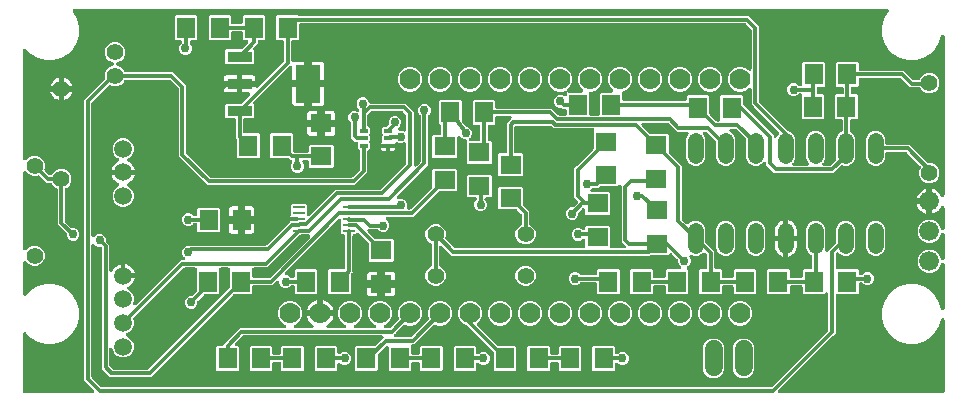
<source format=gbr>
G04 EAGLE Gerber RS-274X export*
G75*
%MOMM*%
%FSLAX34Y34*%
%LPD*%
%INTop Copper*%
%IPPOS*%
%AMOC8*
5,1,8,0,0,1.08239X$1,22.5*%
G01*
%ADD10C,1.778000*%
%ADD11R,1.803000X1.600000*%
%ADD12R,1.600000X1.803000*%
%ADD13R,1.800000X1.600000*%
%ADD14R,1.600000X1.800000*%
%ADD15C,1.320800*%
%ADD16C,1.422400*%
%ADD17R,1.000000X0.250000*%
%ADD18R,0.650000X0.350000*%
%ADD19C,1.676400*%
%ADD20C,1.524000*%
%ADD21C,1.500000*%
%ADD22C,1.408000*%
%ADD23R,2.150000X0.950000*%
%ADD24R,2.150000X3.250000*%
%ADD25C,0.756400*%
%ADD26C,0.304800*%

G36*
X186750Y92872D02*
X186750Y92872D01*
X186850Y92874D01*
X186923Y92892D01*
X186996Y92901D01*
X187091Y92934D01*
X187188Y92959D01*
X187255Y92993D01*
X187325Y93018D01*
X187409Y93073D01*
X187498Y93119D01*
X187555Y93167D01*
X187617Y93207D01*
X187687Y93279D01*
X187764Y93344D01*
X187808Y93404D01*
X187860Y93458D01*
X187911Y93544D01*
X187971Y93625D01*
X188000Y93693D01*
X188038Y93757D01*
X188069Y93853D01*
X188109Y93945D01*
X188122Y94018D01*
X188145Y94089D01*
X188153Y94189D01*
X188170Y94288D01*
X188167Y94362D01*
X188173Y94436D01*
X188158Y94536D01*
X188153Y94636D01*
X188132Y94707D01*
X188121Y94781D01*
X188084Y94874D01*
X188056Y94971D01*
X188020Y95036D01*
X187992Y95105D01*
X187935Y95187D01*
X187886Y95275D01*
X187821Y95351D01*
X187793Y95391D01*
X187767Y95415D01*
X187727Y95461D01*
X181683Y101505D01*
X179451Y103737D01*
X179451Y341263D01*
X196441Y358253D01*
X196488Y358312D01*
X196543Y358366D01*
X196597Y358449D01*
X196658Y358526D01*
X196690Y358595D01*
X196732Y358659D01*
X196765Y358752D01*
X196807Y358841D01*
X196823Y358915D01*
X196848Y358988D01*
X196859Y359085D01*
X196880Y359181D01*
X196879Y359258D01*
X196887Y359334D01*
X196876Y359432D01*
X196874Y359530D01*
X196855Y359604D01*
X196846Y359680D01*
X196801Y359822D01*
X196789Y359868D01*
X196780Y359885D01*
X196771Y359913D01*
X196763Y359932D01*
X196763Y363368D01*
X198078Y366542D01*
X200508Y368972D01*
X203576Y370243D01*
X203663Y370291D01*
X203756Y370331D01*
X203815Y370376D01*
X203880Y370412D01*
X203955Y370479D01*
X204035Y370539D01*
X204083Y370596D01*
X204139Y370646D01*
X204196Y370729D01*
X204260Y370805D01*
X204294Y370872D01*
X204337Y370933D01*
X204374Y371026D01*
X204419Y371116D01*
X204437Y371188D01*
X204465Y371257D01*
X204479Y371357D01*
X204503Y371454D01*
X204504Y371528D01*
X204515Y371602D01*
X204507Y371702D01*
X204508Y371802D01*
X204493Y371875D01*
X204486Y371949D01*
X204456Y372045D01*
X204434Y372143D01*
X204402Y372210D01*
X204379Y372281D01*
X204328Y372367D01*
X204284Y372458D01*
X204238Y372516D01*
X204200Y372579D01*
X204130Y372652D01*
X204067Y372730D01*
X204009Y372776D01*
X203957Y372829D01*
X203872Y372884D01*
X203793Y372946D01*
X203704Y372992D01*
X203664Y373018D01*
X203630Y373030D01*
X203576Y373057D01*
X200508Y374328D01*
X198078Y376758D01*
X196763Y379932D01*
X196763Y383368D01*
X198078Y386542D01*
X200508Y388972D01*
X203682Y390287D01*
X207118Y390287D01*
X210292Y388972D01*
X212722Y386542D01*
X214037Y383368D01*
X214037Y379932D01*
X212722Y376758D01*
X210292Y374328D01*
X207224Y373057D01*
X207137Y373009D01*
X207044Y372968D01*
X206985Y372924D01*
X206920Y372888D01*
X206845Y372821D01*
X206765Y372761D01*
X206717Y372704D01*
X206661Y372654D01*
X206604Y372571D01*
X206540Y372495D01*
X206506Y372428D01*
X206463Y372367D01*
X206426Y372274D01*
X206381Y372184D01*
X206363Y372112D01*
X206335Y372043D01*
X206321Y371944D01*
X206297Y371846D01*
X206296Y371772D01*
X206285Y371698D01*
X206293Y371598D01*
X206292Y371498D01*
X206307Y371425D01*
X206314Y371351D01*
X206344Y371255D01*
X206366Y371157D01*
X206398Y371090D01*
X206421Y371019D01*
X206472Y370933D01*
X206516Y370842D01*
X206562Y370784D01*
X206600Y370721D01*
X206670Y370648D01*
X206733Y370570D01*
X206791Y370524D01*
X206843Y370471D01*
X206928Y370416D01*
X207007Y370354D01*
X207096Y370308D01*
X207136Y370282D01*
X207170Y370270D01*
X207224Y370243D01*
X210292Y368972D01*
X212722Y366542D01*
X213096Y365639D01*
X213133Y365572D01*
X213161Y365501D01*
X213217Y365421D01*
X213265Y365334D01*
X213317Y365278D01*
X213360Y365215D01*
X213433Y365149D01*
X213499Y365076D01*
X213562Y365033D01*
X213619Y364982D01*
X213705Y364934D01*
X213786Y364878D01*
X213857Y364850D01*
X213924Y364813D01*
X214019Y364786D01*
X214110Y364750D01*
X214186Y364739D01*
X214260Y364718D01*
X214408Y364706D01*
X214455Y364699D01*
X214474Y364701D01*
X214503Y364699D01*
X254613Y364699D01*
X265549Y353763D01*
X265549Y296894D01*
X265563Y296768D01*
X265570Y296642D01*
X265583Y296596D01*
X265589Y296548D01*
X265631Y296429D01*
X265666Y296307D01*
X265690Y296265D01*
X265706Y296219D01*
X265775Y296113D01*
X265836Y296003D01*
X265876Y295957D01*
X265895Y295927D01*
X265930Y295893D01*
X265995Y295817D01*
X285817Y275995D01*
X285916Y275916D01*
X286010Y275832D01*
X286052Y275808D01*
X286090Y275778D01*
X286204Y275724D01*
X286315Y275663D01*
X286361Y275650D01*
X286405Y275629D01*
X286528Y275603D01*
X286650Y275568D01*
X286711Y275563D01*
X286746Y275556D01*
X286794Y275557D01*
X286894Y275549D01*
X405606Y275549D01*
X405732Y275563D01*
X405858Y275570D01*
X405904Y275583D01*
X405952Y275589D01*
X406071Y275631D01*
X406193Y275666D01*
X406235Y275690D01*
X406281Y275706D01*
X406387Y275775D01*
X406497Y275836D01*
X406543Y275876D01*
X406573Y275895D01*
X406607Y275930D01*
X406683Y275995D01*
X412725Y282037D01*
X412804Y282136D01*
X412888Y282230D01*
X412912Y282272D01*
X412942Y282310D01*
X412996Y282424D01*
X413057Y282535D01*
X413070Y282581D01*
X413091Y282625D01*
X413117Y282748D01*
X413152Y282870D01*
X413157Y282931D01*
X413164Y282966D01*
X413163Y283014D01*
X413171Y283114D01*
X413171Y297431D01*
X413157Y297557D01*
X413150Y297683D01*
X413137Y297730D01*
X413131Y297778D01*
X413089Y297897D01*
X413054Y298018D01*
X413030Y298060D01*
X413014Y298106D01*
X412945Y298212D01*
X412884Y298322D01*
X412844Y298369D01*
X412825Y298399D01*
X412790Y298432D01*
X412725Y298509D01*
X411445Y299788D01*
X411445Y304098D01*
X411442Y304124D01*
X411444Y304150D01*
X411422Y304297D01*
X411405Y304444D01*
X411397Y304469D01*
X411393Y304495D01*
X411338Y304632D01*
X411288Y304772D01*
X411274Y304794D01*
X411264Y304819D01*
X411179Y304940D01*
X411099Y305065D01*
X411080Y305083D01*
X411065Y305105D01*
X410955Y305204D01*
X410848Y305307D01*
X410826Y305321D01*
X410806Y305338D01*
X410676Y305410D01*
X410549Y305486D01*
X410524Y305494D01*
X410501Y305507D01*
X410358Y305547D01*
X410217Y305592D01*
X410191Y305594D01*
X410166Y305602D01*
X409922Y305621D01*
X409067Y305621D01*
X405451Y309237D01*
X405451Y321413D01*
X405437Y321539D01*
X405430Y321665D01*
X405417Y321711D01*
X405411Y321759D01*
X405369Y321878D01*
X405334Y322000D01*
X405310Y322042D01*
X405294Y322087D01*
X405225Y322193D01*
X405164Y322304D01*
X405124Y322350D01*
X405105Y322380D01*
X405070Y322414D01*
X405005Y322490D01*
X404001Y323494D01*
X403193Y325444D01*
X403193Y327556D01*
X404001Y329506D01*
X405494Y330999D01*
X407444Y331807D01*
X409556Y331807D01*
X410389Y331461D01*
X410438Y331448D01*
X410483Y331426D01*
X410605Y331400D01*
X410725Y331366D01*
X410775Y331363D01*
X410824Y331353D01*
X410949Y331355D01*
X411073Y331349D01*
X411122Y331358D01*
X411173Y331359D01*
X411293Y331389D01*
X411415Y331411D01*
X411462Y331431D01*
X411510Y331444D01*
X411621Y331501D01*
X411735Y331550D01*
X411775Y331580D01*
X411820Y331603D01*
X411915Y331684D01*
X412015Y331758D01*
X412047Y331796D01*
X412086Y331829D01*
X412160Y331929D01*
X412240Y332024D01*
X412263Y332069D01*
X412293Y332109D01*
X412342Y332224D01*
X412399Y332334D01*
X412411Y332383D01*
X412431Y332429D01*
X412453Y332552D01*
X412483Y332672D01*
X412484Y332723D01*
X412493Y332772D01*
X412486Y332897D01*
X412488Y333021D01*
X412477Y333070D01*
X412475Y333120D01*
X412440Y333240D01*
X412414Y333361D01*
X412392Y333407D01*
X412378Y333455D01*
X412317Y333564D01*
X412264Y333676D01*
X412232Y333716D01*
X412208Y333759D01*
X412049Y333946D01*
X410831Y335164D01*
X410023Y337114D01*
X410023Y339226D01*
X410831Y341176D01*
X412324Y342669D01*
X414274Y343477D01*
X416386Y343477D01*
X418336Y342669D01*
X419829Y341176D01*
X420735Y338989D01*
X420769Y338928D01*
X420777Y338906D01*
X420779Y338903D01*
X420800Y338851D01*
X420856Y338770D01*
X420904Y338684D01*
X420955Y338628D01*
X420999Y338565D01*
X421072Y338499D01*
X421138Y338426D01*
X421201Y338383D01*
X421258Y338332D01*
X421344Y338284D01*
X421425Y338228D01*
X421496Y338200D01*
X421563Y338163D01*
X421658Y338136D01*
X421749Y338100D01*
X421825Y338089D01*
X421898Y338068D01*
X422047Y338056D01*
X422094Y338049D01*
X422113Y338051D01*
X422142Y338049D01*
X451263Y338049D01*
X455817Y333495D01*
X455916Y333416D01*
X456010Y333332D01*
X456052Y333308D01*
X456090Y333278D01*
X456204Y333224D01*
X456315Y333163D01*
X456361Y333150D01*
X456405Y333129D01*
X456503Y333108D01*
X458349Y331263D01*
X458349Y286338D01*
X458360Y286238D01*
X458362Y286138D01*
X458380Y286065D01*
X458389Y285992D01*
X458422Y285897D01*
X458447Y285800D01*
X458481Y285733D01*
X458506Y285663D01*
X458561Y285579D01*
X458607Y285490D01*
X458655Y285433D01*
X458695Y285371D01*
X458767Y285301D01*
X458832Y285224D01*
X458892Y285180D01*
X458946Y285128D01*
X459032Y285077D01*
X459113Y285017D01*
X459181Y284988D01*
X459245Y284950D01*
X459341Y284919D01*
X459433Y284879D01*
X459506Y284866D01*
X459577Y284843D01*
X459677Y284835D01*
X459776Y284818D01*
X459850Y284821D01*
X459924Y284815D01*
X460024Y284830D01*
X460124Y284835D01*
X460195Y284856D01*
X460269Y284867D01*
X460362Y284904D01*
X460459Y284932D01*
X460524Y284968D01*
X460593Y284996D01*
X460675Y285053D01*
X460763Y285102D01*
X460839Y285167D01*
X460879Y285195D01*
X460903Y285221D01*
X460949Y285261D01*
X464005Y288317D01*
X464073Y288402D01*
X464104Y288434D01*
X464111Y288445D01*
X464168Y288510D01*
X464192Y288552D01*
X464222Y288590D01*
X464276Y288704D01*
X464337Y288815D01*
X464350Y288861D01*
X464371Y288905D01*
X464397Y289028D01*
X464432Y289150D01*
X464437Y289211D01*
X464444Y289245D01*
X464443Y289293D01*
X464451Y289394D01*
X464451Y327413D01*
X464437Y327539D01*
X464430Y327665D01*
X464417Y327711D01*
X464411Y327759D01*
X464369Y327878D01*
X464334Y328000D01*
X464310Y328042D01*
X464294Y328087D01*
X464225Y328193D01*
X464164Y328304D01*
X464124Y328350D01*
X464105Y328380D01*
X464070Y328414D01*
X464051Y328436D01*
X464043Y328448D01*
X464034Y328456D01*
X464005Y328490D01*
X463001Y329494D01*
X462193Y331444D01*
X462193Y333556D01*
X463001Y335506D01*
X464494Y336999D01*
X466444Y337807D01*
X468556Y337807D01*
X470506Y336999D01*
X471999Y335506D01*
X472807Y333556D01*
X472807Y331444D01*
X471999Y329494D01*
X470995Y328490D01*
X470928Y328406D01*
X470891Y328367D01*
X470883Y328354D01*
X470832Y328297D01*
X470808Y328255D01*
X470778Y328217D01*
X470724Y328103D01*
X470663Y327992D01*
X470650Y327946D01*
X470629Y327902D01*
X470603Y327779D01*
X470568Y327657D01*
X470563Y327596D01*
X470556Y327561D01*
X470557Y327513D01*
X470549Y327413D01*
X470549Y286237D01*
X468317Y284005D01*
X444474Y260163D01*
X444443Y260123D01*
X444406Y260089D01*
X444335Y259987D01*
X444258Y259890D01*
X444236Y259844D01*
X444207Y259803D01*
X444162Y259687D01*
X444109Y259575D01*
X444098Y259525D01*
X444080Y259478D01*
X444061Y259355D01*
X444035Y259234D01*
X444036Y259184D01*
X444029Y259134D01*
X444039Y259009D01*
X444041Y258885D01*
X444054Y258836D01*
X444058Y258786D01*
X444096Y258668D01*
X444126Y258547D01*
X444149Y258502D01*
X444165Y258455D01*
X444229Y258348D01*
X444286Y258238D01*
X444318Y258199D01*
X444344Y258156D01*
X444431Y258067D01*
X444512Y257972D01*
X444552Y257942D01*
X444587Y257906D01*
X444692Y257839D01*
X444792Y257765D01*
X444838Y257745D01*
X444881Y257718D01*
X444998Y257676D01*
X445112Y257627D01*
X445162Y257618D01*
X445209Y257601D01*
X445333Y257587D01*
X445455Y257565D01*
X445505Y257568D01*
X445555Y257562D01*
X445679Y257577D01*
X445803Y257583D01*
X445851Y257597D01*
X445901Y257603D01*
X446134Y257678D01*
X446444Y257807D01*
X448556Y257807D01*
X450506Y256999D01*
X451999Y255506D01*
X452807Y253556D01*
X452807Y251444D01*
X452459Y250605D01*
X452418Y250460D01*
X452372Y250317D01*
X452370Y250293D01*
X452363Y250270D01*
X452356Y250119D01*
X452344Y249970D01*
X452348Y249946D01*
X452346Y249922D01*
X452373Y249774D01*
X452396Y249625D01*
X452405Y249603D01*
X452409Y249579D01*
X452469Y249441D01*
X452524Y249301D01*
X452538Y249281D01*
X452548Y249259D01*
X452638Y249138D01*
X452723Y249015D01*
X452741Y248999D01*
X452756Y248979D01*
X452871Y248882D01*
X452982Y248782D01*
X453003Y248770D01*
X453022Y248754D01*
X453155Y248686D01*
X453287Y248613D01*
X453310Y248607D01*
X453332Y248596D01*
X453477Y248559D01*
X453623Y248518D01*
X453652Y248516D01*
X453670Y248511D01*
X453717Y248511D01*
X453866Y248499D01*
X454766Y248499D01*
X454892Y248513D01*
X455018Y248520D01*
X455064Y248533D01*
X455112Y248539D01*
X455231Y248581D01*
X455353Y248616D01*
X455395Y248640D01*
X455441Y248656D01*
X455547Y248725D01*
X455657Y248786D01*
X455703Y248826D01*
X455733Y248845D01*
X455767Y248880D01*
X455843Y248945D01*
X473684Y266786D01*
X473763Y266885D01*
X473847Y266979D01*
X473871Y267021D01*
X473901Y267059D01*
X473955Y267173D01*
X474016Y267284D01*
X474029Y267330D01*
X474050Y267374D01*
X474076Y267497D01*
X474111Y267619D01*
X474116Y267680D01*
X474123Y267715D01*
X474122Y267763D01*
X474130Y267863D01*
X474130Y282092D01*
X475023Y282985D01*
X494317Y282985D01*
X495210Y282092D01*
X495210Y264828D01*
X494317Y263935D01*
X480088Y263935D01*
X479962Y263921D01*
X479836Y263914D01*
X479790Y263901D01*
X479742Y263895D01*
X479623Y263853D01*
X479501Y263818D01*
X479459Y263794D01*
X479413Y263778D01*
X479307Y263709D01*
X479197Y263648D01*
X479151Y263608D01*
X479121Y263589D01*
X479087Y263554D01*
X479011Y263489D01*
X457923Y242401D01*
X436157Y242401D01*
X436107Y242395D01*
X436056Y242398D01*
X435934Y242376D01*
X435811Y242361D01*
X435763Y242344D01*
X435713Y242335D01*
X435600Y242286D01*
X435482Y242244D01*
X435440Y242217D01*
X435394Y242196D01*
X435294Y242122D01*
X435190Y242055D01*
X435155Y242019D01*
X435114Y241989D01*
X435034Y241894D01*
X434947Y241804D01*
X434922Y241761D01*
X434889Y241722D01*
X434832Y241612D01*
X434769Y241505D01*
X434753Y241457D01*
X434730Y241412D01*
X434700Y241292D01*
X434662Y241173D01*
X434658Y241123D01*
X434646Y241074D01*
X434644Y240950D01*
X434634Y240826D01*
X434642Y240776D01*
X434641Y240726D01*
X434668Y240604D01*
X434686Y240481D01*
X434705Y240434D01*
X434715Y240385D01*
X434769Y240273D01*
X434815Y240157D01*
X434844Y240116D01*
X434865Y240070D01*
X434943Y239973D01*
X435014Y239871D01*
X435051Y239837D01*
X435083Y239798D01*
X435180Y239721D01*
X435273Y239638D01*
X435317Y239613D01*
X435356Y239582D01*
X435493Y239512D01*
X436999Y238006D01*
X437807Y236056D01*
X437807Y233944D01*
X436999Y231994D01*
X435506Y230501D01*
X433556Y229693D01*
X431444Y229693D01*
X429494Y230501D01*
X428490Y231505D01*
X428391Y231584D01*
X428297Y231668D01*
X428255Y231692D01*
X428217Y231722D01*
X428103Y231776D01*
X427992Y231837D01*
X427946Y231850D01*
X427902Y231871D01*
X427779Y231897D01*
X427657Y231932D01*
X427596Y231937D01*
X427561Y231944D01*
X427513Y231943D01*
X427413Y231951D01*
X420768Y231951D01*
X420668Y231940D01*
X420568Y231938D01*
X420495Y231920D01*
X420422Y231911D01*
X420327Y231878D01*
X420230Y231853D01*
X420163Y231819D01*
X420093Y231794D01*
X420009Y231739D01*
X419920Y231693D01*
X419863Y231645D01*
X419801Y231605D01*
X419731Y231533D01*
X419654Y231468D01*
X419610Y231408D01*
X419558Y231354D01*
X419507Y231268D01*
X419447Y231187D01*
X419418Y231119D01*
X419380Y231055D01*
X419349Y230959D01*
X419309Y230867D01*
X419296Y230794D01*
X419273Y230723D01*
X419265Y230623D01*
X419248Y230524D01*
X419251Y230450D01*
X419245Y230376D01*
X419260Y230276D01*
X419265Y230176D01*
X419286Y230105D01*
X419297Y230031D01*
X419334Y229938D01*
X419362Y229841D01*
X419398Y229776D01*
X419426Y229707D01*
X419483Y229625D01*
X419532Y229537D01*
X419597Y229461D01*
X419625Y229421D01*
X419651Y229397D01*
X419691Y229351D01*
X425151Y223891D01*
X425250Y223812D01*
X425344Y223728D01*
X425386Y223704D01*
X425424Y223674D01*
X425538Y223620D01*
X425649Y223559D01*
X425695Y223546D01*
X425739Y223525D01*
X425862Y223499D01*
X425984Y223464D01*
X426045Y223459D01*
X426080Y223452D01*
X426128Y223453D01*
X426228Y223445D01*
X440457Y223445D01*
X441350Y222552D01*
X441350Y205288D01*
X440457Y204395D01*
X421163Y204395D01*
X420270Y205288D01*
X420270Y219517D01*
X420256Y219643D01*
X420249Y219769D01*
X420236Y219815D01*
X420230Y219863D01*
X420188Y219982D01*
X420153Y220104D01*
X420129Y220146D01*
X420113Y220192D01*
X420044Y220298D01*
X419983Y220408D01*
X419943Y220454D01*
X419924Y220484D01*
X419889Y220518D01*
X419824Y220594D01*
X412010Y228408D01*
X411989Y228425D01*
X411972Y228445D01*
X411853Y228533D01*
X411737Y228625D01*
X411713Y228636D01*
X411692Y228652D01*
X411556Y228711D01*
X411422Y228774D01*
X411396Y228780D01*
X411372Y228790D01*
X411226Y228816D01*
X411081Y228847D01*
X411055Y228847D01*
X411029Y228852D01*
X410881Y228844D01*
X410733Y228841D01*
X410707Y228835D01*
X410681Y228834D01*
X410539Y228793D01*
X410395Y228756D01*
X410371Y228744D01*
X410346Y228737D01*
X410217Y228665D01*
X410085Y228597D01*
X410065Y228580D01*
X410042Y228567D01*
X409856Y228408D01*
X409123Y227675D01*
X408063Y227675D01*
X408037Y227672D01*
X408011Y227674D01*
X407864Y227652D01*
X407717Y227635D01*
X407692Y227627D01*
X407666Y227623D01*
X407528Y227568D01*
X407389Y227518D01*
X407367Y227504D01*
X407342Y227494D01*
X407221Y227409D01*
X407096Y227329D01*
X407078Y227310D01*
X407056Y227295D01*
X406957Y227185D01*
X406854Y227078D01*
X406840Y227056D01*
X406823Y227036D01*
X406751Y226906D01*
X406675Y226779D01*
X406667Y226754D01*
X406654Y226731D01*
X406614Y226588D01*
X406569Y226447D01*
X406567Y226421D01*
X406559Y226396D01*
X406540Y226152D01*
X406540Y196757D01*
X406545Y196714D01*
X406545Y196634D01*
X406642Y195428D01*
X406636Y195406D01*
X405777Y194547D01*
X405751Y194514D01*
X405694Y194457D01*
X405638Y194391D01*
X405601Y194336D01*
X405558Y194288D01*
X405505Y194192D01*
X405444Y194101D01*
X405421Y194041D01*
X405410Y194022D01*
X405408Y194018D01*
X405389Y193983D01*
X405359Y193878D01*
X405321Y193775D01*
X405314Y193722D01*
X405304Y193690D01*
X405302Y193676D01*
X405294Y193648D01*
X405280Y193465D01*
X405275Y193429D01*
X405276Y193419D01*
X405275Y193404D01*
X405275Y177823D01*
X404382Y176930D01*
X387118Y176930D01*
X386225Y177823D01*
X386225Y197117D01*
X387118Y198010D01*
X398919Y198010D01*
X398945Y198013D01*
X398971Y198011D01*
X399118Y198033D01*
X399265Y198050D01*
X399290Y198058D01*
X399316Y198062D01*
X399454Y198117D01*
X399593Y198167D01*
X399615Y198181D01*
X399640Y198191D01*
X399761Y198276D01*
X399886Y198356D01*
X399904Y198375D01*
X399926Y198390D01*
X400025Y198500D01*
X400128Y198607D01*
X400142Y198629D01*
X400159Y198649D01*
X400231Y198779D01*
X400307Y198906D01*
X400315Y198931D01*
X400328Y198954D01*
X400368Y199097D01*
X400413Y199238D01*
X400415Y199264D01*
X400423Y199289D01*
X400442Y199533D01*
X400442Y226152D01*
X400439Y226178D01*
X400441Y226204D01*
X400419Y226351D01*
X400402Y226498D01*
X400394Y226523D01*
X400390Y226549D01*
X400335Y226687D01*
X400285Y226826D01*
X400271Y226848D01*
X400261Y226873D01*
X400176Y226994D01*
X400096Y227119D01*
X400077Y227137D01*
X400062Y227159D01*
X399952Y227258D01*
X399845Y227361D01*
X399823Y227375D01*
X399803Y227392D01*
X399673Y227464D01*
X399546Y227540D01*
X399521Y227548D01*
X399498Y227561D01*
X399355Y227601D01*
X399214Y227646D01*
X399188Y227648D01*
X399163Y227656D01*
X398919Y227675D01*
X397859Y227675D01*
X396966Y228568D01*
X396966Y238977D01*
X396955Y239077D01*
X396953Y239177D01*
X396935Y239250D01*
X396926Y239323D01*
X396893Y239418D01*
X396868Y239515D01*
X396834Y239582D01*
X396809Y239652D01*
X396754Y239736D01*
X396708Y239825D01*
X396660Y239882D01*
X396620Y239944D01*
X396548Y240014D01*
X396483Y240091D01*
X396423Y240135D01*
X396369Y240187D01*
X396283Y240238D01*
X396202Y240298D01*
X396134Y240327D01*
X396070Y240365D01*
X395974Y240396D01*
X395882Y240436D01*
X395809Y240449D01*
X395738Y240472D01*
X395638Y240480D01*
X395539Y240497D01*
X395465Y240494D01*
X395391Y240500D01*
X395291Y240485D01*
X395191Y240480D01*
X395120Y240459D01*
X395046Y240448D01*
X394953Y240411D01*
X394856Y240383D01*
X394791Y240347D01*
X394722Y240319D01*
X394640Y240262D01*
X394552Y240213D01*
X394476Y240148D01*
X394436Y240120D01*
X394412Y240094D01*
X394366Y240054D01*
X349719Y195407D01*
X349656Y195329D01*
X349586Y195256D01*
X349548Y195192D01*
X349502Y195134D01*
X349459Y195043D01*
X349408Y194957D01*
X349385Y194886D01*
X349353Y194819D01*
X349332Y194721D01*
X349301Y194625D01*
X349295Y194551D01*
X349280Y194478D01*
X349281Y194378D01*
X349273Y194278D01*
X349284Y194204D01*
X349286Y194130D01*
X349310Y194033D01*
X349325Y193933D01*
X349353Y193864D01*
X349371Y193792D01*
X349417Y193702D01*
X349454Y193609D01*
X349496Y193548D01*
X349530Y193482D01*
X349596Y193405D01*
X349653Y193323D01*
X349708Y193273D01*
X349756Y193217D01*
X349837Y193157D01*
X349912Y193090D01*
X349977Y193054D01*
X350036Y193009D01*
X350129Y192970D01*
X350217Y192921D01*
X350288Y192901D01*
X350356Y192871D01*
X350455Y192854D01*
X350552Y192826D01*
X350652Y192818D01*
X350699Y192810D01*
X350735Y192812D01*
X350796Y192807D01*
X351056Y192807D01*
X353006Y191999D01*
X354040Y190965D01*
X354139Y190886D01*
X354233Y190802D01*
X354275Y190778D01*
X354313Y190748D01*
X354427Y190694D01*
X354538Y190633D01*
X354584Y190620D01*
X354628Y190599D01*
X354751Y190573D01*
X354873Y190538D01*
X354934Y190533D01*
X354969Y190526D01*
X355017Y190527D01*
X355117Y190519D01*
X356262Y190519D01*
X356288Y190522D01*
X356314Y190520D01*
X356461Y190542D01*
X356608Y190559D01*
X356633Y190567D01*
X356659Y190571D01*
X356797Y190626D01*
X356936Y190676D01*
X356958Y190690D01*
X356983Y190700D01*
X357104Y190785D01*
X357229Y190865D01*
X357247Y190884D01*
X357269Y190899D01*
X357368Y191009D01*
X357471Y191116D01*
X357485Y191138D01*
X357502Y191158D01*
X357574Y191288D01*
X357650Y191415D01*
X357658Y191440D01*
X357671Y191463D01*
X357711Y191606D01*
X357756Y191747D01*
X357758Y191773D01*
X357766Y191798D01*
X357785Y192042D01*
X357785Y197117D01*
X358678Y198010D01*
X375942Y198010D01*
X376835Y197117D01*
X376835Y177823D01*
X375942Y176930D01*
X358678Y176930D01*
X357785Y177823D01*
X357785Y182898D01*
X357782Y182924D01*
X357784Y182950D01*
X357762Y183096D01*
X357745Y183244D01*
X357737Y183269D01*
X357733Y183295D01*
X357678Y183433D01*
X357628Y183572D01*
X357614Y183594D01*
X357604Y183619D01*
X357519Y183740D01*
X357439Y183865D01*
X357420Y183883D01*
X357405Y183905D01*
X357295Y184004D01*
X357188Y184107D01*
X357166Y184121D01*
X357146Y184138D01*
X357016Y184210D01*
X356889Y184286D01*
X356864Y184294D01*
X356841Y184307D01*
X356698Y184347D01*
X356557Y184392D01*
X356531Y184394D01*
X356506Y184402D01*
X356262Y184421D01*
X355057Y184421D01*
X354931Y184407D01*
X354805Y184400D01*
X354759Y184387D01*
X354711Y184381D01*
X354592Y184339D01*
X354470Y184304D01*
X354428Y184280D01*
X354383Y184264D01*
X354277Y184195D01*
X354166Y184134D01*
X354120Y184094D01*
X354090Y184075D01*
X354056Y184040D01*
X353980Y183975D01*
X353006Y183001D01*
X351056Y182193D01*
X348944Y182193D01*
X346994Y183001D01*
X345501Y184494D01*
X344693Y186444D01*
X344693Y186704D01*
X344682Y186804D01*
X344680Y186904D01*
X344662Y186977D01*
X344653Y187050D01*
X344620Y187145D01*
X344595Y187242D01*
X344561Y187309D01*
X344536Y187379D01*
X344481Y187463D01*
X344435Y187552D01*
X344387Y187609D01*
X344347Y187671D01*
X344275Y187741D01*
X344210Y187818D01*
X344150Y187862D01*
X344096Y187914D01*
X344010Y187965D01*
X343929Y188025D01*
X343861Y188054D01*
X343797Y188092D01*
X343701Y188123D01*
X343609Y188163D01*
X343536Y188176D01*
X343465Y188199D01*
X343365Y188207D01*
X343266Y188224D01*
X343192Y188221D01*
X343118Y188227D01*
X343018Y188212D01*
X342918Y188207D01*
X342847Y188186D01*
X342773Y188175D01*
X342680Y188138D01*
X342583Y188110D01*
X342518Y188074D01*
X342449Y188046D01*
X342367Y187989D01*
X342279Y187940D01*
X342203Y187875D01*
X342163Y187847D01*
X342139Y187821D01*
X342093Y187781D01*
X338733Y184421D01*
X323278Y184421D01*
X323252Y184418D01*
X323226Y184420D01*
X323079Y184398D01*
X322932Y184381D01*
X322907Y184373D01*
X322881Y184369D01*
X322743Y184314D01*
X322604Y184264D01*
X322582Y184250D01*
X322557Y184240D01*
X322436Y184155D01*
X322311Y184075D01*
X322293Y184056D01*
X322271Y184041D01*
X322172Y183931D01*
X322069Y183824D01*
X322055Y183802D01*
X322038Y183782D01*
X321966Y183652D01*
X321890Y183525D01*
X321882Y183500D01*
X321869Y183477D01*
X321829Y183334D01*
X321784Y183193D01*
X321782Y183167D01*
X321774Y183142D01*
X321755Y182898D01*
X321755Y177838D01*
X320862Y176945D01*
X306648Y176945D01*
X306522Y176931D01*
X306396Y176924D01*
X306350Y176911D01*
X306302Y176905D01*
X306183Y176863D01*
X306061Y176828D01*
X306019Y176804D01*
X305973Y176788D01*
X305867Y176719D01*
X305757Y176658D01*
X305711Y176618D01*
X305681Y176599D01*
X305647Y176564D01*
X305571Y176499D01*
X236023Y106951D01*
X201237Y106951D01*
X194451Y113737D01*
X194451Y215606D01*
X194437Y215732D01*
X194430Y215858D01*
X194417Y215904D01*
X194411Y215952D01*
X194369Y216071D01*
X194334Y216193D01*
X194310Y216235D01*
X194294Y216281D01*
X194225Y216387D01*
X194164Y216497D01*
X194124Y216543D01*
X194105Y216573D01*
X194070Y216607D01*
X194005Y216683D01*
X193941Y216747D01*
X193842Y216826D01*
X193748Y216910D01*
X193706Y216934D01*
X193668Y216964D01*
X193554Y217018D01*
X193443Y217079D01*
X193397Y217092D01*
X193353Y217113D01*
X193230Y217139D01*
X193108Y217174D01*
X193047Y217179D01*
X193012Y217186D01*
X192964Y217185D01*
X192864Y217193D01*
X191444Y217193D01*
X189494Y218001D01*
X188149Y219346D01*
X188070Y219409D01*
X187998Y219478D01*
X187934Y219517D01*
X187876Y219563D01*
X187785Y219606D01*
X187699Y219657D01*
X187628Y219680D01*
X187561Y219712D01*
X187463Y219733D01*
X187367Y219763D01*
X187293Y219769D01*
X187220Y219785D01*
X187120Y219783D01*
X187020Y219791D01*
X186946Y219780D01*
X186872Y219779D01*
X186775Y219755D01*
X186675Y219740D01*
X186606Y219712D01*
X186534Y219694D01*
X186445Y219648D01*
X186351Y219611D01*
X186290Y219568D01*
X186224Y219534D01*
X186148Y219469D01*
X186065Y219412D01*
X186015Y219357D01*
X185959Y219309D01*
X185899Y219228D01*
X185832Y219153D01*
X185796Y219088D01*
X185751Y219028D01*
X185712Y218936D01*
X185663Y218848D01*
X185643Y218777D01*
X185613Y218708D01*
X185596Y218609D01*
X185568Y218513D01*
X185560Y218413D01*
X185552Y218365D01*
X185554Y218330D01*
X185549Y218269D01*
X185549Y106894D01*
X185563Y106768D01*
X185570Y106642D01*
X185583Y106596D01*
X185589Y106548D01*
X185631Y106429D01*
X185666Y106307D01*
X185690Y106265D01*
X185706Y106219D01*
X185775Y106113D01*
X185836Y106003D01*
X185876Y105957D01*
X185895Y105927D01*
X185930Y105893D01*
X185995Y105817D01*
X193317Y98495D01*
X193416Y98416D01*
X193510Y98332D01*
X193552Y98308D01*
X193590Y98278D01*
X193704Y98224D01*
X193815Y98163D01*
X193861Y98150D01*
X193905Y98129D01*
X194028Y98103D01*
X194150Y98068D01*
X194211Y98063D01*
X194246Y98056D01*
X194294Y98057D01*
X194394Y98049D01*
X760606Y98049D01*
X760732Y98063D01*
X760858Y98070D01*
X760904Y98083D01*
X760952Y98089D01*
X761071Y98131D01*
X761193Y98166D01*
X761235Y98190D01*
X761281Y98206D01*
X761387Y98275D01*
X761497Y98336D01*
X761543Y98376D01*
X761573Y98395D01*
X761607Y98430D01*
X761683Y98495D01*
X809005Y145817D01*
X809084Y145916D01*
X809168Y146010D01*
X809192Y146052D01*
X809222Y146090D01*
X809276Y146204D01*
X809337Y146315D01*
X809350Y146361D01*
X809371Y146405D01*
X809397Y146528D01*
X809432Y146650D01*
X809437Y146711D01*
X809444Y146746D01*
X809443Y146794D01*
X809451Y146894D01*
X809451Y176823D01*
X809440Y176922D01*
X809438Y177023D01*
X809420Y177095D01*
X809411Y177169D01*
X809378Y177263D01*
X809353Y177361D01*
X809319Y177427D01*
X809294Y177497D01*
X809239Y177581D01*
X809193Y177671D01*
X809145Y177727D01*
X809105Y177790D01*
X809033Y177859D01*
X808968Y177936D01*
X808908Y177980D01*
X808854Y178032D01*
X808768Y178083D01*
X808687Y178143D01*
X808619Y178173D01*
X808555Y178211D01*
X808459Y178241D01*
X808367Y178281D01*
X808294Y178294D01*
X808223Y178317D01*
X808123Y178325D01*
X808024Y178343D01*
X807950Y178339D01*
X807876Y178345D01*
X807776Y178330D01*
X807676Y178325D01*
X807605Y178304D01*
X807531Y178293D01*
X807438Y178256D01*
X807341Y178228D01*
X807276Y178192D01*
X807207Y178164D01*
X807125Y178107D01*
X807037Y178058D01*
X806961Y177993D01*
X806921Y177966D01*
X806897Y177939D01*
X806851Y177900D01*
X805852Y176900D01*
X788588Y176900D01*
X787695Y177793D01*
X787695Y182898D01*
X787692Y182924D01*
X787694Y182950D01*
X787672Y183096D01*
X787655Y183244D01*
X787647Y183269D01*
X787643Y183295D01*
X787588Y183433D01*
X787538Y183572D01*
X787524Y183594D01*
X787514Y183619D01*
X787429Y183740D01*
X787349Y183865D01*
X787330Y183883D01*
X787315Y183905D01*
X787205Y184004D01*
X787098Y184107D01*
X787076Y184121D01*
X787056Y184138D01*
X786926Y184210D01*
X786799Y184286D01*
X786774Y184294D01*
X786751Y184307D01*
X786608Y184347D01*
X786467Y184392D01*
X786441Y184394D01*
X786416Y184402D01*
X786172Y184421D01*
X778258Y184421D01*
X778232Y184418D01*
X778206Y184420D01*
X778059Y184398D01*
X777912Y184381D01*
X777887Y184373D01*
X777861Y184369D01*
X777723Y184314D01*
X777584Y184264D01*
X777562Y184250D01*
X777537Y184240D01*
X777416Y184155D01*
X777291Y184075D01*
X777273Y184056D01*
X777251Y184041D01*
X777152Y183931D01*
X777049Y183824D01*
X777035Y183802D01*
X777018Y183782D01*
X776946Y183652D01*
X776870Y183525D01*
X776862Y183500D01*
X776849Y183477D01*
X776809Y183334D01*
X776764Y183193D01*
X776762Y183167D01*
X776754Y183142D01*
X776735Y182898D01*
X776735Y177823D01*
X775842Y176930D01*
X758578Y176930D01*
X757685Y177823D01*
X757685Y197117D01*
X758578Y198010D01*
X775842Y198010D01*
X776735Y197117D01*
X776735Y192042D01*
X776738Y192016D01*
X776736Y191990D01*
X776758Y191843D01*
X776775Y191696D01*
X776783Y191671D01*
X776787Y191645D01*
X776842Y191507D01*
X776892Y191368D01*
X776906Y191346D01*
X776916Y191321D01*
X777001Y191200D01*
X777081Y191075D01*
X777100Y191057D01*
X777115Y191035D01*
X777225Y190936D01*
X777332Y190833D01*
X777354Y190819D01*
X777374Y190802D01*
X777504Y190730D01*
X777631Y190654D01*
X777656Y190646D01*
X777679Y190633D01*
X777822Y190593D01*
X777963Y190548D01*
X777989Y190546D01*
X778014Y190538D01*
X778258Y190519D01*
X786172Y190519D01*
X786198Y190522D01*
X786224Y190520D01*
X786371Y190542D01*
X786518Y190559D01*
X786543Y190567D01*
X786569Y190571D01*
X786707Y190626D01*
X786846Y190676D01*
X786868Y190690D01*
X786893Y190700D01*
X787014Y190785D01*
X787139Y190865D01*
X787157Y190884D01*
X787179Y190899D01*
X787278Y191009D01*
X787381Y191116D01*
X787395Y191138D01*
X787412Y191158D01*
X787484Y191288D01*
X787560Y191415D01*
X787568Y191440D01*
X787581Y191463D01*
X787621Y191606D01*
X787666Y191747D01*
X787668Y191773D01*
X787676Y191798D01*
X787695Y192042D01*
X787695Y197087D01*
X788588Y197980D01*
X794248Y197980D01*
X794274Y197983D01*
X794300Y197981D01*
X794447Y198003D01*
X794594Y198020D01*
X794619Y198028D01*
X794645Y198032D01*
X794783Y198087D01*
X794922Y198137D01*
X794944Y198151D01*
X794969Y198161D01*
X795090Y198246D01*
X795215Y198326D01*
X795233Y198345D01*
X795255Y198360D01*
X795354Y198470D01*
X795457Y198577D01*
X795471Y198599D01*
X795488Y198619D01*
X795560Y198749D01*
X795636Y198876D01*
X795644Y198901D01*
X795657Y198924D01*
X795697Y199067D01*
X795742Y199208D01*
X795744Y199234D01*
X795752Y199259D01*
X795771Y199503D01*
X795771Y208943D01*
X795763Y209018D01*
X795764Y209095D01*
X795743Y209191D01*
X795731Y209289D01*
X795706Y209361D01*
X795689Y209435D01*
X795647Y209524D01*
X795614Y209617D01*
X795572Y209681D01*
X795540Y209750D01*
X795478Y209827D01*
X795425Y209910D01*
X795370Y209963D01*
X795322Y210023D01*
X795245Y210083D01*
X795174Y210152D01*
X795109Y210191D01*
X795049Y210238D01*
X794915Y210307D01*
X794875Y210331D01*
X794857Y210336D01*
X794831Y210350D01*
X794215Y210605D01*
X791929Y212891D01*
X790691Y215879D01*
X790691Y232321D01*
X791929Y235309D01*
X794215Y237595D01*
X797203Y238833D01*
X800437Y238833D01*
X803425Y237595D01*
X805711Y235309D01*
X806949Y232321D01*
X806949Y215879D01*
X806528Y214864D01*
X806515Y214816D01*
X806493Y214770D01*
X806467Y214649D01*
X806433Y214529D01*
X806430Y214479D01*
X806420Y214430D01*
X806422Y214306D01*
X806416Y214181D01*
X806425Y214132D01*
X806426Y214081D01*
X806456Y213961D01*
X806478Y213838D01*
X806498Y213792D01*
X806511Y213743D01*
X806568Y213633D01*
X806617Y213519D01*
X806647Y213478D01*
X806670Y213434D01*
X806751Y213339D01*
X806825Y213239D01*
X806864Y213206D01*
X806896Y213168D01*
X806996Y213094D01*
X807091Y213014D01*
X807136Y212991D01*
X807176Y212961D01*
X807291Y212912D01*
X807401Y212855D01*
X807450Y212843D01*
X807496Y212823D01*
X807619Y212801D01*
X807740Y212771D01*
X807790Y212770D01*
X807839Y212761D01*
X807964Y212768D01*
X808088Y212766D01*
X808137Y212777D01*
X808188Y212779D01*
X808307Y212814D01*
X808429Y212840D01*
X808474Y212862D01*
X808522Y212876D01*
X808631Y212937D01*
X808743Y212990D01*
X808783Y213021D01*
X808827Y213046D01*
X809013Y213204D01*
X809016Y213207D01*
X811683Y215875D01*
X815645Y219837D01*
X815724Y219936D01*
X815808Y220030D01*
X815832Y220072D01*
X815862Y220110D01*
X815916Y220224D01*
X815977Y220335D01*
X815990Y220381D01*
X816011Y220425D01*
X816037Y220548D01*
X816072Y220670D01*
X816077Y220731D01*
X816084Y220766D01*
X816083Y220814D01*
X816091Y220914D01*
X816091Y232321D01*
X817329Y235309D01*
X819615Y237595D01*
X822603Y238833D01*
X825837Y238833D01*
X828825Y237595D01*
X831111Y235309D01*
X832349Y232321D01*
X832349Y215879D01*
X831111Y212891D01*
X828825Y210605D01*
X825837Y209367D01*
X822603Y209367D01*
X819615Y210605D01*
X818403Y211817D01*
X818382Y211834D01*
X818365Y211854D01*
X818246Y211942D01*
X818130Y212034D01*
X818106Y212045D01*
X818085Y212061D01*
X817949Y212119D01*
X817815Y212183D01*
X817789Y212188D01*
X817765Y212199D01*
X817619Y212225D01*
X817474Y212256D01*
X817448Y212256D01*
X817422Y212260D01*
X817274Y212253D01*
X817126Y212250D01*
X817100Y212244D01*
X817074Y212242D01*
X816932Y212201D01*
X816788Y212165D01*
X816764Y212153D01*
X816739Y212146D01*
X816610Y212073D01*
X816478Y212006D01*
X816458Y211989D01*
X816435Y211976D01*
X816249Y211817D01*
X815995Y211563D01*
X815916Y211464D01*
X815832Y211370D01*
X815808Y211328D01*
X815778Y211290D01*
X815724Y211176D01*
X815663Y211065D01*
X815650Y211019D01*
X815629Y210975D01*
X815603Y210852D01*
X815568Y210730D01*
X815563Y210669D01*
X815556Y210634D01*
X815557Y210586D01*
X815549Y210486D01*
X815549Y199503D01*
X815552Y199477D01*
X815550Y199451D01*
X815572Y199304D01*
X815589Y199157D01*
X815597Y199132D01*
X815601Y199106D01*
X815656Y198968D01*
X815706Y198829D01*
X815720Y198807D01*
X815730Y198782D01*
X815815Y198661D01*
X815895Y198536D01*
X815914Y198518D01*
X815929Y198496D01*
X816039Y198397D01*
X816146Y198294D01*
X816168Y198280D01*
X816188Y198263D01*
X816318Y198191D01*
X816445Y198115D01*
X816470Y198107D01*
X816493Y198094D01*
X816636Y198054D01*
X816777Y198009D01*
X816803Y198007D01*
X816828Y197999D01*
X817072Y197980D01*
X834292Y197980D01*
X835185Y197087D01*
X835185Y194572D01*
X835188Y194546D01*
X835186Y194520D01*
X835208Y194373D01*
X835225Y194226D01*
X835233Y194201D01*
X835237Y194175D01*
X835292Y194037D01*
X835342Y193898D01*
X835356Y193876D01*
X835366Y193851D01*
X835451Y193729D01*
X835531Y193605D01*
X835550Y193587D01*
X835565Y193565D01*
X835675Y193466D01*
X835782Y193363D01*
X835804Y193349D01*
X835824Y193332D01*
X835954Y193260D01*
X836081Y193184D01*
X836106Y193176D01*
X836129Y193163D01*
X836272Y193123D01*
X836413Y193078D01*
X836439Y193076D01*
X836464Y193068D01*
X836708Y193049D01*
X837413Y193049D01*
X837539Y193063D01*
X837665Y193070D01*
X837711Y193083D01*
X837759Y193089D01*
X837878Y193131D01*
X838000Y193166D01*
X838042Y193190D01*
X838087Y193206D01*
X838193Y193275D01*
X838304Y193336D01*
X838350Y193376D01*
X838380Y193395D01*
X838414Y193430D01*
X838490Y193495D01*
X839494Y194499D01*
X841444Y195307D01*
X843556Y195307D01*
X845506Y194499D01*
X846999Y193006D01*
X847807Y191056D01*
X847807Y188944D01*
X846999Y186994D01*
X845506Y185501D01*
X843556Y184693D01*
X841444Y184693D01*
X839494Y185501D01*
X838490Y186505D01*
X838391Y186584D01*
X838297Y186668D01*
X838255Y186692D01*
X838217Y186722D01*
X838103Y186776D01*
X837992Y186837D01*
X837946Y186850D01*
X837902Y186871D01*
X837779Y186897D01*
X837657Y186932D01*
X837596Y186937D01*
X837561Y186944D01*
X837513Y186943D01*
X837413Y186951D01*
X836708Y186951D01*
X836682Y186948D01*
X836656Y186950D01*
X836509Y186928D01*
X836362Y186911D01*
X836337Y186903D01*
X836311Y186899D01*
X836173Y186844D01*
X836034Y186794D01*
X836012Y186780D01*
X835987Y186770D01*
X835866Y186685D01*
X835741Y186605D01*
X835723Y186586D01*
X835701Y186571D01*
X835602Y186461D01*
X835499Y186354D01*
X835485Y186332D01*
X835468Y186312D01*
X835396Y186182D01*
X835320Y186055D01*
X835312Y186030D01*
X835299Y186007D01*
X835259Y185864D01*
X835214Y185723D01*
X835212Y185697D01*
X835204Y185672D01*
X835185Y185428D01*
X835185Y177793D01*
X834292Y176900D01*
X817072Y176900D01*
X817046Y176897D01*
X817020Y176899D01*
X816873Y176877D01*
X816726Y176860D01*
X816701Y176852D01*
X816675Y176848D01*
X816537Y176793D01*
X816398Y176743D01*
X816376Y176729D01*
X816351Y176719D01*
X816230Y176634D01*
X816105Y176554D01*
X816087Y176535D01*
X816065Y176520D01*
X815966Y176410D01*
X815863Y176303D01*
X815849Y176281D01*
X815832Y176261D01*
X815760Y176131D01*
X815684Y176004D01*
X815676Y175979D01*
X815663Y175956D01*
X815623Y175813D01*
X815578Y175672D01*
X815576Y175646D01*
X815568Y175621D01*
X815549Y175377D01*
X815549Y143737D01*
X813317Y141505D01*
X767273Y95461D01*
X767210Y95383D01*
X767140Y95310D01*
X767102Y95246D01*
X767056Y95188D01*
X767013Y95097D01*
X766962Y95011D01*
X766939Y94940D01*
X766907Y94873D01*
X766886Y94775D01*
X766855Y94679D01*
X766849Y94605D01*
X766834Y94532D01*
X766835Y94432D01*
X766827Y94332D01*
X766838Y94258D01*
X766840Y94184D01*
X766864Y94087D01*
X766879Y93987D01*
X766907Y93918D01*
X766925Y93846D01*
X766971Y93756D01*
X767008Y93663D01*
X767050Y93602D01*
X767084Y93536D01*
X767150Y93459D01*
X767207Y93377D01*
X767262Y93327D01*
X767310Y93271D01*
X767391Y93211D01*
X767466Y93144D01*
X767531Y93108D01*
X767590Y93063D01*
X767683Y93024D01*
X767771Y92975D01*
X767842Y92955D01*
X767910Y92925D01*
X768009Y92908D01*
X768106Y92880D01*
X768206Y92872D01*
X768253Y92864D01*
X768289Y92866D01*
X768350Y92861D01*
X906316Y92861D01*
X906342Y92864D01*
X906368Y92862D01*
X906515Y92884D01*
X906662Y92901D01*
X906687Y92909D01*
X906713Y92913D01*
X906851Y92968D01*
X906990Y93018D01*
X907012Y93032D01*
X907037Y93042D01*
X907158Y93127D01*
X907283Y93207D01*
X907301Y93226D01*
X907323Y93241D01*
X907422Y93351D01*
X907525Y93458D01*
X907539Y93480D01*
X907556Y93500D01*
X907628Y93630D01*
X907704Y93757D01*
X907712Y93782D01*
X907725Y93805D01*
X907765Y93948D01*
X907810Y94089D01*
X907812Y94115D01*
X907820Y94140D01*
X907839Y94384D01*
X907839Y155114D01*
X907822Y155262D01*
X907810Y155412D01*
X907802Y155435D01*
X907799Y155460D01*
X907749Y155601D01*
X907703Y155743D01*
X907690Y155765D01*
X907682Y155788D01*
X907601Y155914D01*
X907524Y156042D01*
X907506Y156060D01*
X907493Y156081D01*
X907385Y156185D01*
X907281Y156292D01*
X907260Y156306D01*
X907242Y156323D01*
X907114Y156400D01*
X906988Y156481D01*
X906964Y156489D01*
X906943Y156502D01*
X906801Y156548D01*
X906660Y156598D01*
X906635Y156601D01*
X906611Y156608D01*
X906462Y156620D01*
X906313Y156637D01*
X906289Y156634D01*
X906264Y156636D01*
X906116Y156614D01*
X905967Y156597D01*
X905944Y156588D01*
X905919Y156584D01*
X905780Y156529D01*
X905639Y156478D01*
X905618Y156465D01*
X905595Y156456D01*
X905473Y156370D01*
X905347Y156289D01*
X905329Y156271D01*
X905309Y156257D01*
X905209Y156146D01*
X905105Y156038D01*
X905092Y156017D01*
X905076Y155998D01*
X905003Y155867D01*
X904927Y155738D01*
X904917Y155710D01*
X904907Y155693D01*
X904894Y155647D01*
X904845Y155508D01*
X903446Y150288D01*
X900134Y144551D01*
X895449Y139866D01*
X889712Y136554D01*
X883312Y134839D01*
X876688Y134839D01*
X870288Y136554D01*
X864551Y139866D01*
X859866Y144551D01*
X856554Y150288D01*
X854839Y156688D01*
X854839Y163312D01*
X856554Y169712D01*
X859866Y175449D01*
X864551Y180134D01*
X870288Y183446D01*
X876688Y185161D01*
X883312Y185161D01*
X889712Y183446D01*
X895449Y180134D01*
X900134Y175449D01*
X903446Y169712D01*
X904845Y164492D01*
X904900Y164353D01*
X904950Y164212D01*
X904964Y164191D01*
X904973Y164168D01*
X905058Y164045D01*
X905139Y163919D01*
X905157Y163902D01*
X905171Y163881D01*
X905282Y163781D01*
X905390Y163677D01*
X905411Y163664D01*
X905430Y163647D01*
X905560Y163575D01*
X905689Y163498D01*
X905713Y163490D01*
X905734Y163478D01*
X905879Y163437D01*
X906021Y163392D01*
X906046Y163390D01*
X906070Y163383D01*
X906219Y163376D01*
X906368Y163364D01*
X906393Y163368D01*
X906418Y163366D01*
X906565Y163393D01*
X906713Y163416D01*
X906736Y163425D01*
X906760Y163429D01*
X906898Y163489D01*
X907037Y163544D01*
X907057Y163558D01*
X907080Y163568D01*
X907200Y163658D01*
X907323Y163743D01*
X907339Y163762D01*
X907360Y163776D01*
X907456Y163891D01*
X907556Y164002D01*
X907568Y164024D01*
X907584Y164043D01*
X907652Y164176D01*
X907725Y164307D01*
X907732Y164331D01*
X907743Y164353D01*
X907779Y164498D01*
X907820Y164642D01*
X907822Y164672D01*
X907827Y164691D01*
X907827Y164739D01*
X907839Y164886D01*
X907839Y202051D01*
X907834Y202101D01*
X907836Y202152D01*
X907814Y202274D01*
X907799Y202398D01*
X907782Y202445D01*
X907773Y202494D01*
X907724Y202609D01*
X907682Y202726D01*
X907655Y202768D01*
X907635Y202814D01*
X907560Y202914D01*
X907493Y203018D01*
X907457Y203053D01*
X907427Y203094D01*
X907332Y203174D01*
X907242Y203261D01*
X907199Y203287D01*
X907161Y203319D01*
X907050Y203376D01*
X906943Y203439D01*
X906895Y203455D01*
X906850Y203478D01*
X906730Y203508D01*
X906611Y203546D01*
X906561Y203550D01*
X906512Y203562D01*
X906388Y203564D01*
X906264Y203574D01*
X906214Y203566D01*
X906164Y203567D01*
X906042Y203540D01*
X905919Y203522D01*
X905872Y203503D01*
X905823Y203493D01*
X905711Y203439D01*
X905595Y203393D01*
X905554Y203364D01*
X905508Y203343D01*
X905411Y203265D01*
X905309Y203194D01*
X905275Y203157D01*
X905236Y203126D01*
X905159Y203028D01*
X905076Y202936D01*
X905051Y202891D01*
X905020Y202852D01*
X904909Y202634D01*
X903399Y198988D01*
X900612Y196201D01*
X896971Y194693D01*
X893029Y194693D01*
X889388Y196201D01*
X886601Y198988D01*
X885093Y202629D01*
X885093Y206571D01*
X886601Y210212D01*
X889388Y212999D01*
X893029Y214507D01*
X896971Y214507D01*
X900612Y212999D01*
X903399Y210212D01*
X904909Y206566D01*
X904933Y206522D01*
X904950Y206474D01*
X905018Y206370D01*
X905078Y206261D01*
X905112Y206224D01*
X905139Y206182D01*
X905229Y206095D01*
X905312Y206003D01*
X905354Y205974D01*
X905390Y205939D01*
X905497Y205875D01*
X905599Y205805D01*
X905646Y205786D01*
X905689Y205761D01*
X905807Y205723D01*
X905923Y205677D01*
X905973Y205670D01*
X906021Y205654D01*
X906145Y205644D01*
X906268Y205626D01*
X906318Y205630D01*
X906368Y205626D01*
X906491Y205645D01*
X906615Y205655D01*
X906663Y205671D01*
X906713Y205678D01*
X906828Y205724D01*
X906947Y205762D01*
X906990Y205788D01*
X907037Y205807D01*
X907139Y205878D01*
X907245Y205942D01*
X907282Y205977D01*
X907323Y206006D01*
X907406Y206098D01*
X907495Y206185D01*
X907523Y206227D01*
X907556Y206264D01*
X907616Y206373D01*
X907684Y206478D01*
X907701Y206525D01*
X907725Y206569D01*
X907759Y206689D01*
X907800Y206806D01*
X907806Y206856D01*
X907820Y206905D01*
X907839Y207149D01*
X907839Y227451D01*
X907834Y227501D01*
X907836Y227552D01*
X907814Y227674D01*
X907799Y227798D01*
X907782Y227845D01*
X907773Y227894D01*
X907724Y228009D01*
X907682Y228126D01*
X907655Y228168D01*
X907635Y228214D01*
X907560Y228314D01*
X907493Y228418D01*
X907457Y228453D01*
X907427Y228494D01*
X907332Y228574D01*
X907242Y228661D01*
X907199Y228687D01*
X907161Y228719D01*
X907050Y228776D01*
X906943Y228839D01*
X906895Y228855D01*
X906850Y228878D01*
X906730Y228908D01*
X906611Y228946D01*
X906561Y228950D01*
X906512Y228962D01*
X906388Y228964D01*
X906264Y228974D01*
X906214Y228966D01*
X906164Y228967D01*
X906042Y228940D01*
X905919Y228922D01*
X905872Y228903D01*
X905823Y228893D01*
X905711Y228839D01*
X905595Y228793D01*
X905554Y228764D01*
X905508Y228743D01*
X905411Y228665D01*
X905309Y228594D01*
X905275Y228557D01*
X905236Y228526D01*
X905159Y228428D01*
X905076Y228336D01*
X905051Y228291D01*
X905020Y228252D01*
X904909Y228034D01*
X903399Y224388D01*
X900612Y221601D01*
X896971Y220093D01*
X893029Y220093D01*
X889388Y221601D01*
X886601Y224388D01*
X885093Y228029D01*
X885093Y231971D01*
X886601Y235612D01*
X889388Y238399D01*
X893029Y239907D01*
X896971Y239907D01*
X900612Y238399D01*
X903399Y235612D01*
X904909Y231966D01*
X904933Y231922D01*
X904950Y231874D01*
X905018Y231770D01*
X905078Y231661D01*
X905112Y231624D01*
X905139Y231582D01*
X905229Y231495D01*
X905312Y231403D01*
X905354Y231374D01*
X905390Y231339D01*
X905497Y231275D01*
X905599Y231205D01*
X905646Y231186D01*
X905689Y231161D01*
X905807Y231123D01*
X905923Y231077D01*
X905973Y231070D01*
X906021Y231054D01*
X906145Y231044D01*
X906268Y231026D01*
X906318Y231030D01*
X906368Y231026D01*
X906491Y231045D01*
X906615Y231055D01*
X906663Y231071D01*
X906713Y231078D01*
X906828Y231124D01*
X906947Y231162D01*
X906990Y231188D01*
X907037Y231207D01*
X907139Y231278D01*
X907245Y231342D01*
X907282Y231377D01*
X907323Y231406D01*
X907406Y231498D01*
X907495Y231585D01*
X907523Y231627D01*
X907556Y231664D01*
X907616Y231773D01*
X907684Y231878D01*
X907701Y231925D01*
X907725Y231969D01*
X907759Y232089D01*
X907800Y232206D01*
X907806Y232256D01*
X907820Y232305D01*
X907839Y232549D01*
X907839Y250194D01*
X907820Y250358D01*
X907804Y250522D01*
X907800Y250531D01*
X907799Y250541D01*
X907744Y250696D01*
X907690Y250851D01*
X907685Y250859D01*
X907682Y250869D01*
X907592Y251008D01*
X907505Y251147D01*
X907498Y251153D01*
X907493Y251161D01*
X907374Y251276D01*
X907257Y251392D01*
X907249Y251397D01*
X907242Y251404D01*
X907102Y251488D01*
X906961Y251575D01*
X906951Y251578D01*
X906943Y251583D01*
X906787Y251633D01*
X906630Y251685D01*
X906620Y251686D01*
X906611Y251689D01*
X906448Y251702D01*
X906283Y251717D01*
X906273Y251716D01*
X906264Y251717D01*
X906101Y251692D01*
X905938Y251670D01*
X905929Y251666D01*
X905919Y251665D01*
X905766Y251604D01*
X905612Y251545D01*
X905604Y251540D01*
X905595Y251536D01*
X905461Y251443D01*
X905324Y251350D01*
X905317Y251343D01*
X905309Y251337D01*
X905199Y251215D01*
X905087Y251094D01*
X905081Y251084D01*
X905076Y251079D01*
X905061Y251052D01*
X904959Y250886D01*
X904342Y249675D01*
X903331Y248284D01*
X902116Y247069D01*
X900725Y246058D01*
X899193Y245278D01*
X897558Y244746D01*
X897539Y244743D01*
X897539Y254384D01*
X897536Y254410D01*
X897538Y254436D01*
X897516Y254583D01*
X897499Y254730D01*
X897491Y254755D01*
X897487Y254781D01*
X897432Y254918D01*
X897382Y255058D01*
X897368Y255080D01*
X897358Y255105D01*
X897273Y255226D01*
X897193Y255351D01*
X897174Y255369D01*
X897159Y255391D01*
X897143Y255405D01*
X897225Y255490D01*
X897239Y255513D01*
X897256Y255532D01*
X897328Y255662D01*
X897404Y255789D01*
X897412Y255814D01*
X897425Y255837D01*
X897465Y255980D01*
X897510Y256121D01*
X897512Y256147D01*
X897520Y256172D01*
X897539Y256416D01*
X897539Y266057D01*
X897558Y266054D01*
X899193Y265522D01*
X900725Y264742D01*
X902116Y263731D01*
X903331Y262516D01*
X904342Y261125D01*
X904959Y259914D01*
X905050Y259777D01*
X905139Y259639D01*
X905146Y259632D01*
X905151Y259624D01*
X905271Y259511D01*
X905390Y259396D01*
X905398Y259391D01*
X905405Y259385D01*
X905547Y259302D01*
X905689Y259218D01*
X905698Y259215D01*
X905706Y259210D01*
X905863Y259162D01*
X906021Y259111D01*
X906031Y259111D01*
X906040Y259108D01*
X906204Y259097D01*
X906368Y259083D01*
X906378Y259085D01*
X906387Y259084D01*
X906550Y259111D01*
X906713Y259135D01*
X906722Y259139D01*
X906731Y259140D01*
X906885Y259203D01*
X907037Y259264D01*
X907045Y259269D01*
X907054Y259273D01*
X907189Y259370D01*
X907323Y259463D01*
X907329Y259470D01*
X907337Y259475D01*
X907447Y259600D01*
X907556Y259721D01*
X907561Y259730D01*
X907567Y259737D01*
X907646Y259883D01*
X907725Y260026D01*
X907727Y260036D01*
X907732Y260044D01*
X907775Y260203D01*
X907820Y260362D01*
X907821Y260373D01*
X907823Y260381D01*
X907824Y260411D01*
X907839Y260606D01*
X907839Y395114D01*
X907822Y395263D01*
X907810Y395412D01*
X907802Y395435D01*
X907799Y395460D01*
X907749Y395601D01*
X907703Y395743D01*
X907690Y395765D01*
X907682Y395788D01*
X907601Y395914D01*
X907524Y396042D01*
X907506Y396060D01*
X907493Y396081D01*
X907385Y396185D01*
X907281Y396292D01*
X907260Y396306D01*
X907242Y396323D01*
X907114Y396400D01*
X906988Y396481D01*
X906964Y396489D01*
X906943Y396502D01*
X906801Y396548D01*
X906660Y396598D01*
X906635Y396601D01*
X906611Y396608D01*
X906462Y396620D01*
X906313Y396637D01*
X906289Y396634D01*
X906264Y396636D01*
X906116Y396614D01*
X905967Y396597D01*
X905944Y396588D01*
X905919Y396584D01*
X905780Y396529D01*
X905639Y396478D01*
X905618Y396465D01*
X905595Y396456D01*
X905473Y396370D01*
X905347Y396289D01*
X905329Y396271D01*
X905309Y396257D01*
X905209Y396146D01*
X905105Y396038D01*
X905092Y396017D01*
X905076Y395998D01*
X905003Y395867D01*
X904927Y395738D01*
X904917Y395710D01*
X904907Y395693D01*
X904894Y395647D01*
X904845Y395508D01*
X903446Y390288D01*
X900134Y384551D01*
X895449Y379866D01*
X889712Y376554D01*
X883312Y374839D01*
X876688Y374839D01*
X870288Y376554D01*
X864551Y379866D01*
X859866Y384551D01*
X856554Y390288D01*
X854839Y396688D01*
X854839Y403312D01*
X856554Y409712D01*
X859866Y415449D01*
X860056Y415639D01*
X860119Y415718D01*
X860188Y415790D01*
X860227Y415854D01*
X860273Y415912D01*
X860316Y416003D01*
X860367Y416089D01*
X860390Y416160D01*
X860422Y416227D01*
X860443Y416325D01*
X860474Y416421D01*
X860480Y416495D01*
X860495Y416568D01*
X860493Y416668D01*
X860502Y416768D01*
X860491Y416842D01*
X860489Y416916D01*
X860465Y417014D01*
X860450Y417113D01*
X860422Y417182D01*
X860404Y417254D01*
X860358Y417344D01*
X860321Y417437D01*
X860279Y417498D01*
X860245Y417564D01*
X860179Y417640D01*
X860122Y417723D01*
X860067Y417773D01*
X860019Y417829D01*
X859938Y417889D01*
X859863Y417956D01*
X859798Y417992D01*
X859739Y418037D01*
X859646Y418076D01*
X859558Y418125D01*
X859487Y418145D01*
X859419Y418175D01*
X859320Y418192D01*
X859223Y418220D01*
X859123Y418228D01*
X859075Y418236D01*
X859040Y418234D01*
X858979Y418239D01*
X171021Y418239D01*
X170921Y418228D01*
X170821Y418226D01*
X170748Y418208D01*
X170675Y418199D01*
X170580Y418166D01*
X170483Y418141D01*
X170417Y418107D01*
X170347Y418082D01*
X170262Y418027D01*
X170173Y417981D01*
X170116Y417933D01*
X170054Y417893D01*
X169984Y417821D01*
X169907Y417756D01*
X169863Y417696D01*
X169812Y417642D01*
X169760Y417556D01*
X169700Y417475D01*
X169671Y417407D01*
X169633Y417343D01*
X169602Y417248D01*
X169562Y417155D01*
X169549Y417082D01*
X169526Y417011D01*
X169518Y416911D01*
X169501Y416812D01*
X169504Y416738D01*
X169498Y416664D01*
X169513Y416565D01*
X169519Y416464D01*
X169539Y416393D01*
X169550Y416319D01*
X169587Y416226D01*
X169615Y416129D01*
X169651Y416064D01*
X169679Y415995D01*
X169736Y415913D01*
X169785Y415825D01*
X169850Y415749D01*
X169878Y415709D01*
X169904Y415685D01*
X169944Y415639D01*
X170134Y415449D01*
X173446Y409712D01*
X175161Y403312D01*
X175161Y396688D01*
X173446Y390288D01*
X170134Y384551D01*
X165449Y379866D01*
X159712Y376554D01*
X153312Y374839D01*
X146688Y374839D01*
X140288Y376554D01*
X134551Y379866D01*
X130261Y384156D01*
X130183Y384219D01*
X130110Y384288D01*
X130046Y384327D01*
X129988Y384373D01*
X129897Y384416D01*
X129811Y384467D01*
X129740Y384490D01*
X129673Y384522D01*
X129575Y384543D01*
X129479Y384574D01*
X129405Y384580D01*
X129332Y384595D01*
X129232Y384593D01*
X129132Y384602D01*
X129058Y384590D01*
X128984Y384589D01*
X128887Y384565D01*
X128787Y384550D01*
X128718Y384522D01*
X128646Y384504D01*
X128556Y384458D01*
X128463Y384421D01*
X128402Y384379D01*
X128336Y384345D01*
X128259Y384279D01*
X128177Y384222D01*
X128127Y384167D01*
X128071Y384119D01*
X128011Y384038D01*
X127944Y383963D01*
X127908Y383898D01*
X127863Y383838D01*
X127824Y383746D01*
X127775Y383658D01*
X127755Y383587D01*
X127725Y383518D01*
X127708Y383420D01*
X127680Y383323D01*
X127672Y383223D01*
X127664Y383175D01*
X127666Y383140D01*
X127661Y383079D01*
X127661Y291551D01*
X127672Y291451D01*
X127674Y291350D01*
X127692Y291278D01*
X127701Y291204D01*
X127734Y291110D01*
X127759Y291012D01*
X127793Y290946D01*
X127818Y290876D01*
X127873Y290792D01*
X127919Y290703D01*
X127967Y290646D01*
X128007Y290583D01*
X128079Y290513D01*
X128144Y290437D01*
X128204Y290393D01*
X128258Y290341D01*
X128344Y290290D01*
X128425Y290230D01*
X128493Y290201D01*
X128557Y290162D01*
X128653Y290132D01*
X128745Y290092D01*
X128818Y290079D01*
X128889Y290056D01*
X128989Y290048D01*
X129088Y290030D01*
X129162Y290034D01*
X129236Y290028D01*
X129336Y290043D01*
X129436Y290048D01*
X129507Y290069D01*
X129581Y290080D01*
X129674Y290117D01*
X129771Y290145D01*
X129836Y290181D01*
X129905Y290209D01*
X129987Y290266D01*
X130075Y290315D01*
X130151Y290380D01*
X130191Y290408D01*
X130215Y290434D01*
X130261Y290473D01*
X132648Y292861D01*
X135796Y294165D01*
X139204Y294165D01*
X142352Y292861D01*
X144761Y290452D01*
X146065Y287304D01*
X146065Y283896D01*
X145707Y283034D01*
X145686Y282960D01*
X145656Y282890D01*
X145639Y282794D01*
X145612Y282699D01*
X145608Y282622D01*
X145595Y282547D01*
X145600Y282449D01*
X145595Y282351D01*
X145609Y282275D01*
X145613Y282199D01*
X145640Y282105D01*
X145657Y282008D01*
X145688Y281938D01*
X145709Y281864D01*
X145757Y281778D01*
X145796Y281688D01*
X145842Y281627D01*
X145879Y281560D01*
X145976Y281446D01*
X146004Y281408D01*
X146019Y281396D01*
X146038Y281374D01*
X149517Y277895D01*
X149616Y277816D01*
X149710Y277732D01*
X149752Y277708D01*
X149790Y277678D01*
X149904Y277624D01*
X150015Y277563D01*
X150061Y277550D01*
X150105Y277529D01*
X150228Y277503D01*
X150350Y277468D01*
X150411Y277463D01*
X150446Y277456D01*
X150494Y277457D01*
X150594Y277449D01*
X150975Y277449D01*
X151050Y277457D01*
X151127Y277456D01*
X151223Y277477D01*
X151321Y277489D01*
X151393Y277514D01*
X151467Y277531D01*
X151556Y277573D01*
X151649Y277606D01*
X151713Y277648D01*
X151782Y277680D01*
X151859Y277742D01*
X151942Y277795D01*
X151995Y277850D01*
X152055Y277898D01*
X152116Y277975D01*
X152184Y278046D01*
X152223Y278111D01*
X152271Y278171D01*
X152339Y278304D01*
X152363Y278345D01*
X152369Y278363D01*
X152382Y278389D01*
X152739Y279252D01*
X155148Y281661D01*
X158296Y282965D01*
X161704Y282965D01*
X164852Y281661D01*
X167261Y279252D01*
X168565Y276104D01*
X168565Y272696D01*
X167261Y269548D01*
X164852Y267139D01*
X163989Y266782D01*
X163922Y266745D01*
X163851Y266717D01*
X163770Y266660D01*
X163684Y266613D01*
X163628Y266561D01*
X163565Y266518D01*
X163499Y266445D01*
X163426Y266378D01*
X163383Y266316D01*
X163332Y266259D01*
X163284Y266173D01*
X163228Y266092D01*
X163200Y266021D01*
X163163Y265954D01*
X163136Y265859D01*
X163100Y265768D01*
X163089Y265692D01*
X163068Y265618D01*
X163056Y265470D01*
X163049Y265423D01*
X163051Y265404D01*
X163049Y265375D01*
X163049Y239394D01*
X163063Y239268D01*
X163070Y239142D01*
X163083Y239096D01*
X163089Y239048D01*
X163131Y238929D01*
X163166Y238807D01*
X163190Y238765D01*
X163206Y238719D01*
X163275Y238613D01*
X163336Y238503D01*
X163376Y238457D01*
X163395Y238427D01*
X163430Y238393D01*
X163495Y238317D01*
X168559Y233253D01*
X168658Y233174D01*
X168752Y233090D01*
X168794Y233066D01*
X168832Y233036D01*
X168946Y232982D01*
X169057Y232921D01*
X169103Y232908D01*
X169147Y232887D01*
X169270Y232861D01*
X169392Y232826D01*
X169453Y232821D01*
X169488Y232814D01*
X169536Y232815D01*
X169636Y232807D01*
X171056Y232807D01*
X173006Y231999D01*
X174499Y230506D01*
X175307Y228556D01*
X175307Y226444D01*
X174499Y224494D01*
X173006Y223001D01*
X171056Y222193D01*
X168944Y222193D01*
X166994Y223001D01*
X165501Y224494D01*
X164693Y226444D01*
X164693Y227864D01*
X164679Y227990D01*
X164672Y228116D01*
X164659Y228162D01*
X164653Y228210D01*
X164611Y228329D01*
X164576Y228451D01*
X164552Y228493D01*
X164536Y228539D01*
X164467Y228645D01*
X164406Y228755D01*
X164366Y228801D01*
X164347Y228831D01*
X164312Y228865D01*
X164247Y228941D01*
X156951Y236237D01*
X156951Y265375D01*
X156943Y265450D01*
X156944Y265527D01*
X156923Y265623D01*
X156911Y265721D01*
X156886Y265793D01*
X156869Y265867D01*
X156827Y265956D01*
X156794Y266049D01*
X156752Y266113D01*
X156720Y266182D01*
X156658Y266259D01*
X156605Y266342D01*
X156550Y266395D01*
X156502Y266455D01*
X156425Y266516D01*
X156354Y266584D01*
X156289Y266623D01*
X156229Y266671D01*
X156096Y266739D01*
X156055Y266763D01*
X156037Y266769D01*
X156011Y266782D01*
X155148Y267139D01*
X152739Y269548D01*
X152382Y270411D01*
X152345Y270478D01*
X152317Y270549D01*
X152260Y270630D01*
X152213Y270716D01*
X152161Y270772D01*
X152118Y270835D01*
X152045Y270901D01*
X151978Y270974D01*
X151916Y271017D01*
X151859Y271068D01*
X151773Y271116D01*
X151692Y271172D01*
X151621Y271200D01*
X151554Y271237D01*
X151459Y271264D01*
X151368Y271300D01*
X151292Y271311D01*
X151218Y271332D01*
X151070Y271344D01*
X151023Y271351D01*
X151004Y271349D01*
X150975Y271351D01*
X147437Y271351D01*
X141726Y277062D01*
X141666Y277110D01*
X141613Y277165D01*
X141530Y277218D01*
X141453Y277279D01*
X141384Y277312D01*
X141320Y277353D01*
X141227Y277386D01*
X141138Y277428D01*
X141063Y277444D01*
X140991Y277470D01*
X140893Y277481D01*
X140797Y277501D01*
X140721Y277500D01*
X140645Y277508D01*
X140547Y277497D01*
X140449Y277495D01*
X140375Y277477D01*
X140299Y277468D01*
X140156Y277422D01*
X140111Y277410D01*
X140094Y277402D01*
X140066Y277393D01*
X139204Y277035D01*
X135796Y277035D01*
X132648Y278339D01*
X130261Y280727D01*
X130183Y280789D01*
X130110Y280859D01*
X130046Y280897D01*
X129988Y280943D01*
X129897Y280986D01*
X129811Y281038D01*
X129740Y281060D01*
X129673Y281092D01*
X129575Y281113D01*
X129479Y281144D01*
X129405Y281150D01*
X129332Y281165D01*
X129232Y281164D01*
X129132Y281172D01*
X129058Y281161D01*
X128984Y281160D01*
X128887Y281135D01*
X128787Y281120D01*
X128718Y281093D01*
X128646Y281075D01*
X128557Y281029D01*
X128463Y280991D01*
X128402Y280949D01*
X128336Y280915D01*
X128260Y280850D01*
X128177Y280792D01*
X128127Y280737D01*
X128071Y280689D01*
X128011Y280608D01*
X127944Y280534D01*
X127908Y280469D01*
X127863Y280409D01*
X127824Y280317D01*
X127775Y280229D01*
X127755Y280157D01*
X127725Y280089D01*
X127708Y279990D01*
X127680Y279893D01*
X127672Y279793D01*
X127664Y279746D01*
X127666Y279710D01*
X127661Y279649D01*
X127661Y215351D01*
X127672Y215251D01*
X127674Y215150D01*
X127692Y215078D01*
X127701Y215004D01*
X127734Y214910D01*
X127759Y214812D01*
X127793Y214746D01*
X127818Y214676D01*
X127873Y214592D01*
X127919Y214503D01*
X127967Y214446D01*
X128007Y214383D01*
X128079Y214313D01*
X128144Y214237D01*
X128204Y214193D01*
X128258Y214141D01*
X128344Y214090D01*
X128425Y214030D01*
X128493Y214001D01*
X128557Y213962D01*
X128653Y213932D01*
X128745Y213892D01*
X128818Y213879D01*
X128889Y213856D01*
X128989Y213848D01*
X129088Y213830D01*
X129162Y213834D01*
X129236Y213828D01*
X129336Y213843D01*
X129436Y213848D01*
X129507Y213869D01*
X129581Y213880D01*
X129674Y213917D01*
X129771Y213945D01*
X129836Y213981D01*
X129905Y214009D01*
X129987Y214066D01*
X130075Y214115D01*
X130151Y214180D01*
X130191Y214208D01*
X130215Y214234D01*
X130261Y214273D01*
X132648Y216661D01*
X135796Y217965D01*
X139204Y217965D01*
X142352Y216661D01*
X144761Y214252D01*
X146065Y211104D01*
X146065Y207696D01*
X144761Y204548D01*
X142352Y202139D01*
X139204Y200835D01*
X135796Y200835D01*
X132648Y202139D01*
X130261Y204527D01*
X130183Y204589D01*
X130110Y204659D01*
X130046Y204697D01*
X129988Y204743D01*
X129897Y204786D01*
X129811Y204838D01*
X129740Y204860D01*
X129673Y204892D01*
X129575Y204913D01*
X129479Y204944D01*
X129405Y204950D01*
X129332Y204965D01*
X129232Y204964D01*
X129132Y204972D01*
X129058Y204961D01*
X128984Y204960D01*
X128887Y204935D01*
X128787Y204920D01*
X128718Y204893D01*
X128646Y204875D01*
X128557Y204829D01*
X128463Y204791D01*
X128402Y204749D01*
X128336Y204715D01*
X128260Y204650D01*
X128177Y204592D01*
X128127Y204537D01*
X128071Y204489D01*
X128011Y204408D01*
X127944Y204334D01*
X127908Y204269D01*
X127863Y204209D01*
X127824Y204117D01*
X127775Y204029D01*
X127755Y203957D01*
X127725Y203889D01*
X127708Y203790D01*
X127680Y203693D01*
X127672Y203593D01*
X127664Y203546D01*
X127666Y203510D01*
X127661Y203449D01*
X127661Y176921D01*
X127672Y176821D01*
X127674Y176721D01*
X127692Y176649D01*
X127701Y176575D01*
X127734Y176480D01*
X127759Y176383D01*
X127793Y176317D01*
X127818Y176247D01*
X127873Y176162D01*
X127919Y176073D01*
X127967Y176016D01*
X128007Y175954D01*
X128079Y175884D01*
X128144Y175807D01*
X128204Y175763D01*
X128258Y175712D01*
X128344Y175660D01*
X128425Y175600D01*
X128493Y175571D01*
X128557Y175533D01*
X128653Y175502D01*
X128745Y175462D01*
X128818Y175449D01*
X128889Y175426D01*
X128989Y175418D01*
X129088Y175401D01*
X129162Y175404D01*
X129236Y175398D01*
X129336Y175413D01*
X129436Y175419D01*
X129507Y175439D01*
X129581Y175450D01*
X129674Y175487D01*
X129771Y175515D01*
X129836Y175551D01*
X129905Y175579D01*
X129987Y175636D01*
X130075Y175685D01*
X130151Y175750D01*
X130191Y175778D01*
X130215Y175804D01*
X130261Y175844D01*
X134551Y180134D01*
X140288Y183446D01*
X146688Y185161D01*
X153312Y185161D01*
X159712Y183446D01*
X165449Y180134D01*
X170134Y175449D01*
X173446Y169712D01*
X175161Y163312D01*
X175161Y156688D01*
X173446Y150288D01*
X170134Y144551D01*
X165449Y139866D01*
X159712Y136554D01*
X153312Y134839D01*
X146688Y134839D01*
X140288Y136554D01*
X134551Y139866D01*
X130261Y144156D01*
X130183Y144219D01*
X130110Y144288D01*
X130046Y144327D01*
X129988Y144373D01*
X129897Y144416D01*
X129811Y144467D01*
X129740Y144490D01*
X129673Y144522D01*
X129575Y144543D01*
X129479Y144574D01*
X129405Y144580D01*
X129332Y144595D01*
X129232Y144593D01*
X129132Y144602D01*
X129058Y144590D01*
X128984Y144589D01*
X128887Y144565D01*
X128787Y144550D01*
X128718Y144522D01*
X128646Y144504D01*
X128556Y144458D01*
X128463Y144421D01*
X128402Y144379D01*
X128336Y144345D01*
X128259Y144279D01*
X128177Y144222D01*
X128127Y144167D01*
X128071Y144119D01*
X128011Y144038D01*
X127944Y143963D01*
X127908Y143898D01*
X127863Y143838D01*
X127824Y143746D01*
X127775Y143658D01*
X127755Y143587D01*
X127725Y143518D01*
X127708Y143420D01*
X127680Y143323D01*
X127672Y143223D01*
X127664Y143175D01*
X127666Y143140D01*
X127661Y143079D01*
X127661Y94384D01*
X127664Y94358D01*
X127662Y94332D01*
X127684Y94185D01*
X127701Y94038D01*
X127709Y94013D01*
X127713Y93987D01*
X127768Y93849D01*
X127818Y93710D01*
X127832Y93688D01*
X127842Y93663D01*
X127927Y93542D01*
X128007Y93417D01*
X128026Y93399D01*
X128041Y93377D01*
X128151Y93278D01*
X128258Y93175D01*
X128280Y93161D01*
X128300Y93144D01*
X128430Y93072D01*
X128557Y92996D01*
X128582Y92988D01*
X128605Y92975D01*
X128748Y92935D01*
X128889Y92890D01*
X128915Y92888D01*
X128940Y92880D01*
X129184Y92861D01*
X186650Y92861D01*
X186750Y92872D01*
G37*
%LPC*%
G36*
X672748Y176930D02*
X672748Y176930D01*
X671855Y177823D01*
X671855Y182898D01*
X671852Y182924D01*
X671854Y182950D01*
X671832Y183096D01*
X671815Y183244D01*
X671807Y183269D01*
X671803Y183295D01*
X671748Y183433D01*
X671698Y183572D01*
X671684Y183594D01*
X671674Y183619D01*
X671589Y183740D01*
X671509Y183865D01*
X671490Y183883D01*
X671475Y183905D01*
X671365Y184004D01*
X671258Y184107D01*
X671236Y184121D01*
X671216Y184138D01*
X671086Y184210D01*
X670959Y184286D01*
X670934Y184294D01*
X670911Y184307D01*
X670768Y184347D01*
X670627Y184392D01*
X670601Y184394D01*
X670576Y184402D01*
X670332Y184421D01*
X662348Y184421D01*
X662322Y184418D01*
X662296Y184420D01*
X662149Y184398D01*
X662002Y184381D01*
X661977Y184373D01*
X661951Y184369D01*
X661813Y184314D01*
X661674Y184264D01*
X661652Y184250D01*
X661627Y184240D01*
X661506Y184155D01*
X661381Y184075D01*
X661363Y184056D01*
X661341Y184041D01*
X661242Y183931D01*
X661139Y183824D01*
X661125Y183802D01*
X661108Y183782D01*
X661036Y183652D01*
X660960Y183525D01*
X660952Y183500D01*
X660939Y183477D01*
X660899Y183334D01*
X660854Y183193D01*
X660852Y183167D01*
X660844Y183142D01*
X660825Y182898D01*
X660825Y177838D01*
X659932Y176945D01*
X642668Y176945D01*
X641775Y177838D01*
X641775Y197102D01*
X642668Y197995D01*
X659932Y197995D01*
X660825Y197102D01*
X660825Y192042D01*
X660828Y192016D01*
X660826Y191990D01*
X660848Y191843D01*
X660865Y191696D01*
X660873Y191671D01*
X660877Y191645D01*
X660932Y191507D01*
X660982Y191368D01*
X660996Y191346D01*
X661006Y191321D01*
X661091Y191200D01*
X661171Y191075D01*
X661190Y191057D01*
X661205Y191035D01*
X661315Y190936D01*
X661422Y190833D01*
X661444Y190819D01*
X661464Y190802D01*
X661594Y190730D01*
X661721Y190654D01*
X661746Y190646D01*
X661769Y190633D01*
X661912Y190593D01*
X662053Y190548D01*
X662079Y190546D01*
X662104Y190538D01*
X662348Y190519D01*
X670332Y190519D01*
X670358Y190522D01*
X670384Y190520D01*
X670531Y190542D01*
X670678Y190559D01*
X670703Y190567D01*
X670729Y190571D01*
X670867Y190626D01*
X671006Y190676D01*
X671028Y190690D01*
X671053Y190700D01*
X671174Y190785D01*
X671299Y190865D01*
X671317Y190884D01*
X671339Y190899D01*
X671438Y191009D01*
X671541Y191116D01*
X671555Y191138D01*
X671572Y191158D01*
X671644Y191288D01*
X671720Y191415D01*
X671728Y191440D01*
X671741Y191463D01*
X671781Y191606D01*
X671826Y191747D01*
X671828Y191773D01*
X671836Y191798D01*
X671855Y192042D01*
X671855Y197117D01*
X672748Y198010D01*
X683308Y198010D01*
X683408Y198021D01*
X683508Y198023D01*
X683580Y198041D01*
X683654Y198050D01*
X683749Y198083D01*
X683846Y198108D01*
X683912Y198142D01*
X683982Y198167D01*
X684067Y198222D01*
X684156Y198268D01*
X684213Y198316D01*
X684275Y198356D01*
X684345Y198428D01*
X684421Y198493D01*
X684466Y198553D01*
X684517Y198607D01*
X684569Y198693D01*
X684629Y198774D01*
X684658Y198842D01*
X684696Y198906D01*
X684727Y199002D01*
X684767Y199094D01*
X684780Y199167D01*
X684802Y199238D01*
X684810Y199338D01*
X684828Y199437D01*
X684824Y199511D01*
X684830Y199585D01*
X684815Y199685D01*
X684810Y199785D01*
X684790Y199856D01*
X684779Y199930D01*
X684742Y200023D01*
X684714Y200120D01*
X684677Y200185D01*
X684650Y200254D01*
X684593Y200336D01*
X684544Y200424D01*
X684478Y200500D01*
X684451Y200540D01*
X684425Y200564D01*
X684385Y200610D01*
X683001Y201994D01*
X682193Y203944D01*
X682193Y205364D01*
X682179Y205490D01*
X682172Y205616D01*
X682159Y205662D01*
X682153Y205710D01*
X682111Y205829D01*
X682076Y205951D01*
X682052Y205993D01*
X682036Y206039D01*
X681967Y206145D01*
X681906Y206255D01*
X681866Y206301D01*
X681847Y206331D01*
X681812Y206365D01*
X681747Y206441D01*
X677117Y211071D01*
X677096Y211088D01*
X677079Y211108D01*
X676960Y211196D01*
X676844Y211288D01*
X676820Y211299D01*
X676799Y211315D01*
X676663Y211374D01*
X676529Y211437D01*
X676503Y211443D01*
X676479Y211453D01*
X676333Y211479D01*
X676188Y211510D01*
X676162Y211510D01*
X676136Y211515D01*
X675988Y211507D01*
X675840Y211504D01*
X675814Y211498D01*
X675788Y211497D01*
X675646Y211456D01*
X675502Y211419D01*
X675478Y211407D01*
X675453Y211400D01*
X675324Y211328D01*
X675192Y211260D01*
X675172Y211243D01*
X675149Y211230D01*
X674963Y211071D01*
X673797Y209905D01*
X659568Y209905D01*
X659442Y209891D01*
X659316Y209884D01*
X659270Y209871D01*
X659222Y209865D01*
X659103Y209823D01*
X658981Y209788D01*
X658939Y209764D01*
X658893Y209748D01*
X658787Y209679D01*
X658677Y209618D01*
X658631Y209578D01*
X658601Y209559D01*
X658567Y209524D01*
X658491Y209459D01*
X658483Y209451D01*
X490637Y209451D01*
X488405Y211683D01*
X482549Y217539D01*
X482471Y217602D01*
X482398Y217672D01*
X482334Y217710D01*
X482276Y217756D01*
X482185Y217799D01*
X482099Y217850D01*
X482028Y217873D01*
X481961Y217905D01*
X481863Y217926D01*
X481767Y217957D01*
X481693Y217963D01*
X481620Y217978D01*
X481520Y217977D01*
X481420Y217985D01*
X481346Y217974D01*
X481272Y217972D01*
X481175Y217948D01*
X481075Y217933D01*
X481006Y217905D01*
X480934Y217887D01*
X480844Y217841D01*
X480751Y217804D01*
X480690Y217762D01*
X480624Y217728D01*
X480547Y217662D01*
X480465Y217605D01*
X480415Y217550D01*
X480359Y217502D01*
X480299Y217421D01*
X480232Y217346D01*
X480196Y217281D01*
X480151Y217222D01*
X480112Y217129D01*
X480063Y217041D01*
X480043Y216970D01*
X480013Y216902D01*
X479996Y216803D01*
X479968Y216706D01*
X479960Y216606D01*
X479952Y216559D01*
X479954Y216523D01*
X479949Y216462D01*
X479949Y201525D01*
X479957Y201450D01*
X479956Y201373D01*
X479977Y201277D01*
X479989Y201179D01*
X480014Y201107D01*
X480031Y201033D01*
X480073Y200944D01*
X480106Y200851D01*
X480148Y200787D01*
X480180Y200718D01*
X480242Y200641D01*
X480295Y200558D01*
X480350Y200505D01*
X480398Y200445D01*
X480475Y200384D01*
X480546Y200316D01*
X480611Y200277D01*
X480671Y200229D01*
X480805Y200161D01*
X480845Y200137D01*
X480863Y200131D01*
X480889Y200118D01*
X481752Y199761D01*
X484161Y197352D01*
X485465Y194204D01*
X485465Y190796D01*
X484161Y187648D01*
X481752Y185239D01*
X478604Y183935D01*
X475196Y183935D01*
X472048Y185239D01*
X469639Y187648D01*
X468335Y190796D01*
X468335Y194204D01*
X469639Y197352D01*
X472048Y199761D01*
X472911Y200118D01*
X472978Y200155D01*
X473049Y200183D01*
X473130Y200240D01*
X473216Y200287D01*
X473272Y200339D01*
X473335Y200382D01*
X473401Y200455D01*
X473474Y200522D01*
X473517Y200584D01*
X473568Y200641D01*
X473616Y200727D01*
X473672Y200808D01*
X473700Y200879D01*
X473737Y200946D01*
X473764Y201041D01*
X473800Y201132D01*
X473811Y201208D01*
X473832Y201282D01*
X473844Y201430D01*
X473851Y201477D01*
X473849Y201496D01*
X473851Y201525D01*
X473851Y218475D01*
X473843Y218550D01*
X473844Y218627D01*
X473823Y218723D01*
X473811Y218821D01*
X473786Y218893D01*
X473769Y218967D01*
X473727Y219056D01*
X473694Y219149D01*
X473652Y219213D01*
X473620Y219282D01*
X473558Y219359D01*
X473505Y219442D01*
X473450Y219495D01*
X473402Y219555D01*
X473325Y219616D01*
X473254Y219684D01*
X473189Y219723D01*
X473129Y219771D01*
X472996Y219839D01*
X472955Y219863D01*
X472937Y219869D01*
X472911Y219882D01*
X472048Y220239D01*
X469639Y222648D01*
X468335Y225796D01*
X468335Y229204D01*
X469639Y232352D01*
X472048Y234761D01*
X475196Y236065D01*
X478604Y236065D01*
X481752Y234761D01*
X484161Y232352D01*
X485465Y229204D01*
X485465Y225796D01*
X485107Y224934D01*
X485086Y224860D01*
X485056Y224790D01*
X485039Y224693D01*
X485012Y224599D01*
X485008Y224522D01*
X484995Y224447D01*
X485000Y224349D01*
X484995Y224251D01*
X485009Y224176D01*
X485012Y224099D01*
X485040Y224005D01*
X485057Y223908D01*
X485088Y223838D01*
X485109Y223764D01*
X485157Y223678D01*
X485196Y223588D01*
X485242Y223527D01*
X485279Y223460D01*
X485376Y223346D01*
X485404Y223308D01*
X485419Y223296D01*
X485438Y223274D01*
X492717Y215995D01*
X492816Y215916D01*
X492910Y215832D01*
X492952Y215808D01*
X492990Y215778D01*
X493104Y215724D01*
X493215Y215663D01*
X493261Y215650D01*
X493305Y215629D01*
X493428Y215603D01*
X493550Y215568D01*
X493611Y215563D01*
X493646Y215556D01*
X493694Y215557D01*
X493794Y215549D01*
X602087Y215549D01*
X602113Y215552D01*
X602139Y215550D01*
X602286Y215572D01*
X602433Y215589D01*
X602458Y215597D01*
X602484Y215601D01*
X602622Y215656D01*
X602761Y215706D01*
X602783Y215720D01*
X602808Y215730D01*
X602929Y215815D01*
X603054Y215895D01*
X603072Y215914D01*
X603094Y215929D01*
X603193Y216039D01*
X603296Y216146D01*
X603310Y216168D01*
X603327Y216188D01*
X603399Y216318D01*
X603475Y216445D01*
X603483Y216470D01*
X603496Y216493D01*
X603536Y216636D01*
X603581Y216777D01*
X603583Y216803D01*
X603591Y216828D01*
X603610Y217072D01*
X603610Y222428D01*
X603599Y222528D01*
X603597Y222628D01*
X603579Y222700D01*
X603570Y222774D01*
X603537Y222869D01*
X603512Y222966D01*
X603478Y223032D01*
X603453Y223102D01*
X603398Y223187D01*
X603352Y223276D01*
X603304Y223333D01*
X603264Y223395D01*
X603192Y223465D01*
X603127Y223541D01*
X603067Y223586D01*
X603013Y223637D01*
X602927Y223689D01*
X602846Y223749D01*
X602778Y223778D01*
X602714Y223816D01*
X602619Y223847D01*
X602526Y223887D01*
X602453Y223900D01*
X602382Y223922D01*
X602282Y223930D01*
X602183Y223948D01*
X602109Y223944D01*
X602035Y223950D01*
X601936Y223935D01*
X601835Y223930D01*
X601764Y223910D01*
X601690Y223899D01*
X601597Y223861D01*
X601500Y223834D01*
X601435Y223797D01*
X601366Y223770D01*
X601284Y223713D01*
X601196Y223664D01*
X601120Y223598D01*
X601080Y223571D01*
X601056Y223544D01*
X601010Y223505D01*
X600506Y223001D01*
X598556Y222193D01*
X596444Y222193D01*
X594494Y223001D01*
X593001Y224494D01*
X592193Y226444D01*
X592193Y228556D01*
X593001Y230506D01*
X594494Y231999D01*
X596444Y232807D01*
X598556Y232807D01*
X600506Y231999D01*
X601010Y231495D01*
X601088Y231433D01*
X601161Y231363D01*
X601225Y231325D01*
X601283Y231278D01*
X601374Y231235D01*
X601460Y231184D01*
X601531Y231161D01*
X601598Y231129D01*
X601696Y231108D01*
X601792Y231078D01*
X601866Y231072D01*
X601939Y231056D01*
X602039Y231058D01*
X602139Y231050D01*
X602213Y231061D01*
X602287Y231062D01*
X602384Y231086D01*
X602484Y231101D01*
X602553Y231129D01*
X602625Y231147D01*
X602714Y231193D01*
X602808Y231230D01*
X602869Y231272D01*
X602935Y231307D01*
X603012Y231372D01*
X603094Y231429D01*
X603144Y231484D01*
X603200Y231532D01*
X603260Y231613D01*
X603327Y231688D01*
X603363Y231753D01*
X603408Y231813D01*
X603447Y231905D01*
X603496Y231993D01*
X603516Y232064D01*
X603546Y232133D01*
X603563Y232232D01*
X603591Y232328D01*
X603599Y232428D01*
X603607Y232476D01*
X603605Y232512D01*
X603610Y232572D01*
X603610Y233902D01*
X604503Y234795D01*
X623797Y234795D01*
X624690Y233902D01*
X624690Y217072D01*
X624693Y217046D01*
X624691Y217020D01*
X624713Y216873D01*
X624730Y216726D01*
X624738Y216701D01*
X624742Y216675D01*
X624797Y216537D01*
X624847Y216398D01*
X624861Y216376D01*
X624871Y216351D01*
X624956Y216230D01*
X625036Y216105D01*
X625055Y216087D01*
X625070Y216065D01*
X625180Y215966D01*
X625287Y215863D01*
X625309Y215849D01*
X625329Y215832D01*
X625459Y215760D01*
X625586Y215684D01*
X625611Y215676D01*
X625634Y215663D01*
X625777Y215623D01*
X625918Y215578D01*
X625944Y215576D01*
X625969Y215568D01*
X626213Y215549D01*
X636462Y215549D01*
X636562Y215560D01*
X636662Y215562D01*
X636735Y215580D01*
X636808Y215589D01*
X636903Y215622D01*
X637000Y215647D01*
X637067Y215681D01*
X637137Y215706D01*
X637221Y215761D01*
X637310Y215807D01*
X637367Y215855D01*
X637429Y215895D01*
X637499Y215967D01*
X637576Y216032D01*
X637620Y216092D01*
X637672Y216146D01*
X637723Y216232D01*
X637783Y216313D01*
X637812Y216381D01*
X637850Y216445D01*
X637881Y216541D01*
X637921Y216633D01*
X637934Y216706D01*
X637957Y216777D01*
X637965Y216877D01*
X637982Y216976D01*
X637979Y217050D01*
X637985Y217124D01*
X637970Y217224D01*
X637965Y217324D01*
X637944Y217395D01*
X637933Y217469D01*
X637896Y217562D01*
X637868Y217659D01*
X637832Y217724D01*
X637804Y217793D01*
X637747Y217875D01*
X637698Y217963D01*
X637633Y218039D01*
X637605Y218079D01*
X637579Y218103D01*
X637539Y218149D01*
X634451Y221237D01*
X634451Y268278D01*
X634440Y268377D01*
X634438Y268478D01*
X634420Y268550D01*
X634411Y268624D01*
X634378Y268718D01*
X634353Y268816D01*
X634319Y268882D01*
X634294Y268952D01*
X634239Y269036D01*
X634193Y269126D01*
X634145Y269182D01*
X634105Y269245D01*
X634033Y269314D01*
X633968Y269391D01*
X633908Y269435D01*
X633854Y269487D01*
X633768Y269538D01*
X633687Y269598D01*
X633619Y269628D01*
X633555Y269666D01*
X633459Y269696D01*
X633367Y269736D01*
X633294Y269749D01*
X633223Y269772D01*
X633123Y269780D01*
X633024Y269798D01*
X632950Y269794D01*
X632876Y269800D01*
X632776Y269785D01*
X632676Y269780D01*
X632605Y269759D01*
X632531Y269748D01*
X632438Y269711D01*
X632341Y269683D01*
X632276Y269647D01*
X632207Y269619D01*
X632125Y269562D01*
X632037Y269513D01*
X631961Y269448D01*
X631921Y269421D01*
X631897Y269394D01*
X631851Y269355D01*
X630962Y268465D01*
X616748Y268465D01*
X616622Y268451D01*
X616496Y268444D01*
X616450Y268431D01*
X616402Y268425D01*
X616283Y268383D01*
X616161Y268348D01*
X616119Y268324D01*
X616073Y268308D01*
X615967Y268239D01*
X615857Y268178D01*
X615811Y268138D01*
X615781Y268119D01*
X615747Y268084D01*
X615671Y268019D01*
X614603Y266951D01*
X610087Y266951D01*
X609961Y266937D01*
X609835Y266930D01*
X609789Y266917D01*
X609741Y266911D01*
X609622Y266869D01*
X609500Y266834D01*
X609458Y266810D01*
X609413Y266794D01*
X609306Y266725D01*
X609196Y266664D01*
X609150Y266624D01*
X609120Y266605D01*
X609086Y266570D01*
X609010Y266505D01*
X608340Y265835D01*
X608278Y265757D01*
X608208Y265684D01*
X608169Y265620D01*
X608123Y265562D01*
X608080Y265471D01*
X608029Y265385D01*
X608006Y265314D01*
X607974Y265247D01*
X607953Y265149D01*
X607923Y265053D01*
X607917Y264979D01*
X607901Y264906D01*
X607903Y264806D01*
X607895Y264706D01*
X607906Y264632D01*
X607907Y264558D01*
X607931Y264461D01*
X607946Y264361D01*
X607974Y264292D01*
X607992Y264220D01*
X608038Y264130D01*
X608075Y264037D01*
X608117Y263976D01*
X608152Y263910D01*
X608217Y263833D01*
X608274Y263751D01*
X608329Y263701D01*
X608377Y263645D01*
X608458Y263585D01*
X608533Y263518D01*
X608598Y263482D01*
X608658Y263437D01*
X608750Y263398D01*
X608838Y263349D01*
X608910Y263329D01*
X608978Y263299D01*
X609076Y263282D01*
X609173Y263254D01*
X609273Y263246D01*
X609321Y263238D01*
X609356Y263240D01*
X609417Y263235D01*
X623797Y263235D01*
X624690Y262342D01*
X624690Y245078D01*
X623797Y244185D01*
X604503Y244185D01*
X603610Y245078D01*
X603610Y248121D01*
X603599Y248221D01*
X603597Y248321D01*
X603579Y248394D01*
X603570Y248467D01*
X603537Y248562D01*
X603512Y248659D01*
X603478Y248726D01*
X603453Y248796D01*
X603398Y248880D01*
X603352Y248969D01*
X603304Y249026D01*
X603264Y249088D01*
X603192Y249158D01*
X603127Y249235D01*
X603067Y249279D01*
X603013Y249331D01*
X602927Y249382D01*
X602846Y249442D01*
X602778Y249471D01*
X602714Y249509D01*
X602618Y249540D01*
X602526Y249580D01*
X602453Y249593D01*
X602382Y249616D01*
X602282Y249624D01*
X602183Y249641D01*
X602109Y249638D01*
X602035Y249644D01*
X601935Y249629D01*
X601835Y249624D01*
X601764Y249603D01*
X601690Y249592D01*
X601597Y249555D01*
X601500Y249527D01*
X601435Y249491D01*
X601366Y249463D01*
X601284Y249406D01*
X601196Y249357D01*
X601120Y249292D01*
X601080Y249264D01*
X601056Y249238D01*
X601010Y249198D01*
X598253Y246441D01*
X598174Y246342D01*
X598090Y246248D01*
X598066Y246206D01*
X598036Y246168D01*
X597982Y246054D01*
X597921Y245943D01*
X597908Y245897D01*
X597887Y245853D01*
X597861Y245730D01*
X597826Y245608D01*
X597821Y245547D01*
X597814Y245512D01*
X597815Y245464D01*
X597807Y245364D01*
X597807Y243944D01*
X596999Y241994D01*
X595506Y240501D01*
X593556Y239693D01*
X591444Y239693D01*
X589494Y240501D01*
X588001Y241994D01*
X587193Y243944D01*
X587193Y246056D01*
X588001Y248006D01*
X589494Y249499D01*
X591444Y250307D01*
X592864Y250307D01*
X592990Y250321D01*
X593116Y250328D01*
X593162Y250341D01*
X593210Y250347D01*
X593329Y250389D01*
X593451Y250424D01*
X593493Y250448D01*
X593539Y250464D01*
X593645Y250533D01*
X593755Y250594D01*
X593801Y250634D01*
X593831Y250653D01*
X593865Y250688D01*
X593941Y250753D01*
X597111Y253923D01*
X597128Y253943D01*
X597148Y253960D01*
X597236Y254080D01*
X597328Y254196D01*
X597339Y254220D01*
X597355Y254241D01*
X597414Y254377D01*
X597477Y254511D01*
X597482Y254537D01*
X597493Y254561D01*
X597519Y254707D01*
X597550Y254852D01*
X597550Y254878D01*
X597554Y254904D01*
X597547Y255052D01*
X597544Y255200D01*
X597538Y255226D01*
X597537Y255252D01*
X597495Y255394D01*
X597459Y255538D01*
X597447Y255561D01*
X597440Y255587D01*
X597368Y255716D01*
X597300Y255848D01*
X597283Y255868D01*
X597270Y255891D01*
X597111Y256077D01*
X594451Y258737D01*
X594451Y283423D01*
X596683Y285655D01*
X610359Y299331D01*
X610438Y299430D01*
X610522Y299524D01*
X610546Y299566D01*
X610576Y299604D01*
X610630Y299718D01*
X610691Y299829D01*
X610704Y299875D01*
X610725Y299919D01*
X610751Y300042D01*
X610786Y300164D01*
X610791Y300225D01*
X610798Y300259D01*
X610797Y300307D01*
X610805Y300408D01*
X610805Y314622D01*
X610963Y314779D01*
X611025Y314857D01*
X611095Y314930D01*
X611133Y314994D01*
X611179Y315052D01*
X611222Y315143D01*
X611274Y315229D01*
X611296Y315300D01*
X611328Y315367D01*
X611349Y315465D01*
X611380Y315561D01*
X611386Y315635D01*
X611402Y315708D01*
X611400Y315808D01*
X611408Y315908D01*
X611397Y315982D01*
X611396Y316056D01*
X611371Y316153D01*
X611356Y316253D01*
X611329Y316322D01*
X611311Y316394D01*
X611265Y316483D01*
X611227Y316577D01*
X611185Y316638D01*
X611151Y316704D01*
X611086Y316781D01*
X611029Y316863D01*
X610973Y316913D01*
X610925Y316969D01*
X610844Y317029D01*
X610770Y317096D01*
X610705Y317132D01*
X610645Y317177D01*
X610553Y317216D01*
X610465Y317265D01*
X610393Y317285D01*
X610325Y317315D01*
X610226Y317332D01*
X610129Y317360D01*
X610029Y317368D01*
X609982Y317376D01*
X609946Y317374D01*
X609886Y317379D01*
X576843Y317379D01*
X575217Y319005D01*
X575118Y319084D01*
X575025Y319168D01*
X574982Y319192D01*
X574944Y319222D01*
X574830Y319276D01*
X574720Y319337D01*
X574673Y319350D01*
X574629Y319371D01*
X574506Y319397D01*
X574384Y319432D01*
X574323Y319437D01*
X574289Y319444D01*
X574241Y319443D01*
X574140Y319451D01*
X545042Y319451D01*
X545016Y319448D01*
X544990Y319450D01*
X544843Y319428D01*
X544696Y319411D01*
X544671Y319403D01*
X544645Y319399D01*
X544507Y319344D01*
X544368Y319294D01*
X544346Y319280D01*
X544321Y319270D01*
X544200Y319185D01*
X544075Y319105D01*
X544057Y319086D01*
X544035Y319071D01*
X543936Y318961D01*
X543833Y318854D01*
X543819Y318832D01*
X543802Y318812D01*
X543730Y318682D01*
X543654Y318555D01*
X543646Y318530D01*
X543633Y318507D01*
X543593Y318364D01*
X543548Y318223D01*
X543546Y318197D01*
X543538Y318172D01*
X543519Y317928D01*
X543519Y297488D01*
X543522Y297462D01*
X543520Y297436D01*
X543542Y297289D01*
X543559Y297142D01*
X543567Y297117D01*
X543571Y297091D01*
X543626Y296953D01*
X543676Y296814D01*
X543690Y296792D01*
X543700Y296767D01*
X543785Y296646D01*
X543865Y296521D01*
X543884Y296503D01*
X543899Y296481D01*
X544009Y296382D01*
X544116Y296279D01*
X544138Y296265D01*
X544158Y296248D01*
X544288Y296176D01*
X544415Y296100D01*
X544440Y296092D01*
X544463Y296079D01*
X544606Y296039D01*
X544747Y295994D01*
X544773Y295992D01*
X544798Y295984D01*
X545042Y295965D01*
X550102Y295965D01*
X550995Y295072D01*
X550995Y277808D01*
X550102Y276915D01*
X530838Y276915D01*
X529945Y277808D01*
X529945Y295072D01*
X530838Y295965D01*
X535898Y295965D01*
X535924Y295968D01*
X535950Y295966D01*
X536097Y295988D01*
X536244Y296005D01*
X536269Y296013D01*
X536295Y296017D01*
X536433Y296072D01*
X536572Y296122D01*
X536594Y296136D01*
X536619Y296146D01*
X536740Y296231D01*
X536865Y296311D01*
X536883Y296330D01*
X536905Y296345D01*
X537004Y296455D01*
X537107Y296562D01*
X537121Y296584D01*
X537138Y296604D01*
X537210Y296734D01*
X537286Y296861D01*
X537294Y296886D01*
X537307Y296909D01*
X537347Y297052D01*
X537392Y297193D01*
X537394Y297219D01*
X537402Y297244D01*
X537421Y297488D01*
X537421Y321733D01*
X539005Y323316D01*
X539005Y323317D01*
X540859Y325171D01*
X540922Y325250D01*
X540992Y325322D01*
X541030Y325386D01*
X541076Y325444D01*
X541119Y325535D01*
X541170Y325621D01*
X541193Y325692D01*
X541225Y325759D01*
X541246Y325857D01*
X541277Y325953D01*
X541283Y326027D01*
X541298Y326100D01*
X541297Y326200D01*
X541305Y326300D01*
X541294Y326374D01*
X541292Y326448D01*
X541268Y326545D01*
X541253Y326645D01*
X541225Y326714D01*
X541207Y326786D01*
X541161Y326875D01*
X541124Y326969D01*
X541082Y327030D01*
X541048Y327096D01*
X540983Y327172D01*
X540925Y327255D01*
X540870Y327305D01*
X540822Y327361D01*
X540741Y327421D01*
X540666Y327488D01*
X540601Y327524D01*
X540542Y327569D01*
X540449Y327608D01*
X540361Y327657D01*
X540290Y327677D01*
X540222Y327707D01*
X540123Y327724D01*
X540026Y327752D01*
X539926Y327760D01*
X539879Y327768D01*
X539843Y327766D01*
X539782Y327771D01*
X528908Y327771D01*
X528882Y327768D01*
X528856Y327770D01*
X528709Y327748D01*
X528562Y327731D01*
X528537Y327723D01*
X528511Y327719D01*
X528373Y327664D01*
X528234Y327614D01*
X528212Y327600D01*
X528187Y327590D01*
X528066Y327505D01*
X527941Y327425D01*
X527923Y327406D01*
X527901Y327391D01*
X527802Y327281D01*
X527699Y327174D01*
X527685Y327152D01*
X527668Y327132D01*
X527596Y327002D01*
X527520Y326875D01*
X527512Y326850D01*
X527499Y326827D01*
X527459Y326684D01*
X527414Y326543D01*
X527412Y326517D01*
X527404Y326492D01*
X527385Y326248D01*
X527385Y321173D01*
X526492Y320280D01*
X522432Y320280D01*
X522406Y320277D01*
X522380Y320279D01*
X522233Y320257D01*
X522086Y320240D01*
X522061Y320232D01*
X522035Y320228D01*
X521897Y320173D01*
X521758Y320123D01*
X521736Y320109D01*
X521711Y320099D01*
X521590Y320014D01*
X521465Y319934D01*
X521447Y319915D01*
X521425Y319900D01*
X521326Y319790D01*
X521223Y319683D01*
X521209Y319661D01*
X521192Y319641D01*
X521120Y319511D01*
X521044Y319384D01*
X521036Y319359D01*
X521023Y319336D01*
X520983Y319193D01*
X520938Y319052D01*
X520936Y319026D01*
X520928Y319001D01*
X520909Y318757D01*
X520909Y307868D01*
X520912Y307842D01*
X520910Y307816D01*
X520932Y307669D01*
X520949Y307522D01*
X520957Y307497D01*
X520961Y307471D01*
X521016Y307333D01*
X521066Y307194D01*
X521080Y307172D01*
X521090Y307147D01*
X521175Y307026D01*
X521255Y306901D01*
X521274Y306883D01*
X521289Y306861D01*
X521399Y306762D01*
X521506Y306659D01*
X521528Y306645D01*
X521548Y306628D01*
X521678Y306556D01*
X521805Y306480D01*
X521830Y306472D01*
X521853Y306459D01*
X521996Y306419D01*
X522137Y306374D01*
X522163Y306372D01*
X522188Y306364D01*
X522432Y306345D01*
X523447Y306345D01*
X524340Y305452D01*
X524340Y288188D01*
X523447Y287295D01*
X504153Y287295D01*
X503260Y288188D01*
X503260Y305495D01*
X503262Y305498D01*
X503308Y305556D01*
X503351Y305647D01*
X503403Y305733D01*
X503425Y305804D01*
X503457Y305871D01*
X503478Y305969D01*
X503509Y306065D01*
X503515Y306139D01*
X503531Y306212D01*
X503529Y306312D01*
X503537Y306412D01*
X503526Y306486D01*
X503525Y306560D01*
X503500Y306658D01*
X503485Y306757D01*
X503458Y306826D01*
X503440Y306898D01*
X503394Y306987D01*
X503356Y307081D01*
X503314Y307142D01*
X503280Y307208D01*
X503215Y307285D01*
X503158Y307367D01*
X503102Y307417D01*
X503054Y307473D01*
X502973Y307533D01*
X502899Y307600D01*
X502834Y307636D01*
X502774Y307680D01*
X502682Y307720D01*
X502594Y307769D01*
X502522Y307789D01*
X502454Y307819D01*
X502355Y307836D01*
X502258Y307864D01*
X502158Y307872D01*
X502111Y307880D01*
X502075Y307878D01*
X502015Y307883D01*
X501494Y307883D01*
X499544Y308691D01*
X497983Y310252D01*
X497971Y310273D01*
X497937Y310311D01*
X497910Y310353D01*
X497820Y310440D01*
X497737Y310531D01*
X497696Y310560D01*
X497659Y310595D01*
X497552Y310659D01*
X497450Y310730D01*
X497403Y310748D01*
X497360Y310774D01*
X497242Y310812D01*
X497126Y310858D01*
X497076Y310865D01*
X497028Y310880D01*
X496904Y310890D01*
X496781Y310908D01*
X496731Y310904D01*
X496681Y310908D01*
X496558Y310890D01*
X496434Y310880D01*
X496386Y310864D01*
X496336Y310857D01*
X496221Y310811D01*
X496102Y310773D01*
X496059Y310747D01*
X496012Y310728D01*
X495910Y310657D01*
X495804Y310593D01*
X495768Y310558D01*
X495726Y310529D01*
X495643Y310437D01*
X495554Y310350D01*
X495526Y310308D01*
X495493Y310270D01*
X495433Y310162D01*
X495365Y310057D01*
X495349Y310009D01*
X495324Y309965D01*
X495290Y309845D01*
X495249Y309729D01*
X495243Y309678D01*
X495229Y309630D01*
X495210Y309386D01*
X495210Y293268D01*
X494317Y292375D01*
X475023Y292375D01*
X474130Y293268D01*
X474130Y310532D01*
X475023Y311425D01*
X480098Y311425D01*
X480124Y311428D01*
X480150Y311426D01*
X480297Y311448D01*
X480444Y311465D01*
X480469Y311473D01*
X480495Y311477D01*
X480633Y311532D01*
X480772Y311582D01*
X480794Y311596D01*
X480819Y311606D01*
X480940Y311691D01*
X481065Y311771D01*
X481083Y311790D01*
X481105Y311805D01*
X481204Y311915D01*
X481307Y312022D01*
X481321Y312044D01*
X481338Y312064D01*
X481410Y312194D01*
X481486Y312321D01*
X481494Y312346D01*
X481507Y312369D01*
X481547Y312512D01*
X481592Y312653D01*
X481594Y312679D01*
X481602Y312704D01*
X481621Y312948D01*
X481621Y318816D01*
X481607Y318942D01*
X481600Y319068D01*
X481587Y319115D01*
X481581Y319163D01*
X481539Y319282D01*
X481504Y319403D01*
X481480Y319445D01*
X481464Y319491D01*
X481395Y319597D01*
X481334Y319707D01*
X481294Y319754D01*
X481275Y319784D01*
X481240Y319817D01*
X481175Y319894D01*
X479895Y321173D01*
X479895Y340467D01*
X480788Y341360D01*
X498052Y341360D01*
X498945Y340467D01*
X498945Y323883D01*
X498945Y323879D01*
X498945Y323874D01*
X498965Y323706D01*
X498985Y323537D01*
X498986Y323533D01*
X498987Y323528D01*
X499044Y323370D01*
X499102Y323209D01*
X499105Y323205D01*
X499106Y323201D01*
X499233Y322992D01*
X502023Y319128D01*
X502072Y319074D01*
X502115Y319013D01*
X502189Y318946D01*
X502258Y318871D01*
X502318Y318829D01*
X502373Y318780D01*
X502462Y318731D01*
X502545Y318674D01*
X502614Y318647D01*
X502678Y318611D01*
X502775Y318584D01*
X502870Y318547D01*
X502943Y318536D01*
X503014Y318516D01*
X503169Y318504D01*
X503215Y318497D01*
X503232Y318499D01*
X503258Y318497D01*
X503606Y318497D01*
X505556Y317689D01*
X507049Y316196D01*
X507857Y314246D01*
X507857Y312134D01*
X507049Y310184D01*
X505810Y308945D01*
X505747Y308866D01*
X505678Y308794D01*
X505639Y308730D01*
X505593Y308672D01*
X505550Y308581D01*
X505499Y308495D01*
X505476Y308424D01*
X505444Y308357D01*
X505423Y308259D01*
X505393Y308163D01*
X505387Y308089D01*
X505371Y308016D01*
X505373Y307916D01*
X505365Y307816D01*
X505376Y307742D01*
X505377Y307668D01*
X505401Y307571D01*
X505416Y307471D01*
X505444Y307402D01*
X505462Y307330D01*
X505508Y307241D01*
X505545Y307147D01*
X505588Y307086D01*
X505622Y307020D01*
X505687Y306944D01*
X505744Y306861D01*
X505799Y306811D01*
X505847Y306755D01*
X505928Y306695D01*
X506003Y306628D01*
X506068Y306592D01*
X506128Y306547D01*
X506220Y306508D01*
X506308Y306459D01*
X506379Y306439D01*
X506448Y306409D01*
X506547Y306392D01*
X506643Y306364D01*
X506743Y306356D01*
X506791Y306348D01*
X506826Y306350D01*
X506887Y306345D01*
X513288Y306345D01*
X513314Y306348D01*
X513340Y306346D01*
X513487Y306368D01*
X513634Y306385D01*
X513659Y306393D01*
X513685Y306397D01*
X513823Y306452D01*
X513962Y306502D01*
X513984Y306516D01*
X514009Y306526D01*
X514130Y306611D01*
X514255Y306691D01*
X514273Y306710D01*
X514295Y306725D01*
X514394Y306835D01*
X514497Y306942D01*
X514511Y306964D01*
X514528Y306984D01*
X514600Y307114D01*
X514676Y307241D01*
X514684Y307266D01*
X514697Y307289D01*
X514737Y307432D01*
X514782Y307573D01*
X514784Y307599D01*
X514792Y307624D01*
X514811Y307868D01*
X514811Y318757D01*
X514808Y318783D01*
X514810Y318809D01*
X514788Y318956D01*
X514771Y319103D01*
X514763Y319128D01*
X514759Y319154D01*
X514704Y319292D01*
X514654Y319431D01*
X514640Y319453D01*
X514630Y319478D01*
X514545Y319599D01*
X514465Y319724D01*
X514446Y319742D01*
X514431Y319764D01*
X514321Y319863D01*
X514214Y319966D01*
X514192Y319980D01*
X514172Y319997D01*
X514042Y320069D01*
X513915Y320145D01*
X513890Y320153D01*
X513867Y320166D01*
X513724Y320206D01*
X513583Y320251D01*
X513557Y320253D01*
X513532Y320261D01*
X513288Y320280D01*
X509228Y320280D01*
X508335Y321173D01*
X508335Y340467D01*
X509228Y341360D01*
X526492Y341360D01*
X527385Y340467D01*
X527385Y335392D01*
X527388Y335366D01*
X527386Y335340D01*
X527408Y335193D01*
X527425Y335046D01*
X527433Y335021D01*
X527437Y334995D01*
X527492Y334857D01*
X527542Y334718D01*
X527556Y334696D01*
X527566Y334671D01*
X527651Y334550D01*
X527731Y334425D01*
X527750Y334407D01*
X527765Y334385D01*
X527875Y334286D01*
X527982Y334183D01*
X528004Y334169D01*
X528024Y334152D01*
X528154Y334080D01*
X528281Y334004D01*
X528306Y333996D01*
X528329Y333983D01*
X528472Y333943D01*
X528613Y333898D01*
X528639Y333896D01*
X528664Y333888D01*
X528908Y333869D01*
X575443Y333869D01*
X580817Y328495D01*
X580916Y328416D01*
X581010Y328332D01*
X581052Y328308D01*
X581090Y328278D01*
X581204Y328224D01*
X581315Y328163D01*
X581361Y328150D01*
X581405Y328129D01*
X581528Y328103D01*
X581650Y328068D01*
X581711Y328063D01*
X581746Y328056D01*
X581794Y328057D01*
X581894Y328049D01*
X586462Y328049D01*
X586488Y328052D01*
X586514Y328050D01*
X586661Y328072D01*
X586808Y328089D01*
X586833Y328097D01*
X586859Y328101D01*
X586997Y328156D01*
X587136Y328206D01*
X587158Y328220D01*
X587183Y328230D01*
X587304Y328315D01*
X587429Y328395D01*
X587447Y328414D01*
X587469Y328429D01*
X587568Y328539D01*
X587671Y328646D01*
X587685Y328668D01*
X587702Y328688D01*
X587774Y328818D01*
X587850Y328945D01*
X587858Y328970D01*
X587871Y328993D01*
X587911Y329136D01*
X587956Y329277D01*
X587958Y329303D01*
X587966Y329328D01*
X587985Y329572D01*
X587985Y332478D01*
X587982Y332504D01*
X587984Y332530D01*
X587962Y332677D01*
X587945Y332824D01*
X587937Y332849D01*
X587933Y332875D01*
X587878Y333013D01*
X587828Y333152D01*
X587814Y333174D01*
X587804Y333199D01*
X587719Y333320D01*
X587639Y333445D01*
X587620Y333463D01*
X587605Y333485D01*
X587495Y333584D01*
X587388Y333687D01*
X587366Y333701D01*
X587346Y333718D01*
X587216Y333790D01*
X587089Y333866D01*
X587064Y333874D01*
X587041Y333887D01*
X586898Y333927D01*
X586757Y333972D01*
X586731Y333974D01*
X586706Y333982D01*
X586462Y334001D01*
X584187Y334001D01*
X583941Y334247D01*
X583842Y334326D01*
X583748Y334410D01*
X583706Y334434D01*
X583668Y334464D01*
X583554Y334518D01*
X583443Y334579D01*
X583397Y334592D01*
X583353Y334613D01*
X583230Y334639D01*
X583108Y334674D01*
X583047Y334679D01*
X583013Y334686D01*
X582965Y334685D01*
X582864Y334693D01*
X581444Y334693D01*
X579494Y335501D01*
X578001Y336994D01*
X577193Y338944D01*
X577193Y341056D01*
X578001Y343006D01*
X579494Y344499D01*
X581444Y345307D01*
X583556Y345307D01*
X585542Y344484D01*
X585600Y344450D01*
X585658Y344403D01*
X585749Y344360D01*
X585835Y344309D01*
X585906Y344286D01*
X585973Y344254D01*
X586071Y344233D01*
X586167Y344203D01*
X586241Y344197D01*
X586313Y344181D01*
X586414Y344183D01*
X586514Y344175D01*
X586588Y344186D01*
X586662Y344187D01*
X586759Y344211D01*
X586859Y344226D01*
X586928Y344254D01*
X587000Y344272D01*
X587089Y344318D01*
X587183Y344355D01*
X587244Y344397D01*
X587310Y344431D01*
X587387Y344497D01*
X587469Y344554D01*
X587519Y344609D01*
X587575Y344657D01*
X587635Y344738D01*
X587702Y344813D01*
X587738Y344878D01*
X587782Y344938D01*
X587822Y345030D01*
X587871Y345118D01*
X587891Y345189D01*
X587920Y345258D01*
X587938Y345356D01*
X587966Y345453D01*
X587974Y345553D01*
X587982Y345601D01*
X587980Y345636D01*
X587985Y345697D01*
X587985Y346682D01*
X588034Y346730D01*
X588065Y346770D01*
X588103Y346804D01*
X588173Y346906D01*
X588251Y347003D01*
X588272Y347049D01*
X588301Y347090D01*
X588346Y347206D01*
X588400Y347318D01*
X588410Y347368D01*
X588429Y347414D01*
X588447Y347537D01*
X588473Y347659D01*
X588472Y347709D01*
X588479Y347759D01*
X588469Y347883D01*
X588468Y347965D01*
X588522Y347925D01*
X588597Y347858D01*
X588662Y347822D01*
X588722Y347777D01*
X588814Y347738D01*
X588902Y347689D01*
X588973Y347669D01*
X589042Y347639D01*
X589140Y347622D01*
X589237Y347594D01*
X589337Y347586D01*
X589385Y347578D01*
X589420Y347580D01*
X589481Y347575D01*
X600519Y347575D01*
X600619Y347586D01*
X600719Y347588D01*
X600792Y347606D01*
X600865Y347615D01*
X600960Y347648D01*
X601057Y347673D01*
X601123Y347707D01*
X601193Y347732D01*
X601278Y347787D01*
X601367Y347833D01*
X601424Y347881D01*
X601486Y347921D01*
X601556Y347993D01*
X601633Y348058D01*
X601677Y348118D01*
X601728Y348172D01*
X601780Y348258D01*
X601840Y348339D01*
X601869Y348407D01*
X601907Y348471D01*
X601938Y348567D01*
X601978Y348659D01*
X601991Y348732D01*
X602014Y348803D01*
X602022Y348903D01*
X602039Y349002D01*
X602036Y349076D01*
X602042Y349150D01*
X602027Y349250D01*
X602021Y349350D01*
X602001Y349421D01*
X601990Y349495D01*
X601953Y349588D01*
X601925Y349685D01*
X601889Y349750D01*
X601861Y349819D01*
X601804Y349901D01*
X601755Y349989D01*
X601690Y350065D01*
X601662Y350105D01*
X601636Y350129D01*
X601596Y350175D01*
X598871Y352900D01*
X597285Y356728D01*
X597285Y360872D01*
X598871Y364700D01*
X601800Y367629D01*
X605628Y369215D01*
X609772Y369215D01*
X613600Y367629D01*
X616529Y364700D01*
X618115Y360872D01*
X618115Y356728D01*
X616529Y352900D01*
X613600Y349971D01*
X609772Y348385D01*
X608558Y348385D01*
X608532Y348382D01*
X608506Y348384D01*
X608359Y348362D01*
X608212Y348345D01*
X608187Y348337D01*
X608161Y348333D01*
X608023Y348278D01*
X607884Y348228D01*
X607862Y348214D01*
X607837Y348204D01*
X607716Y348119D01*
X607591Y348039D01*
X607573Y348020D01*
X607551Y348005D01*
X607452Y347895D01*
X607349Y347788D01*
X607335Y347766D01*
X607318Y347746D01*
X607246Y347616D01*
X607170Y347489D01*
X607162Y347464D01*
X607149Y347441D01*
X607109Y347298D01*
X607064Y347157D01*
X607062Y347131D01*
X607054Y347106D01*
X607035Y346862D01*
X607035Y329572D01*
X607038Y329546D01*
X607036Y329520D01*
X607058Y329373D01*
X607075Y329226D01*
X607083Y329201D01*
X607087Y329175D01*
X607142Y329037D01*
X607192Y328898D01*
X607206Y328876D01*
X607216Y328851D01*
X607301Y328729D01*
X607381Y328605D01*
X607400Y328587D01*
X607415Y328565D01*
X607525Y328466D01*
X607632Y328363D01*
X607654Y328349D01*
X607674Y328332D01*
X607804Y328260D01*
X607931Y328184D01*
X607956Y328176D01*
X607979Y328163D01*
X608122Y328123D01*
X608263Y328078D01*
X608289Y328076D01*
X608314Y328068D01*
X608558Y328049D01*
X614462Y328049D01*
X614488Y328052D01*
X614514Y328050D01*
X614661Y328072D01*
X614808Y328089D01*
X614833Y328097D01*
X614859Y328101D01*
X614997Y328156D01*
X615136Y328206D01*
X615158Y328220D01*
X615183Y328230D01*
X615304Y328315D01*
X615429Y328395D01*
X615447Y328414D01*
X615469Y328429D01*
X615568Y328539D01*
X615671Y328646D01*
X615685Y328668D01*
X615702Y328688D01*
X615774Y328818D01*
X615850Y328945D01*
X615858Y328970D01*
X615871Y328993D01*
X615911Y329136D01*
X615956Y329277D01*
X615958Y329303D01*
X615966Y329328D01*
X615985Y329572D01*
X615985Y346682D01*
X616878Y347575D01*
X625919Y347575D01*
X626019Y347586D01*
X626119Y347588D01*
X626192Y347606D01*
X626265Y347615D01*
X626360Y347648D01*
X626457Y347673D01*
X626523Y347707D01*
X626593Y347732D01*
X626678Y347787D01*
X626767Y347833D01*
X626824Y347881D01*
X626886Y347921D01*
X626956Y347993D01*
X627033Y348058D01*
X627077Y348118D01*
X627128Y348172D01*
X627180Y348258D01*
X627240Y348339D01*
X627269Y348407D01*
X627307Y348471D01*
X627338Y348567D01*
X627378Y348659D01*
X627391Y348732D01*
X627414Y348803D01*
X627422Y348903D01*
X627439Y349002D01*
X627436Y349076D01*
X627442Y349150D01*
X627427Y349250D01*
X627421Y349350D01*
X627401Y349421D01*
X627390Y349495D01*
X627353Y349588D01*
X627325Y349685D01*
X627289Y349750D01*
X627261Y349819D01*
X627204Y349901D01*
X627155Y349989D01*
X627090Y350065D01*
X627062Y350105D01*
X627036Y350129D01*
X626996Y350175D01*
X624271Y352900D01*
X622685Y356728D01*
X622685Y360872D01*
X624271Y364700D01*
X627200Y367629D01*
X631028Y369215D01*
X635172Y369215D01*
X639000Y367629D01*
X641929Y364700D01*
X643515Y360872D01*
X643515Y356728D01*
X641929Y352900D01*
X639000Y349971D01*
X635975Y348718D01*
X635908Y348681D01*
X635837Y348653D01*
X635756Y348597D01*
X635670Y348549D01*
X635614Y348497D01*
X635551Y348454D01*
X635485Y348381D01*
X635412Y348315D01*
X635369Y348252D01*
X635318Y348195D01*
X635270Y348109D01*
X635214Y348028D01*
X635186Y347957D01*
X635149Y347890D01*
X635122Y347795D01*
X635086Y347704D01*
X635075Y347628D01*
X635054Y347555D01*
X635042Y347406D01*
X635035Y347359D01*
X635037Y347340D01*
X635035Y347311D01*
X635035Y341622D01*
X635038Y341596D01*
X635036Y341570D01*
X635058Y341423D01*
X635075Y341276D01*
X635083Y341251D01*
X635087Y341225D01*
X635142Y341087D01*
X635192Y340948D01*
X635206Y340926D01*
X635216Y340901D01*
X635301Y340780D01*
X635381Y340655D01*
X635400Y340637D01*
X635415Y340615D01*
X635525Y340516D01*
X635632Y340413D01*
X635654Y340399D01*
X635674Y340382D01*
X635804Y340310D01*
X635931Y340234D01*
X635956Y340226D01*
X635979Y340213D01*
X636122Y340173D01*
X636263Y340128D01*
X636289Y340126D01*
X636314Y340118D01*
X636558Y340099D01*
X688042Y340099D01*
X688068Y340102D01*
X688094Y340100D01*
X688241Y340122D01*
X688388Y340139D01*
X688413Y340147D01*
X688439Y340151D01*
X688577Y340206D01*
X688716Y340256D01*
X688738Y340270D01*
X688763Y340280D01*
X688884Y340365D01*
X689009Y340445D01*
X689027Y340464D01*
X689049Y340479D01*
X689148Y340589D01*
X689251Y340696D01*
X689265Y340718D01*
X689282Y340738D01*
X689354Y340868D01*
X689430Y340995D01*
X689438Y341020D01*
X689451Y341043D01*
X689491Y341186D01*
X689536Y341327D01*
X689538Y341353D01*
X689546Y341378D01*
X689565Y341622D01*
X689565Y344197D01*
X690458Y345090D01*
X707722Y345090D01*
X708615Y344197D01*
X708615Y329968D01*
X708629Y329842D01*
X708636Y329716D01*
X708649Y329670D01*
X708655Y329622D01*
X708697Y329503D01*
X708732Y329381D01*
X708756Y329339D01*
X708772Y329293D01*
X708841Y329187D01*
X708902Y329077D01*
X708942Y329031D01*
X708961Y329001D01*
X708996Y328967D01*
X709061Y328891D01*
X714457Y323495D01*
X714556Y323416D01*
X714650Y323332D01*
X714692Y323308D01*
X714730Y323278D01*
X714844Y323224D01*
X714955Y323163D01*
X715001Y323150D01*
X715045Y323129D01*
X715168Y323103D01*
X715290Y323068D01*
X715351Y323063D01*
X715386Y323056D01*
X715434Y323057D01*
X715534Y323049D01*
X716482Y323049D01*
X716508Y323052D01*
X716534Y323050D01*
X716681Y323072D01*
X716828Y323089D01*
X716853Y323097D01*
X716879Y323101D01*
X717017Y323156D01*
X717156Y323206D01*
X717178Y323220D01*
X717203Y323230D01*
X717324Y323315D01*
X717449Y323395D01*
X717467Y323414D01*
X717489Y323429D01*
X717588Y323539D01*
X717691Y323646D01*
X717705Y323668D01*
X717722Y323688D01*
X717794Y323818D01*
X717870Y323945D01*
X717878Y323970D01*
X717891Y323993D01*
X717931Y324136D01*
X717976Y324277D01*
X717978Y324303D01*
X717986Y324328D01*
X718005Y324572D01*
X718005Y344197D01*
X718898Y345090D01*
X736162Y345090D01*
X737055Y344197D01*
X737055Y337888D01*
X737069Y337762D01*
X737076Y337636D01*
X737089Y337590D01*
X737095Y337542D01*
X737137Y337423D01*
X737172Y337301D01*
X737196Y337259D01*
X737212Y337213D01*
X737281Y337107D01*
X737342Y336997D01*
X737382Y336951D01*
X737401Y336921D01*
X737436Y336887D01*
X737501Y336811D01*
X763049Y311263D01*
X763049Y310765D01*
X763054Y310715D01*
X763052Y310664D01*
X763074Y310542D01*
X763089Y310419D01*
X763106Y310371D01*
X763115Y310322D01*
X763164Y310207D01*
X763206Y310090D01*
X763233Y310048D01*
X763253Y310002D01*
X763328Y309902D01*
X763395Y309798D01*
X763431Y309763D01*
X763461Y309722D01*
X763556Y309642D01*
X763646Y309555D01*
X763689Y309530D01*
X763727Y309497D01*
X763838Y309440D01*
X763945Y309377D01*
X763993Y309361D01*
X764038Y309338D01*
X764158Y309308D01*
X764277Y309270D01*
X764327Y309266D01*
X764376Y309254D01*
X764500Y309252D01*
X764624Y309242D01*
X764674Y309250D01*
X764724Y309249D01*
X764846Y309276D01*
X764969Y309294D01*
X765016Y309313D01*
X765065Y309323D01*
X765177Y309377D01*
X765293Y309423D01*
X765334Y309452D01*
X765380Y309473D01*
X765477Y309551D01*
X765579Y309622D01*
X765613Y309659D01*
X765652Y309691D01*
X765729Y309788D01*
X765812Y309881D01*
X765837Y309925D01*
X765868Y309964D01*
X765979Y310182D01*
X766529Y311509D01*
X767387Y312367D01*
X767404Y312388D01*
X767424Y312405D01*
X767512Y312524D01*
X767604Y312640D01*
X767615Y312664D01*
X767631Y312685D01*
X767689Y312821D01*
X767753Y312955D01*
X767758Y312981D01*
X767769Y313005D01*
X767795Y313151D01*
X767826Y313296D01*
X767826Y313322D01*
X767830Y313348D01*
X767823Y313496D01*
X767820Y313644D01*
X767814Y313670D01*
X767812Y313696D01*
X767771Y313838D01*
X767735Y313982D01*
X767723Y314006D01*
X767716Y314031D01*
X767644Y314160D01*
X767576Y314292D01*
X767559Y314312D01*
X767546Y314335D01*
X767387Y314521D01*
X746683Y335225D01*
X744451Y337457D01*
X744451Y350145D01*
X744440Y350245D01*
X744438Y350345D01*
X744420Y350418D01*
X744411Y350491D01*
X744378Y350586D01*
X744353Y350683D01*
X744319Y350749D01*
X744294Y350819D01*
X744239Y350904D01*
X744193Y350993D01*
X744145Y351050D01*
X744105Y351112D01*
X744033Y351182D01*
X743968Y351259D01*
X743908Y351303D01*
X743854Y351354D01*
X743768Y351406D01*
X743687Y351466D01*
X743619Y351495D01*
X743555Y351533D01*
X743459Y351564D01*
X743367Y351604D01*
X743294Y351617D01*
X743223Y351640D01*
X743123Y351648D01*
X743024Y351665D01*
X742950Y351662D01*
X742876Y351668D01*
X742776Y351653D01*
X742676Y351647D01*
X742605Y351627D01*
X742531Y351616D01*
X742438Y351579D01*
X742341Y351551D01*
X742276Y351515D01*
X742207Y351487D01*
X742125Y351430D01*
X742037Y351381D01*
X741961Y351316D01*
X741921Y351288D01*
X741897Y351262D01*
X741851Y351222D01*
X740599Y349971D01*
X736772Y348385D01*
X732628Y348385D01*
X728800Y349971D01*
X725871Y352900D01*
X724285Y356728D01*
X724285Y360872D01*
X725871Y364700D01*
X728800Y367629D01*
X732628Y369215D01*
X736772Y369215D01*
X740599Y367629D01*
X741851Y366378D01*
X741930Y366315D01*
X742002Y366246D01*
X742066Y366207D01*
X742124Y366161D01*
X742215Y366118D01*
X742301Y366067D01*
X742372Y366044D01*
X742439Y366012D01*
X742537Y365991D01*
X742633Y365960D01*
X742707Y365954D01*
X742780Y365939D01*
X742880Y365941D01*
X742980Y365932D01*
X743054Y365944D01*
X743128Y365945D01*
X743225Y365969D01*
X743325Y365984D01*
X743394Y366012D01*
X743466Y366030D01*
X743555Y366076D01*
X743649Y366113D01*
X743710Y366155D01*
X743776Y366189D01*
X743852Y366255D01*
X743935Y366312D01*
X743985Y366367D01*
X744041Y366415D01*
X744101Y366496D01*
X744168Y366571D01*
X744204Y366636D01*
X744249Y366696D01*
X744288Y366788D01*
X744337Y366876D01*
X744357Y366947D01*
X744387Y367016D01*
X744404Y367114D01*
X744432Y367211D01*
X744440Y367311D01*
X744448Y367359D01*
X744446Y367394D01*
X744451Y367455D01*
X744451Y400606D01*
X744437Y400732D01*
X744430Y400858D01*
X744417Y400904D01*
X744411Y400952D01*
X744369Y401071D01*
X744334Y401193D01*
X744310Y401235D01*
X744294Y401281D01*
X744225Y401387D01*
X744164Y401497D01*
X744124Y401543D01*
X744105Y401573D01*
X744070Y401607D01*
X744005Y401683D01*
X739967Y405721D01*
X739868Y405800D01*
X739774Y405884D01*
X739732Y405908D01*
X739694Y405938D01*
X739580Y405992D01*
X739469Y406053D01*
X739423Y406066D01*
X739379Y406087D01*
X739256Y406113D01*
X739134Y406148D01*
X739073Y406153D01*
X739039Y406160D01*
X738991Y406159D01*
X738890Y406167D01*
X362768Y406167D01*
X362742Y406164D01*
X362716Y406166D01*
X362569Y406144D01*
X362422Y406127D01*
X362397Y406119D01*
X362371Y406115D01*
X362233Y406060D01*
X362094Y406010D01*
X362072Y405996D01*
X362047Y405986D01*
X361926Y405901D01*
X361801Y405821D01*
X361783Y405802D01*
X361761Y405787D01*
X361662Y405677D01*
X361559Y405570D01*
X361545Y405548D01*
X361528Y405528D01*
X361456Y405398D01*
X361380Y405271D01*
X361372Y405246D01*
X361359Y405223D01*
X361319Y405080D01*
X361274Y404939D01*
X361272Y404913D01*
X361264Y404888D01*
X361245Y404644D01*
X361245Y392853D01*
X360352Y391960D01*
X356292Y391960D01*
X356266Y391957D01*
X356240Y391959D01*
X356093Y391937D01*
X355946Y391920D01*
X355921Y391912D01*
X355895Y391908D01*
X355757Y391853D01*
X355618Y391803D01*
X355596Y391789D01*
X355571Y391779D01*
X355450Y391694D01*
X355325Y391614D01*
X355307Y391595D01*
X355285Y391580D01*
X355186Y391470D01*
X355083Y391363D01*
X355069Y391341D01*
X355052Y391321D01*
X354980Y391191D01*
X354904Y391064D01*
X354896Y391039D01*
X354883Y391016D01*
X354843Y390873D01*
X354798Y390732D01*
X354796Y390706D01*
X354788Y390681D01*
X354769Y390437D01*
X354769Y374812D01*
X354777Y374737D01*
X354776Y374661D01*
X354797Y374564D01*
X354809Y374466D01*
X354834Y374395D01*
X354850Y374321D01*
X354893Y374231D01*
X354926Y374138D01*
X354967Y374074D01*
X355000Y374006D01*
X355061Y373928D01*
X355115Y373845D01*
X355170Y373792D01*
X355217Y373733D01*
X355294Y373672D01*
X355366Y373603D01*
X355431Y373564D01*
X355490Y373517D01*
X355580Y373475D01*
X355665Y373424D01*
X355737Y373401D01*
X355806Y373369D01*
X355902Y373348D01*
X355997Y373318D01*
X356072Y373312D01*
X356146Y373296D01*
X356246Y373298D01*
X356344Y373290D01*
X356419Y373301D01*
X356495Y373303D01*
X356591Y373327D01*
X356689Y373342D01*
X356759Y373370D01*
X356833Y373388D01*
X356969Y373453D01*
X357013Y373470D01*
X357028Y373481D01*
X357054Y373493D01*
X357269Y373618D01*
X357915Y373791D01*
X365953Y373791D01*
X365953Y358047D01*
X355709Y358047D01*
X355709Y368720D01*
X355698Y368820D01*
X355696Y368920D01*
X355678Y368993D01*
X355669Y369066D01*
X355636Y369161D01*
X355611Y369258D01*
X355577Y369325D01*
X355552Y369395D01*
X355497Y369479D01*
X355451Y369568D01*
X355403Y369625D01*
X355363Y369687D01*
X355291Y369757D01*
X355226Y369834D01*
X355166Y369878D01*
X355112Y369930D01*
X355026Y369981D01*
X354945Y370041D01*
X354877Y370070D01*
X354813Y370108D01*
X354717Y370139D01*
X354625Y370179D01*
X354552Y370192D01*
X354481Y370215D01*
X354381Y370223D01*
X354282Y370240D01*
X354208Y370237D01*
X354134Y370243D01*
X354034Y370228D01*
X353934Y370223D01*
X353863Y370202D01*
X353789Y370191D01*
X353696Y370154D01*
X353599Y370126D01*
X353534Y370090D01*
X353465Y370062D01*
X353383Y370005D01*
X353295Y369956D01*
X353219Y369891D01*
X353179Y369863D01*
X353155Y369837D01*
X353109Y369797D01*
X323061Y339749D01*
X323045Y339729D01*
X323025Y339712D01*
X322936Y339593D01*
X322844Y339476D01*
X322833Y339453D01*
X322818Y339432D01*
X322759Y339295D01*
X322695Y339161D01*
X322690Y339136D01*
X322680Y339112D01*
X322653Y338965D01*
X322622Y338821D01*
X322623Y338795D01*
X322618Y338769D01*
X322626Y338620D01*
X322628Y338472D01*
X322634Y338447D01*
X322636Y338421D01*
X322677Y338278D01*
X322713Y338134D01*
X322725Y338111D01*
X322732Y338086D01*
X322805Y337957D01*
X322873Y337824D01*
X322890Y337804D01*
X322903Y337782D01*
X323061Y337595D01*
X323275Y337382D01*
X323275Y326618D01*
X322382Y325725D01*
X315572Y325725D01*
X315546Y325722D01*
X315520Y325724D01*
X315373Y325702D01*
X315226Y325685D01*
X315201Y325677D01*
X315175Y325673D01*
X315037Y325618D01*
X314898Y325568D01*
X314876Y325554D01*
X314851Y325544D01*
X314730Y325459D01*
X314605Y325379D01*
X314587Y325360D01*
X314565Y325345D01*
X314466Y325235D01*
X314363Y325128D01*
X314349Y325106D01*
X314332Y325086D01*
X314260Y324956D01*
X314184Y324829D01*
X314176Y324804D01*
X314163Y324781D01*
X314123Y324638D01*
X314078Y324497D01*
X314076Y324471D01*
X314068Y324446D01*
X314049Y324202D01*
X314049Y314548D01*
X314052Y314522D01*
X314050Y314496D01*
X314072Y314349D01*
X314089Y314202D01*
X314097Y314177D01*
X314101Y314151D01*
X314156Y314013D01*
X314206Y313874D01*
X314220Y313852D01*
X314230Y313827D01*
X314315Y313706D01*
X314395Y313581D01*
X314414Y313563D01*
X314429Y313541D01*
X314539Y313442D01*
X314646Y313339D01*
X314668Y313325D01*
X314688Y313308D01*
X314818Y313236D01*
X314945Y313160D01*
X314970Y313152D01*
X314993Y313139D01*
X315136Y313099D01*
X315277Y313054D01*
X315303Y313052D01*
X315328Y313044D01*
X315572Y313025D01*
X327132Y313025D01*
X328025Y312132D01*
X328025Y292868D01*
X327132Y291975D01*
X309868Y291975D01*
X308975Y292868D01*
X308975Y307082D01*
X308961Y307208D01*
X308954Y307334D01*
X308941Y307380D01*
X308935Y307428D01*
X308893Y307548D01*
X308858Y307669D01*
X308834Y307711D01*
X308818Y307757D01*
X308749Y307863D01*
X308688Y307973D01*
X308648Y308019D01*
X308629Y308049D01*
X308594Y308083D01*
X308529Y308159D01*
X307951Y308737D01*
X307951Y324202D01*
X307948Y324228D01*
X307950Y324254D01*
X307928Y324401D01*
X307911Y324548D01*
X307903Y324573D01*
X307899Y324599D01*
X307844Y324737D01*
X307794Y324876D01*
X307780Y324898D01*
X307770Y324923D01*
X307685Y325044D01*
X307605Y325169D01*
X307586Y325187D01*
X307571Y325209D01*
X307461Y325308D01*
X307354Y325411D01*
X307332Y325425D01*
X307312Y325442D01*
X307182Y325514D01*
X307055Y325590D01*
X307030Y325598D01*
X307007Y325611D01*
X306864Y325651D01*
X306723Y325696D01*
X306697Y325698D01*
X306672Y325706D01*
X306428Y325725D01*
X299618Y325725D01*
X298725Y326618D01*
X298725Y337382D01*
X299618Y338275D01*
X312332Y338275D01*
X312458Y338289D01*
X312584Y338296D01*
X312630Y338309D01*
X312678Y338315D01*
X312797Y338357D01*
X312919Y338392D01*
X312961Y338416D01*
X313007Y338432D01*
X313113Y338501D01*
X313223Y338562D01*
X313269Y338602D01*
X313299Y338621D01*
X313333Y338656D01*
X313409Y338721D01*
X319797Y345109D01*
X319860Y345187D01*
X319930Y345260D01*
X319968Y345324D01*
X320014Y345382D01*
X320057Y345473D01*
X320108Y345559D01*
X320131Y345630D01*
X320163Y345697D01*
X320184Y345795D01*
X320215Y345891D01*
X320221Y345965D01*
X320236Y346038D01*
X320235Y346138D01*
X320243Y346238D01*
X320232Y346312D01*
X320230Y346386D01*
X320206Y346483D01*
X320191Y346583D01*
X320163Y346652D01*
X320145Y346724D01*
X320099Y346814D01*
X320062Y346907D01*
X320020Y346968D01*
X319986Y347034D01*
X319920Y347111D01*
X319863Y347193D01*
X319808Y347243D01*
X319760Y347299D01*
X319679Y347359D01*
X319604Y347426D01*
X319539Y347462D01*
X319480Y347507D01*
X319387Y347546D01*
X319299Y347595D01*
X319228Y347615D01*
X319160Y347645D01*
X319061Y347662D01*
X318964Y347690D01*
X318864Y347698D01*
X318817Y347706D01*
X318781Y347704D01*
X318720Y347709D01*
X313374Y347709D01*
X313374Y352626D01*
X324441Y352626D01*
X324448Y352605D01*
X324503Y352521D01*
X324549Y352432D01*
X324597Y352375D01*
X324637Y352313D01*
X324709Y352243D01*
X324774Y352166D01*
X324834Y352122D01*
X324888Y352070D01*
X324974Y352019D01*
X325055Y351959D01*
X325123Y351930D01*
X325187Y351892D01*
X325282Y351861D01*
X325375Y351821D01*
X325448Y351808D01*
X325519Y351785D01*
X325619Y351777D01*
X325718Y351759D01*
X325792Y351763D01*
X325866Y351757D01*
X325965Y351772D01*
X326066Y351777D01*
X326137Y351798D01*
X326211Y351809D01*
X326304Y351846D01*
X326401Y351874D01*
X326466Y351910D01*
X326535Y351938D01*
X326617Y351995D01*
X326705Y352044D01*
X326781Y352109D01*
X326821Y352137D01*
X326845Y352163D01*
X326891Y352203D01*
X348225Y373537D01*
X348304Y373636D01*
X348388Y373730D01*
X348412Y373772D01*
X348442Y373810D01*
X348496Y373924D01*
X348557Y374035D01*
X348570Y374081D01*
X348591Y374125D01*
X348617Y374248D01*
X348652Y374370D01*
X348657Y374431D01*
X348664Y374466D01*
X348663Y374514D01*
X348671Y374614D01*
X348671Y390437D01*
X348668Y390463D01*
X348670Y390489D01*
X348648Y390636D01*
X348631Y390783D01*
X348623Y390808D01*
X348619Y390834D01*
X348564Y390972D01*
X348514Y391111D01*
X348500Y391133D01*
X348490Y391158D01*
X348405Y391279D01*
X348325Y391404D01*
X348306Y391422D01*
X348291Y391444D01*
X348181Y391543D01*
X348074Y391646D01*
X348052Y391660D01*
X348032Y391677D01*
X347902Y391749D01*
X347775Y391825D01*
X347750Y391833D01*
X347727Y391846D01*
X347584Y391886D01*
X347443Y391931D01*
X347417Y391933D01*
X347392Y391941D01*
X347148Y391960D01*
X343088Y391960D01*
X342195Y392853D01*
X342195Y412147D01*
X343088Y413040D01*
X360352Y413040D01*
X360680Y412711D01*
X360779Y412632D01*
X360873Y412548D01*
X360916Y412524D01*
X360953Y412494D01*
X361068Y412440D01*
X361178Y412379D01*
X361225Y412366D01*
X361269Y412345D01*
X361392Y412319D01*
X361514Y412284D01*
X361574Y412279D01*
X361609Y412272D01*
X361657Y412273D01*
X361758Y412265D01*
X742047Y412265D01*
X744279Y410033D01*
X750549Y403763D01*
X750549Y340614D01*
X750563Y340488D01*
X750570Y340362D01*
X750583Y340316D01*
X750589Y340268D01*
X750631Y340149D01*
X750666Y340027D01*
X750690Y339985D01*
X750706Y339939D01*
X750775Y339833D01*
X750836Y339723D01*
X750876Y339677D01*
X750895Y339647D01*
X750930Y339613D01*
X750995Y339537D01*
X775611Y314920D01*
X775613Y314919D01*
X775614Y314917D01*
X775752Y314809D01*
X775884Y314704D01*
X775886Y314703D01*
X775888Y314702D01*
X776105Y314590D01*
X778025Y313795D01*
X780311Y311509D01*
X781549Y308521D01*
X781549Y292079D01*
X780311Y289091D01*
X779369Y288149D01*
X779306Y288070D01*
X779237Y287998D01*
X779198Y287934D01*
X779152Y287876D01*
X779109Y287785D01*
X779058Y287699D01*
X779035Y287628D01*
X779003Y287561D01*
X778982Y287463D01*
X778952Y287367D01*
X778946Y287293D01*
X778930Y287220D01*
X778932Y287120D01*
X778924Y287020D01*
X778935Y286946D01*
X778936Y286872D01*
X778960Y286775D01*
X778975Y286675D01*
X779003Y286606D01*
X779021Y286534D01*
X779067Y286445D01*
X779104Y286351D01*
X779146Y286290D01*
X779181Y286224D01*
X779246Y286148D01*
X779303Y286065D01*
X779358Y286015D01*
X779406Y285959D01*
X779487Y285899D01*
X779562Y285832D01*
X779627Y285796D01*
X779687Y285751D01*
X779779Y285712D01*
X779867Y285663D01*
X779938Y285643D01*
X780007Y285613D01*
X780105Y285596D01*
X780202Y285568D01*
X780302Y285560D01*
X780350Y285552D01*
X780385Y285554D01*
X780446Y285549D01*
X791794Y285549D01*
X791894Y285560D01*
X791994Y285562D01*
X792066Y285580D01*
X792140Y285589D01*
X792235Y285623D01*
X792332Y285647D01*
X792398Y285681D01*
X792468Y285706D01*
X792553Y285761D01*
X792642Y285807D01*
X792699Y285855D01*
X792761Y285895D01*
X792831Y285967D01*
X792907Y286032D01*
X792952Y286092D01*
X793003Y286146D01*
X793055Y286232D01*
X793115Y286313D01*
X793144Y286381D01*
X793182Y286445D01*
X793213Y286541D01*
X793253Y286633D01*
X793266Y286706D01*
X793288Y286777D01*
X793297Y286877D01*
X793314Y286976D01*
X793310Y287050D01*
X793316Y287124D01*
X793302Y287224D01*
X793296Y287324D01*
X793276Y287395D01*
X793265Y287469D01*
X793228Y287562D01*
X793200Y287659D01*
X793164Y287724D01*
X793136Y287793D01*
X793079Y287875D01*
X793030Y287963D01*
X792964Y288039D01*
X792937Y288079D01*
X792911Y288103D01*
X792871Y288149D01*
X791929Y289091D01*
X790691Y292079D01*
X790691Y308521D01*
X791929Y311509D01*
X794215Y313795D01*
X797203Y315033D01*
X800437Y315033D01*
X803425Y313795D01*
X805711Y311509D01*
X806949Y308521D01*
X806949Y292079D01*
X805711Y289091D01*
X804769Y288149D01*
X804706Y288070D01*
X804637Y287998D01*
X804598Y287934D01*
X804552Y287876D01*
X804509Y287785D01*
X804458Y287699D01*
X804435Y287628D01*
X804403Y287561D01*
X804382Y287463D01*
X804352Y287367D01*
X804346Y287293D01*
X804330Y287220D01*
X804332Y287120D01*
X804324Y287020D01*
X804335Y286946D01*
X804336Y286872D01*
X804360Y286775D01*
X804375Y286675D01*
X804403Y286606D01*
X804421Y286534D01*
X804467Y286445D01*
X804504Y286351D01*
X804546Y286290D01*
X804581Y286224D01*
X804646Y286148D01*
X804703Y286065D01*
X804758Y286015D01*
X804806Y285959D01*
X804887Y285899D01*
X804962Y285832D01*
X805027Y285796D01*
X805087Y285751D01*
X805179Y285712D01*
X805267Y285663D01*
X805338Y285643D01*
X805407Y285613D01*
X805505Y285596D01*
X805602Y285568D01*
X805702Y285560D01*
X805750Y285552D01*
X805785Y285554D01*
X805846Y285549D01*
X810606Y285549D01*
X810732Y285563D01*
X810858Y285570D01*
X810904Y285583D01*
X810952Y285589D01*
X811071Y285631D01*
X811193Y285666D01*
X811235Y285690D01*
X811281Y285706D01*
X811387Y285775D01*
X811497Y285836D01*
X811543Y285876D01*
X811573Y285895D01*
X811607Y285930D01*
X811683Y285995D01*
X815863Y290174D01*
X815910Y290234D01*
X815965Y290287D01*
X816018Y290370D01*
X816079Y290447D01*
X816112Y290516D01*
X816153Y290581D01*
X816186Y290673D01*
X816228Y290762D01*
X816244Y290837D01*
X816270Y290909D01*
X816281Y291007D01*
X816301Y291103D01*
X816300Y291179D01*
X816309Y291255D01*
X816297Y291353D01*
X816295Y291451D01*
X816277Y291525D01*
X816268Y291601D01*
X816222Y291744D01*
X816210Y291789D01*
X816202Y291806D01*
X816193Y291834D01*
X816091Y292079D01*
X816091Y308521D01*
X817329Y311509D01*
X819615Y313795D01*
X820701Y314245D01*
X820768Y314282D01*
X820839Y314310D01*
X820920Y314366D01*
X821006Y314414D01*
X821062Y314466D01*
X821125Y314509D01*
X821191Y314582D01*
X821264Y314648D01*
X821307Y314711D01*
X821358Y314768D01*
X821406Y314854D01*
X821462Y314935D01*
X821490Y315006D01*
X821527Y315073D01*
X821554Y315168D01*
X821590Y315259D01*
X821601Y315335D01*
X821622Y315408D01*
X821634Y315557D01*
X821641Y315604D01*
X821639Y315623D01*
X821641Y315652D01*
X821641Y323382D01*
X821638Y323408D01*
X821640Y323434D01*
X821618Y323581D01*
X821601Y323728D01*
X821593Y323753D01*
X821589Y323779D01*
X821534Y323917D01*
X821484Y324056D01*
X821470Y324078D01*
X821460Y324103D01*
X821375Y324224D01*
X821295Y324349D01*
X821276Y324367D01*
X821261Y324389D01*
X821151Y324488D01*
X821044Y324591D01*
X821022Y324605D01*
X821002Y324622D01*
X820872Y324694D01*
X820745Y324770D01*
X820720Y324778D01*
X820697Y324791D01*
X820554Y324831D01*
X820413Y324876D01*
X820387Y324878D01*
X820362Y324886D01*
X820118Y324905D01*
X816058Y324905D01*
X815165Y325798D01*
X815165Y345062D01*
X816058Y345955D01*
X820958Y345955D01*
X820984Y345958D01*
X821010Y345956D01*
X821157Y345978D01*
X821304Y345995D01*
X821329Y346003D01*
X821355Y346007D01*
X821493Y346062D01*
X821632Y346112D01*
X821654Y346126D01*
X821679Y346136D01*
X821800Y346221D01*
X821925Y346301D01*
X821943Y346320D01*
X821965Y346335D01*
X822064Y346445D01*
X822167Y346552D01*
X822181Y346574D01*
X822198Y346594D01*
X822270Y346724D01*
X822346Y346851D01*
X822354Y346876D01*
X822367Y346899D01*
X822407Y347042D01*
X822452Y347183D01*
X822454Y347209D01*
X822462Y347234D01*
X822481Y347478D01*
X822481Y350957D01*
X822478Y350983D01*
X822480Y351009D01*
X822458Y351156D01*
X822441Y351303D01*
X822433Y351328D01*
X822429Y351354D01*
X822374Y351492D01*
X822324Y351631D01*
X822310Y351653D01*
X822300Y351678D01*
X822215Y351799D01*
X822135Y351924D01*
X822116Y351942D01*
X822101Y351964D01*
X821991Y352063D01*
X821884Y352166D01*
X821862Y352180D01*
X821842Y352197D01*
X821712Y352269D01*
X821585Y352345D01*
X821560Y352353D01*
X821537Y352366D01*
X821394Y352406D01*
X821253Y352451D01*
X821227Y352453D01*
X821202Y352461D01*
X820958Y352480D01*
X816898Y352480D01*
X816005Y353373D01*
X816005Y372667D01*
X816898Y373560D01*
X834162Y373560D01*
X835055Y372667D01*
X835055Y367592D01*
X835058Y367566D01*
X835056Y367540D01*
X835078Y367393D01*
X835095Y367246D01*
X835103Y367221D01*
X835107Y367195D01*
X835162Y367057D01*
X835212Y366918D01*
X835226Y366896D01*
X835236Y366871D01*
X835321Y366750D01*
X835401Y366625D01*
X835420Y366607D01*
X835435Y366585D01*
X835545Y366486D01*
X835652Y366383D01*
X835674Y366369D01*
X835694Y366352D01*
X835824Y366280D01*
X835951Y366204D01*
X835976Y366196D01*
X835999Y366183D01*
X836142Y366143D01*
X836283Y366098D01*
X836309Y366096D01*
X836334Y366088D01*
X836578Y366069D01*
X873243Y366069D01*
X880817Y358495D01*
X880916Y358416D01*
X881010Y358332D01*
X881052Y358308D01*
X881090Y358278D01*
X881204Y358224D01*
X881315Y358163D01*
X881361Y358150D01*
X881405Y358129D01*
X881528Y358103D01*
X881650Y358068D01*
X881711Y358063D01*
X881746Y358056D01*
X881794Y358057D01*
X881894Y358049D01*
X885726Y358049D01*
X885802Y358057D01*
X885878Y358056D01*
X885975Y358077D01*
X886072Y358089D01*
X886144Y358114D01*
X886219Y358131D01*
X886308Y358173D01*
X886400Y358206D01*
X886465Y358248D01*
X886534Y358280D01*
X886610Y358342D01*
X886693Y358395D01*
X886746Y358450D01*
X886806Y358498D01*
X886867Y358575D01*
X886935Y358646D01*
X886975Y358711D01*
X887022Y358771D01*
X887090Y358904D01*
X887114Y358945D01*
X887120Y358963D01*
X887133Y358989D01*
X887739Y360452D01*
X890148Y362861D01*
X893296Y364165D01*
X896704Y364165D01*
X899852Y362861D01*
X902261Y360452D01*
X903565Y357304D01*
X903565Y353896D01*
X902261Y350748D01*
X899852Y348339D01*
X896704Y347035D01*
X893296Y347035D01*
X890148Y348339D01*
X887739Y350748D01*
X887630Y351011D01*
X887593Y351078D01*
X887565Y351149D01*
X887509Y351229D01*
X887461Y351316D01*
X887410Y351372D01*
X887366Y351435D01*
X887293Y351501D01*
X887227Y351574D01*
X887164Y351617D01*
X887107Y351668D01*
X887021Y351716D01*
X886940Y351772D01*
X886869Y351800D01*
X886802Y351837D01*
X886708Y351864D01*
X886616Y351900D01*
X886541Y351911D01*
X886467Y351932D01*
X886318Y351944D01*
X886271Y351951D01*
X886252Y351949D01*
X886223Y351951D01*
X878737Y351951D01*
X871163Y359525D01*
X871064Y359604D01*
X870970Y359688D01*
X870928Y359712D01*
X870890Y359742D01*
X870776Y359796D01*
X870665Y359857D01*
X870619Y359870D01*
X870575Y359891D01*
X870452Y359917D01*
X870330Y359952D01*
X870269Y359957D01*
X870234Y359964D01*
X870186Y359963D01*
X870086Y359971D01*
X836578Y359971D01*
X836552Y359968D01*
X836526Y359970D01*
X836379Y359948D01*
X836232Y359931D01*
X836207Y359923D01*
X836181Y359919D01*
X836043Y359864D01*
X835904Y359814D01*
X835882Y359800D01*
X835857Y359790D01*
X835736Y359705D01*
X835611Y359625D01*
X835593Y359606D01*
X835571Y359591D01*
X835472Y359481D01*
X835369Y359374D01*
X835355Y359352D01*
X835338Y359332D01*
X835266Y359202D01*
X835190Y359075D01*
X835182Y359050D01*
X835169Y359027D01*
X835129Y358884D01*
X835084Y358743D01*
X835082Y358717D01*
X835074Y358692D01*
X835055Y358448D01*
X835055Y353373D01*
X834162Y352480D01*
X830102Y352480D01*
X830076Y352477D01*
X830050Y352479D01*
X829903Y352457D01*
X829756Y352440D01*
X829731Y352432D01*
X829705Y352428D01*
X829567Y352373D01*
X829428Y352323D01*
X829406Y352309D01*
X829381Y352299D01*
X829260Y352214D01*
X829135Y352134D01*
X829117Y352115D01*
X829095Y352100D01*
X828996Y351990D01*
X828893Y351883D01*
X828879Y351861D01*
X828862Y351841D01*
X828790Y351711D01*
X828714Y351584D01*
X828706Y351559D01*
X828693Y351536D01*
X828653Y351393D01*
X828608Y351252D01*
X828606Y351226D01*
X828598Y351201D01*
X828579Y350957D01*
X828579Y347478D01*
X828582Y347452D01*
X828580Y347426D01*
X828602Y347279D01*
X828619Y347132D01*
X828627Y347107D01*
X828631Y347081D01*
X828686Y346943D01*
X828736Y346804D01*
X828750Y346782D01*
X828760Y346757D01*
X828845Y346636D01*
X828925Y346511D01*
X828944Y346493D01*
X828959Y346471D01*
X829069Y346372D01*
X829176Y346269D01*
X829198Y346255D01*
X829218Y346238D01*
X829348Y346166D01*
X829475Y346090D01*
X829500Y346082D01*
X829523Y346069D01*
X829666Y346029D01*
X829807Y345984D01*
X829833Y345982D01*
X829858Y345974D01*
X830102Y345955D01*
X833322Y345955D01*
X834215Y345062D01*
X834215Y325798D01*
X833322Y324905D01*
X829262Y324905D01*
X829236Y324902D01*
X829210Y324904D01*
X829063Y324882D01*
X828916Y324865D01*
X828891Y324857D01*
X828865Y324853D01*
X828727Y324798D01*
X828588Y324748D01*
X828566Y324734D01*
X828541Y324724D01*
X828420Y324639D01*
X828295Y324559D01*
X828277Y324540D01*
X828255Y324525D01*
X828156Y324415D01*
X828053Y324308D01*
X828039Y324286D01*
X828022Y324266D01*
X827950Y324136D01*
X827874Y324009D01*
X827866Y323984D01*
X827853Y323961D01*
X827813Y323818D01*
X827768Y323677D01*
X827766Y323651D01*
X827758Y323626D01*
X827739Y323382D01*
X827739Y315263D01*
X827747Y315187D01*
X827746Y315110D01*
X827767Y315014D01*
X827779Y314917D01*
X827804Y314845D01*
X827821Y314770D01*
X827863Y314681D01*
X827896Y314588D01*
X827938Y314524D01*
X827970Y314455D01*
X828032Y314378D01*
X828085Y314296D01*
X828140Y314242D01*
X828188Y314183D01*
X828265Y314122D01*
X828336Y314053D01*
X828387Y314023D01*
X828396Y314015D01*
X828411Y314006D01*
X828461Y313967D01*
X828594Y313899D01*
X828635Y313875D01*
X828653Y313869D01*
X828679Y313855D01*
X828825Y313795D01*
X831111Y311509D01*
X832349Y308521D01*
X832349Y292079D01*
X831111Y289091D01*
X828825Y286805D01*
X825837Y285567D01*
X822603Y285567D01*
X821617Y285976D01*
X821544Y285997D01*
X821473Y286027D01*
X821377Y286044D01*
X821282Y286071D01*
X821206Y286075D01*
X821130Y286089D01*
X821032Y286084D01*
X820934Y286088D01*
X820859Y286075D01*
X820782Y286071D01*
X820688Y286043D01*
X820591Y286026D01*
X820521Y285995D01*
X820448Y285974D01*
X820362Y285926D01*
X820271Y285887D01*
X820210Y285841D01*
X820143Y285804D01*
X820030Y285707D01*
X819992Y285679D01*
X819979Y285664D01*
X819957Y285645D01*
X813763Y279451D01*
X763737Y279451D01*
X756951Y286237D01*
X756951Y287454D01*
X756940Y287554D01*
X756938Y287654D01*
X756920Y287726D01*
X756911Y287800D01*
X756878Y287895D01*
X756853Y287992D01*
X756819Y288058D01*
X756794Y288128D01*
X756739Y288213D01*
X756693Y288302D01*
X756645Y288359D01*
X756605Y288421D01*
X756533Y288491D01*
X756468Y288567D01*
X756408Y288612D01*
X756354Y288663D01*
X756268Y288715D01*
X756187Y288775D01*
X756119Y288804D01*
X756055Y288842D01*
X755959Y288873D01*
X755867Y288913D01*
X755794Y288926D01*
X755723Y288948D01*
X755623Y288957D01*
X755524Y288974D01*
X755450Y288970D01*
X755376Y288976D01*
X755276Y288962D01*
X755176Y288956D01*
X755105Y288936D01*
X755031Y288925D01*
X754938Y288888D01*
X754841Y288860D01*
X754776Y288823D01*
X754707Y288796D01*
X754625Y288739D01*
X754537Y288690D01*
X754461Y288625D01*
X754421Y288597D01*
X754397Y288571D01*
X754351Y288531D01*
X752625Y286805D01*
X749637Y285567D01*
X746403Y285567D01*
X743415Y286805D01*
X741129Y289091D01*
X739891Y292079D01*
X739891Y307666D01*
X739890Y307681D01*
X739890Y307691D01*
X739882Y307748D01*
X739877Y307792D01*
X739870Y307918D01*
X739857Y307964D01*
X739851Y308012D01*
X739809Y308131D01*
X739774Y308253D01*
X739750Y308295D01*
X739734Y308341D01*
X739665Y308447D01*
X739604Y308557D01*
X739564Y308603D01*
X739545Y308633D01*
X739510Y308667D01*
X739445Y308743D01*
X731683Y316505D01*
X731584Y316584D01*
X731490Y316668D01*
X731448Y316692D01*
X731410Y316722D01*
X731296Y316776D01*
X731185Y316837D01*
X731139Y316850D01*
X731095Y316871D01*
X730972Y316897D01*
X730850Y316932D01*
X730789Y316937D01*
X730754Y316944D01*
X730706Y316943D01*
X730606Y316951D01*
X727263Y316951D01*
X727213Y316946D01*
X727163Y316948D01*
X727040Y316926D01*
X726917Y316911D01*
X726869Y316894D01*
X726820Y316885D01*
X726706Y316836D01*
X726589Y316794D01*
X726546Y316767D01*
X726500Y316746D01*
X726400Y316672D01*
X726296Y316605D01*
X726261Y316569D01*
X726220Y316539D01*
X726140Y316444D01*
X726054Y316354D01*
X726028Y316311D01*
X725995Y316273D01*
X725939Y316162D01*
X725875Y316055D01*
X725859Y316007D01*
X725837Y315962D01*
X725807Y315842D01*
X725769Y315723D01*
X725765Y315673D01*
X725752Y315624D01*
X725751Y315500D01*
X725741Y315376D01*
X725748Y315326D01*
X725747Y315276D01*
X725774Y315154D01*
X725792Y315031D01*
X725811Y314984D01*
X725822Y314935D01*
X725875Y314823D01*
X725921Y314707D01*
X725950Y314666D01*
X725971Y314620D01*
X726049Y314523D01*
X726120Y314421D01*
X726157Y314387D01*
X726189Y314348D01*
X726286Y314271D01*
X726379Y314188D01*
X726423Y314163D01*
X726462Y314132D01*
X726680Y314021D01*
X727225Y313795D01*
X729511Y311509D01*
X730749Y308521D01*
X730749Y292079D01*
X729511Y289091D01*
X727225Y286805D01*
X724237Y285567D01*
X721003Y285567D01*
X718015Y286805D01*
X715729Y289091D01*
X714491Y292079D01*
X714491Y305566D01*
X714477Y305692D01*
X714470Y305818D01*
X714457Y305864D01*
X714451Y305912D01*
X714409Y306031D01*
X714374Y306153D01*
X714350Y306195D01*
X714334Y306241D01*
X714265Y306347D01*
X714204Y306457D01*
X714164Y306503D01*
X714145Y306533D01*
X714110Y306567D01*
X714045Y306643D01*
X706683Y314005D01*
X706584Y314084D01*
X706490Y314168D01*
X706448Y314192D01*
X706410Y314222D01*
X706296Y314276D01*
X706185Y314337D01*
X706139Y314350D01*
X706095Y314371D01*
X705972Y314397D01*
X705850Y314432D01*
X705789Y314437D01*
X705754Y314444D01*
X705706Y314443D01*
X705606Y314451D01*
X704846Y314451D01*
X704746Y314440D01*
X704646Y314438D01*
X704574Y314420D01*
X704500Y314411D01*
X704405Y314378D01*
X704308Y314353D01*
X704242Y314319D01*
X704172Y314294D01*
X704087Y314239D01*
X703998Y314193D01*
X703941Y314145D01*
X703879Y314105D01*
X703809Y314033D01*
X703733Y313968D01*
X703688Y313908D01*
X703637Y313854D01*
X703585Y313768D01*
X703525Y313687D01*
X703496Y313619D01*
X703458Y313555D01*
X703427Y313460D01*
X703387Y313367D01*
X703374Y313294D01*
X703352Y313223D01*
X703343Y313123D01*
X703326Y313024D01*
X703330Y312950D01*
X703324Y312876D01*
X703338Y312777D01*
X703344Y312676D01*
X703364Y312605D01*
X703375Y312531D01*
X703412Y312438D01*
X703440Y312341D01*
X703477Y312276D01*
X703504Y312207D01*
X703561Y312125D01*
X703610Y312037D01*
X703676Y311961D01*
X703703Y311921D01*
X703729Y311897D01*
X703769Y311851D01*
X704111Y311509D01*
X705349Y308521D01*
X705349Y292079D01*
X704111Y289091D01*
X701825Y286805D01*
X698837Y285567D01*
X695603Y285567D01*
X692615Y286805D01*
X690329Y289091D01*
X689091Y292079D01*
X689091Y308521D01*
X690329Y311509D01*
X690671Y311851D01*
X690734Y311929D01*
X690803Y312002D01*
X690842Y312066D01*
X690888Y312124D01*
X690931Y312215D01*
X690982Y312301D01*
X691005Y312372D01*
X691037Y312439D01*
X691058Y312537D01*
X691088Y312633D01*
X691094Y312707D01*
X691110Y312780D01*
X691108Y312880D01*
X691116Y312980D01*
X691105Y313054D01*
X691104Y313128D01*
X691080Y313226D01*
X691065Y313325D01*
X691037Y313394D01*
X691019Y313466D01*
X690973Y313555D01*
X690936Y313649D01*
X690894Y313710D01*
X690860Y313776D01*
X690794Y313853D01*
X690737Y313935D01*
X690682Y313985D01*
X690634Y314041D01*
X690553Y314101D01*
X690478Y314168D01*
X690413Y314204D01*
X690353Y314249D01*
X690261Y314288D01*
X690173Y314337D01*
X690102Y314357D01*
X690033Y314387D01*
X689935Y314404D01*
X689838Y314432D01*
X689738Y314440D01*
X689690Y314448D01*
X689655Y314446D01*
X689594Y314451D01*
X681237Y314451D01*
X674183Y321505D01*
X674084Y321584D01*
X673990Y321668D01*
X673948Y321692D01*
X673910Y321722D01*
X673796Y321776D01*
X673685Y321837D01*
X673639Y321850D01*
X673595Y321871D01*
X673472Y321897D01*
X673350Y321932D01*
X673289Y321937D01*
X673254Y321944D01*
X673206Y321943D01*
X673106Y321951D01*
X652738Y321951D01*
X652638Y321940D01*
X652538Y321938D01*
X652465Y321920D01*
X652392Y321911D01*
X652297Y321878D01*
X652200Y321853D01*
X652133Y321819D01*
X652063Y321794D01*
X651979Y321739D01*
X651890Y321693D01*
X651833Y321645D01*
X651771Y321605D01*
X651701Y321533D01*
X651624Y321468D01*
X651580Y321408D01*
X651528Y321354D01*
X651477Y321268D01*
X651417Y321187D01*
X651388Y321119D01*
X651350Y321055D01*
X651319Y320959D01*
X651279Y320867D01*
X651266Y320794D01*
X651243Y320723D01*
X651235Y320623D01*
X651218Y320524D01*
X651221Y320450D01*
X651215Y320376D01*
X651230Y320276D01*
X651235Y320176D01*
X651256Y320105D01*
X651267Y320031D01*
X651304Y319938D01*
X651332Y319841D01*
X651368Y319776D01*
X651396Y319707D01*
X651453Y319625D01*
X651502Y319537D01*
X651567Y319461D01*
X651595Y319421D01*
X651621Y319397D01*
X651661Y319351D01*
X658171Y312841D01*
X658270Y312762D01*
X658364Y312678D01*
X658406Y312654D01*
X658444Y312624D01*
X658558Y312570D01*
X658669Y312509D01*
X658715Y312496D01*
X658759Y312475D01*
X658882Y312449D01*
X659004Y312414D01*
X659065Y312409D01*
X659100Y312402D01*
X659148Y312403D01*
X659248Y312395D01*
X673477Y312395D01*
X674370Y311502D01*
X674370Y297273D01*
X674384Y297147D01*
X674391Y297021D01*
X674404Y296975D01*
X674410Y296927D01*
X674452Y296808D01*
X674487Y296686D01*
X674511Y296644D01*
X674527Y296598D01*
X674596Y296492D01*
X674657Y296382D01*
X674697Y296336D01*
X674716Y296306D01*
X674751Y296272D01*
X674816Y296196D01*
X683317Y287695D01*
X685549Y285463D01*
X685549Y240714D01*
X685563Y240588D01*
X685570Y240462D01*
X685583Y240416D01*
X685589Y240368D01*
X685631Y240249D01*
X685666Y240127D01*
X685690Y240085D01*
X685706Y240039D01*
X685775Y239933D01*
X685836Y239823D01*
X685876Y239777D01*
X685895Y239747D01*
X685930Y239713D01*
X685995Y239637D01*
X689249Y236383D01*
X689269Y236366D01*
X689286Y236346D01*
X689406Y236258D01*
X689522Y236166D01*
X689545Y236155D01*
X689567Y236139D01*
X689703Y236081D01*
X689837Y236017D01*
X689863Y236012D01*
X689887Y236001D01*
X690033Y235975D01*
X690178Y235944D01*
X690204Y235944D01*
X690230Y235940D01*
X690378Y235947D01*
X690526Y235950D01*
X690551Y235956D01*
X690578Y235958D01*
X690720Y235999D01*
X690864Y236035D01*
X690887Y236047D01*
X690913Y236054D01*
X691042Y236126D01*
X691174Y236194D01*
X691194Y236211D01*
X691217Y236224D01*
X691403Y236383D01*
X692615Y237595D01*
X695603Y238833D01*
X698837Y238833D01*
X701825Y237595D01*
X704111Y235309D01*
X705349Y232321D01*
X705349Y220914D01*
X705363Y220788D01*
X705370Y220662D01*
X705383Y220616D01*
X705389Y220568D01*
X705431Y220449D01*
X705466Y220327D01*
X705490Y220285D01*
X705506Y220239D01*
X705575Y220133D01*
X705636Y220023D01*
X705676Y219977D01*
X705695Y219947D01*
X705730Y219913D01*
X705795Y219837D01*
X710637Y214995D01*
X712427Y213204D01*
X712467Y213173D01*
X712500Y213136D01*
X712603Y213065D01*
X712700Y212988D01*
X712746Y212966D01*
X712787Y212938D01*
X712903Y212892D01*
X713015Y212839D01*
X713040Y212834D01*
X713024Y212809D01*
X713008Y212762D01*
X712983Y212718D01*
X712949Y212598D01*
X712908Y212481D01*
X712902Y212431D01*
X712888Y212382D01*
X712869Y212138D01*
X712869Y199533D01*
X712872Y199507D01*
X712870Y199481D01*
X712892Y199334D01*
X712909Y199187D01*
X712917Y199162D01*
X712921Y199136D01*
X712976Y198998D01*
X713026Y198859D01*
X713040Y198837D01*
X713050Y198812D01*
X713135Y198691D01*
X713215Y198566D01*
X713234Y198548D01*
X713249Y198526D01*
X713359Y198427D01*
X713466Y198324D01*
X713488Y198310D01*
X713508Y198293D01*
X713638Y198221D01*
X713765Y198145D01*
X713790Y198137D01*
X713813Y198124D01*
X713956Y198084D01*
X714097Y198039D01*
X714123Y198037D01*
X714148Y198029D01*
X714392Y198010D01*
X718452Y198010D01*
X719345Y197117D01*
X719345Y192042D01*
X719348Y192016D01*
X719346Y191990D01*
X719368Y191843D01*
X719385Y191696D01*
X719393Y191671D01*
X719397Y191645D01*
X719452Y191507D01*
X719502Y191368D01*
X719516Y191346D01*
X719526Y191321D01*
X719611Y191200D01*
X719691Y191075D01*
X719710Y191057D01*
X719725Y191035D01*
X719835Y190936D01*
X719942Y190833D01*
X719964Y190819D01*
X719984Y190802D01*
X720114Y190730D01*
X720241Y190654D01*
X720266Y190646D01*
X720289Y190633D01*
X720432Y190593D01*
X720573Y190548D01*
X720599Y190546D01*
X720624Y190538D01*
X720868Y190519D01*
X727722Y190519D01*
X727748Y190522D01*
X727774Y190520D01*
X727921Y190542D01*
X728068Y190559D01*
X728093Y190567D01*
X728119Y190571D01*
X728257Y190626D01*
X728396Y190676D01*
X728418Y190690D01*
X728443Y190700D01*
X728564Y190785D01*
X728689Y190865D01*
X728707Y190884D01*
X728729Y190899D01*
X728828Y191009D01*
X728931Y191116D01*
X728945Y191138D01*
X728962Y191158D01*
X729034Y191288D01*
X729110Y191415D01*
X729118Y191440D01*
X729131Y191463D01*
X729171Y191606D01*
X729216Y191747D01*
X729218Y191773D01*
X729226Y191798D01*
X729245Y192042D01*
X729245Y197117D01*
X730138Y198010D01*
X747402Y198010D01*
X748295Y197117D01*
X748295Y177823D01*
X747402Y176930D01*
X730138Y176930D01*
X729245Y177823D01*
X729245Y182898D01*
X729242Y182924D01*
X729244Y182950D01*
X729222Y183096D01*
X729205Y183244D01*
X729197Y183269D01*
X729193Y183295D01*
X729138Y183433D01*
X729088Y183572D01*
X729074Y183594D01*
X729064Y183619D01*
X728979Y183740D01*
X728899Y183865D01*
X728880Y183883D01*
X728865Y183905D01*
X728755Y184004D01*
X728648Y184107D01*
X728626Y184121D01*
X728606Y184138D01*
X728476Y184210D01*
X728349Y184286D01*
X728324Y184294D01*
X728301Y184307D01*
X728158Y184347D01*
X728017Y184392D01*
X727991Y184394D01*
X727966Y184402D01*
X727722Y184421D01*
X720868Y184421D01*
X720842Y184418D01*
X720816Y184420D01*
X720669Y184398D01*
X720522Y184381D01*
X720497Y184373D01*
X720471Y184369D01*
X720333Y184314D01*
X720194Y184264D01*
X720172Y184250D01*
X720147Y184240D01*
X720026Y184155D01*
X719901Y184075D01*
X719883Y184056D01*
X719861Y184041D01*
X719762Y183931D01*
X719659Y183824D01*
X719645Y183802D01*
X719628Y183782D01*
X719556Y183652D01*
X719480Y183525D01*
X719472Y183500D01*
X719459Y183477D01*
X719419Y183334D01*
X719374Y183193D01*
X719372Y183167D01*
X719364Y183142D01*
X719345Y182898D01*
X719345Y177823D01*
X718452Y176930D01*
X701188Y176930D01*
X700295Y177823D01*
X700295Y197117D01*
X701188Y198010D01*
X705248Y198010D01*
X705274Y198013D01*
X705300Y198011D01*
X705447Y198033D01*
X705594Y198050D01*
X705619Y198058D01*
X705645Y198062D01*
X705783Y198117D01*
X705922Y198167D01*
X705944Y198181D01*
X705969Y198191D01*
X706090Y198276D01*
X706215Y198356D01*
X706233Y198375D01*
X706255Y198390D01*
X706354Y198500D01*
X706457Y198607D01*
X706471Y198629D01*
X706488Y198649D01*
X706560Y198779D01*
X706636Y198906D01*
X706644Y198931D01*
X706657Y198954D01*
X706697Y199097D01*
X706742Y199238D01*
X706744Y199264D01*
X706752Y199289D01*
X706771Y199533D01*
X706771Y209606D01*
X706757Y209732D01*
X706750Y209858D01*
X706737Y209904D01*
X706731Y209952D01*
X706689Y210071D01*
X706654Y210193D01*
X706630Y210235D01*
X706614Y210281D01*
X706545Y210387D01*
X706484Y210497D01*
X706444Y210543D01*
X706425Y210573D01*
X706390Y210607D01*
X706325Y210683D01*
X705191Y211817D01*
X705171Y211834D01*
X705154Y211854D01*
X705034Y211942D01*
X704918Y212034D01*
X704895Y212045D01*
X704873Y212061D01*
X704737Y212119D01*
X704603Y212183D01*
X704577Y212188D01*
X704553Y212199D01*
X704407Y212225D01*
X704262Y212256D01*
X704236Y212256D01*
X704210Y212260D01*
X704062Y212253D01*
X703914Y212250D01*
X703889Y212244D01*
X703862Y212242D01*
X703720Y212201D01*
X703576Y212165D01*
X703553Y212153D01*
X703527Y212146D01*
X703398Y212074D01*
X703266Y212006D01*
X703246Y211989D01*
X703223Y211976D01*
X703037Y211817D01*
X701825Y210605D01*
X698837Y209367D01*
X695603Y209367D01*
X693969Y210044D01*
X693873Y210072D01*
X693779Y210108D01*
X693706Y210119D01*
X693634Y210140D01*
X693534Y210145D01*
X693434Y210159D01*
X693360Y210153D01*
X693286Y210157D01*
X693187Y210139D01*
X693087Y210130D01*
X693016Y210107D01*
X692943Y210094D01*
X692851Y210054D01*
X692755Y210023D01*
X692692Y209985D01*
X692624Y209955D01*
X692543Y209895D01*
X692457Y209844D01*
X692403Y209792D01*
X692344Y209747D01*
X692279Y209671D01*
X692207Y209601D01*
X692167Y209538D01*
X692119Y209481D01*
X692073Y209392D01*
X692019Y209307D01*
X691994Y209237D01*
X691960Y209171D01*
X691936Y209074D01*
X691902Y208979D01*
X691894Y208905D01*
X691876Y208833D01*
X691874Y208733D01*
X691863Y208633D01*
X691869Y208586D01*
X691868Y208576D01*
X691872Y208549D01*
X691871Y208484D01*
X691892Y208386D01*
X691904Y208287D01*
X691917Y208245D01*
X691919Y208231D01*
X691932Y208198D01*
X691935Y208191D01*
X691945Y208144D01*
X691960Y208111D01*
X691979Y208054D01*
X692807Y206056D01*
X692807Y203944D01*
X691999Y201994D01*
X690506Y200501D01*
X690501Y200499D01*
X690370Y200426D01*
X690236Y200357D01*
X690217Y200341D01*
X690196Y200330D01*
X690085Y200229D01*
X689970Y200131D01*
X689956Y200112D01*
X689938Y200096D01*
X689853Y199972D01*
X689763Y199851D01*
X689754Y199829D01*
X689740Y199809D01*
X689685Y199669D01*
X689625Y199531D01*
X689621Y199507D01*
X689612Y199485D01*
X689590Y199336D01*
X689564Y199188D01*
X689565Y199164D01*
X689561Y199140D01*
X689574Y198990D01*
X689581Y198840D01*
X689588Y198817D01*
X689590Y198793D01*
X689636Y198650D01*
X689678Y198505D01*
X689690Y198484D01*
X689697Y198461D01*
X689775Y198332D01*
X689848Y198201D01*
X689867Y198179D01*
X689877Y198162D01*
X689910Y198129D01*
X690007Y198015D01*
X690905Y197117D01*
X690905Y177823D01*
X690012Y176930D01*
X672748Y176930D01*
G37*
%LPD*%
G36*
X222448Y167372D02*
X222448Y167372D01*
X222572Y167370D01*
X222622Y167381D01*
X222672Y167383D01*
X222791Y167418D01*
X222913Y167444D01*
X222958Y167466D01*
X223007Y167480D01*
X223115Y167541D01*
X223227Y167594D01*
X223267Y167626D01*
X223311Y167650D01*
X223497Y167809D01*
X223500Y167811D01*
X223500Y167812D01*
X259005Y203317D01*
X261237Y205549D01*
X263269Y205549D01*
X263369Y205560D01*
X263469Y205562D01*
X263541Y205580D01*
X263615Y205589D01*
X263710Y205622D01*
X263807Y205647D01*
X263873Y205681D01*
X263943Y205706D01*
X264028Y205761D01*
X264117Y205807D01*
X264174Y205855D01*
X264236Y205895D01*
X264306Y205967D01*
X264382Y206032D01*
X264427Y206092D01*
X264478Y206146D01*
X264530Y206232D01*
X264590Y206313D01*
X264619Y206381D01*
X264657Y206445D01*
X264688Y206541D01*
X264728Y206633D01*
X264741Y206706D01*
X264763Y206777D01*
X264771Y206877D01*
X264789Y206976D01*
X264785Y207050D01*
X264791Y207124D01*
X264776Y207224D01*
X264771Y207324D01*
X264751Y207395D01*
X264740Y207469D01*
X264703Y207562D01*
X264675Y207659D01*
X264638Y207724D01*
X264611Y207793D01*
X264554Y207875D01*
X264505Y207963D01*
X264439Y208039D01*
X264412Y208079D01*
X264386Y208103D01*
X264385Y208103D01*
X264379Y208111D01*
X264374Y208116D01*
X264346Y208149D01*
X263001Y209494D01*
X262193Y211444D01*
X262193Y213556D01*
X263001Y215506D01*
X264494Y216999D01*
X266444Y217807D01*
X267864Y217807D01*
X267990Y217821D01*
X268116Y217828D01*
X268162Y217841D01*
X268210Y217847D01*
X268329Y217889D01*
X268451Y217924D01*
X268493Y217948D01*
X268539Y217964D01*
X268645Y218033D01*
X268673Y218049D01*
X333325Y218049D01*
X333450Y218063D01*
X333577Y218070D01*
X333623Y218083D01*
X333671Y218089D01*
X333790Y218131D01*
X333911Y218166D01*
X333953Y218190D01*
X333999Y218206D01*
X334105Y218275D01*
X334216Y218336D01*
X334262Y218376D01*
X334292Y218395D01*
X334325Y218430D01*
X334402Y218495D01*
X353296Y237389D01*
X353389Y237507D01*
X353487Y237622D01*
X353498Y237643D01*
X353512Y237662D01*
X353577Y237798D01*
X353645Y237933D01*
X353651Y237955D01*
X353661Y237977D01*
X353693Y238124D01*
X353729Y238271D01*
X353729Y238294D01*
X353734Y238317D01*
X353732Y238468D01*
X353734Y238619D01*
X353729Y238647D01*
X353728Y238666D01*
X353717Y238711D01*
X353690Y238860D01*
X353688Y238866D01*
X353688Y238927D01*
X359763Y238927D01*
X359853Y238937D01*
X359943Y238937D01*
X360025Y238957D01*
X360109Y238966D01*
X360194Y238997D01*
X360282Y239018D01*
X360358Y239055D01*
X360437Y239084D01*
X360513Y239133D01*
X360594Y239173D01*
X360688Y239246D01*
X360730Y239273D01*
X360731Y239273D01*
X360751Y239294D01*
X360788Y239323D01*
X360878Y239426D01*
X360973Y239524D01*
X360992Y239557D01*
X361017Y239585D01*
X361081Y239706D01*
X361152Y239823D01*
X361163Y239859D01*
X361181Y239893D01*
X361216Y240025D01*
X361258Y240155D01*
X361261Y240193D01*
X361271Y240230D01*
X361275Y240366D01*
X361286Y240502D01*
X361280Y240540D01*
X361281Y240578D01*
X361254Y240712D01*
X361234Y240847D01*
X361220Y240883D01*
X361212Y240920D01*
X361156Y241044D01*
X361105Y241171D01*
X361084Y241202D01*
X361068Y241237D01*
X360984Y241345D01*
X360906Y241457D01*
X360878Y241482D01*
X360855Y241513D01*
X360749Y241599D01*
X360648Y241690D01*
X360614Y241709D01*
X360585Y241733D01*
X360462Y241793D01*
X360343Y241859D01*
X360306Y241869D01*
X360272Y241886D01*
X360139Y241917D01*
X360007Y241954D01*
X359960Y241958D01*
X359932Y241964D01*
X359882Y241964D01*
X359763Y241973D01*
X353688Y241973D01*
X353688Y242035D01*
X353861Y242681D01*
X354196Y243260D01*
X354258Y243322D01*
X354337Y243421D01*
X354421Y243515D01*
X354445Y243557D01*
X354475Y243595D01*
X354529Y243709D01*
X354590Y243820D01*
X354603Y243867D01*
X354624Y243910D01*
X354650Y244034D01*
X354685Y244156D01*
X354690Y244216D01*
X354697Y244251D01*
X354696Y244299D01*
X354704Y244399D01*
X354704Y252332D01*
X355597Y253225D01*
X366861Y253225D01*
X367754Y252332D01*
X367754Y244403D01*
X367765Y244303D01*
X367767Y244203D01*
X367785Y244131D01*
X367794Y244057D01*
X367827Y243963D01*
X367852Y243865D01*
X367886Y243799D01*
X367911Y243729D01*
X367966Y243645D01*
X368012Y243555D01*
X368060Y243499D01*
X368100Y243436D01*
X368172Y243366D01*
X368237Y243290D01*
X368297Y243246D01*
X368351Y243194D01*
X368437Y243142D01*
X368518Y243083D01*
X368586Y243053D01*
X368650Y243015D01*
X368746Y242984D01*
X368838Y242945D01*
X368911Y242932D01*
X368982Y242909D01*
X369082Y242901D01*
X369181Y242883D01*
X369255Y242887D01*
X369329Y242881D01*
X369429Y242896D01*
X369529Y242901D01*
X369600Y242922D01*
X369674Y242933D01*
X369767Y242970D01*
X369864Y242997D01*
X369929Y243034D01*
X369998Y243061D01*
X370080Y243119D01*
X370168Y243168D01*
X370244Y243233D01*
X370284Y243260D01*
X370308Y243287D01*
X370354Y243326D01*
X390045Y263017D01*
X392277Y265249D01*
X429596Y265249D01*
X429722Y265263D01*
X429848Y265270D01*
X429894Y265283D01*
X429942Y265289D01*
X430061Y265331D01*
X430183Y265366D01*
X430225Y265390D01*
X430271Y265406D01*
X430377Y265475D01*
X430487Y265536D01*
X430533Y265576D01*
X430563Y265595D01*
X430597Y265630D01*
X430673Y265695D01*
X451805Y286827D01*
X451884Y286926D01*
X451968Y287020D01*
X451992Y287062D01*
X452022Y287100D01*
X452076Y287214D01*
X452137Y287325D01*
X452150Y287371D01*
X452171Y287415D01*
X452197Y287538D01*
X452232Y287660D01*
X452237Y287721D01*
X452244Y287756D01*
X452243Y287804D01*
X452251Y287904D01*
X452251Y303944D01*
X452234Y304093D01*
X452222Y304244D01*
X452214Y304267D01*
X452211Y304291D01*
X452161Y304432D01*
X452115Y304575D01*
X452102Y304596D01*
X452094Y304619D01*
X452012Y304745D01*
X451935Y304874D01*
X451918Y304891D01*
X451905Y304912D01*
X451797Y305016D01*
X451692Y305124D01*
X451672Y305137D01*
X451654Y305154D01*
X451525Y305231D01*
X451399Y305312D01*
X451376Y305320D01*
X451355Y305333D01*
X451212Y305378D01*
X451070Y305429D01*
X451046Y305431D01*
X451023Y305439D01*
X450874Y305451D01*
X450724Y305468D01*
X450700Y305465D01*
X450676Y305467D01*
X450527Y305444D01*
X450378Y305427D01*
X450350Y305418D01*
X450331Y305415D01*
X450287Y305398D01*
X450145Y305352D01*
X448556Y304693D01*
X446444Y304693D01*
X444617Y305450D01*
X444472Y305492D01*
X444329Y305537D01*
X444305Y305539D01*
X444282Y305546D01*
X444131Y305553D01*
X443982Y305565D01*
X443958Y305562D01*
X443934Y305563D01*
X443786Y305536D01*
X443637Y305514D01*
X443615Y305505D01*
X443591Y305500D01*
X443453Y305440D01*
X443313Y305385D01*
X443293Y305371D01*
X443271Y305361D01*
X443150Y305272D01*
X443027Y305186D01*
X443011Y305168D01*
X442991Y305154D01*
X442894Y305039D01*
X442794Y304927D01*
X442782Y304906D01*
X442766Y304888D01*
X442698Y304754D01*
X442625Y304622D01*
X442619Y304599D01*
X442608Y304577D01*
X442571Y304432D01*
X442530Y304287D01*
X442528Y304258D01*
X442523Y304239D01*
X442523Y304192D01*
X442511Y304043D01*
X442511Y303693D01*
X436720Y303693D01*
X430929Y303693D01*
X430929Y304255D01*
X431102Y304901D01*
X431437Y305480D01*
X431499Y305542D01*
X431578Y305641D01*
X431662Y305735D01*
X431686Y305777D01*
X431716Y305815D01*
X431770Y305929D01*
X431831Y306040D01*
X431844Y306087D01*
X431865Y306130D01*
X431891Y306254D01*
X431926Y306376D01*
X431931Y306436D01*
X431938Y306471D01*
X431937Y306519D01*
X431945Y306619D01*
X431945Y311106D01*
X431953Y311116D01*
X431964Y311140D01*
X431980Y311161D01*
X432039Y311297D01*
X432102Y311431D01*
X432108Y311457D01*
X432118Y311481D01*
X432144Y311627D01*
X432176Y311772D01*
X432175Y311798D01*
X432180Y311824D01*
X432172Y311972D01*
X432170Y312120D01*
X432163Y312146D01*
X432162Y312172D01*
X432121Y312315D01*
X432085Y312458D01*
X432073Y312482D01*
X432065Y312507D01*
X431993Y312636D01*
X431945Y312728D01*
X431945Y317552D01*
X432838Y318445D01*
X435052Y318445D01*
X435178Y318459D01*
X435304Y318466D01*
X435350Y318479D01*
X435398Y318485D01*
X435517Y318527D01*
X435639Y318562D01*
X435681Y318586D01*
X435727Y318602D01*
X435833Y318671D01*
X435943Y318732D01*
X435989Y318772D01*
X436019Y318791D01*
X436053Y318826D01*
X436129Y318891D01*
X436910Y319671D01*
X436957Y319731D01*
X437012Y319785D01*
X437065Y319867D01*
X437126Y319944D01*
X437159Y320013D01*
X437200Y320078D01*
X437233Y320171D01*
X437275Y320260D01*
X437291Y320334D01*
X437317Y320406D01*
X437328Y320504D01*
X437349Y320600D01*
X437347Y320676D01*
X437356Y320753D01*
X437344Y320850D01*
X437343Y320949D01*
X437324Y321023D01*
X437315Y321099D01*
X437269Y321241D01*
X437258Y321287D01*
X437249Y321304D01*
X437240Y321331D01*
X437193Y321444D01*
X437193Y323556D01*
X438001Y325506D01*
X439494Y326999D01*
X441444Y327807D01*
X443556Y327807D01*
X445506Y326999D01*
X446999Y325506D01*
X447807Y323556D01*
X447807Y321444D01*
X446999Y319494D01*
X445412Y317907D01*
X445349Y317828D01*
X445280Y317756D01*
X445241Y317692D01*
X445195Y317634D01*
X445152Y317543D01*
X445101Y317457D01*
X445078Y317386D01*
X445046Y317319D01*
X445025Y317221D01*
X444995Y317125D01*
X444989Y317051D01*
X444973Y316978D01*
X444975Y316878D01*
X444967Y316778D01*
X444978Y316704D01*
X444979Y316630D01*
X445003Y316533D01*
X445018Y316433D01*
X445046Y316364D01*
X445064Y316292D01*
X445110Y316203D01*
X445147Y316109D01*
X445190Y316048D01*
X445224Y315982D01*
X445289Y315906D01*
X445346Y315823D01*
X445401Y315773D01*
X445449Y315717D01*
X445530Y315657D01*
X445605Y315590D01*
X445670Y315554D01*
X445730Y315509D01*
X445822Y315470D01*
X445910Y315421D01*
X445981Y315401D01*
X446050Y315371D01*
X446149Y315354D01*
X446245Y315326D01*
X446345Y315318D01*
X446393Y315310D01*
X446428Y315312D01*
X446489Y315307D01*
X448556Y315307D01*
X450145Y314648D01*
X450290Y314607D01*
X450433Y314561D01*
X450457Y314559D01*
X450480Y314553D01*
X450631Y314545D01*
X450780Y314533D01*
X450804Y314537D01*
X450828Y314536D01*
X450976Y314563D01*
X451125Y314585D01*
X451147Y314594D01*
X451171Y314598D01*
X451309Y314658D01*
X451449Y314714D01*
X451469Y314727D01*
X451491Y314737D01*
X451612Y314827D01*
X451735Y314913D01*
X451751Y314931D01*
X451771Y314945D01*
X451868Y315060D01*
X451968Y315171D01*
X451980Y315193D01*
X451996Y315211D01*
X452064Y315345D01*
X452137Y315476D01*
X452143Y315500D01*
X452154Y315521D01*
X452191Y315667D01*
X452232Y315812D01*
X452234Y315841D01*
X452239Y315859D01*
X452239Y315906D01*
X452251Y316056D01*
X452251Y327806D01*
X452237Y327932D01*
X452230Y328058D01*
X452217Y328104D01*
X452211Y328152D01*
X452169Y328271D01*
X452134Y328393D01*
X452110Y328435D01*
X452094Y328481D01*
X452025Y328587D01*
X451964Y328697D01*
X451924Y328743D01*
X451905Y328773D01*
X451870Y328807D01*
X451805Y328883D01*
X449183Y331505D01*
X449084Y331584D01*
X448990Y331668D01*
X448948Y331692D01*
X448910Y331722D01*
X448796Y331776D01*
X448685Y331837D01*
X448639Y331850D01*
X448595Y331871D01*
X448472Y331897D01*
X448350Y331932D01*
X448289Y331937D01*
X448254Y331944D01*
X448206Y331943D01*
X448106Y331951D01*
X423114Y331951D01*
X422988Y331937D01*
X422862Y331930D01*
X422816Y331917D01*
X422768Y331911D01*
X422649Y331869D01*
X422527Y331834D01*
X422485Y331810D01*
X422439Y331794D01*
X422333Y331725D01*
X422223Y331664D01*
X422177Y331624D01*
X422147Y331605D01*
X422113Y331570D01*
X422037Y331505D01*
X419715Y329183D01*
X419636Y329084D01*
X419552Y328990D01*
X419528Y328948D01*
X419498Y328910D01*
X419444Y328796D01*
X419383Y328685D01*
X419370Y328639D01*
X419349Y328595D01*
X419323Y328472D01*
X419288Y328350D01*
X419283Y328289D01*
X419276Y328254D01*
X419277Y328206D01*
X419269Y328106D01*
X419269Y319909D01*
X419283Y319783D01*
X419290Y319657D01*
X419303Y319610D01*
X419309Y319562D01*
X419351Y319443D01*
X419386Y319322D01*
X419410Y319280D01*
X419426Y319234D01*
X419495Y319128D01*
X419556Y319018D01*
X419596Y318971D01*
X419615Y318941D01*
X419650Y318908D01*
X419715Y318831D01*
X420995Y317552D01*
X420995Y312734D01*
X420987Y312724D01*
X420976Y312700D01*
X420960Y312679D01*
X420901Y312543D01*
X420838Y312409D01*
X420832Y312383D01*
X420822Y312359D01*
X420796Y312213D01*
X420764Y312068D01*
X420765Y312042D01*
X420760Y312016D01*
X420768Y311868D01*
X420770Y311720D01*
X420777Y311694D01*
X420778Y311668D01*
X420819Y311526D01*
X420855Y311382D01*
X420867Y311359D01*
X420875Y311333D01*
X420947Y311204D01*
X420995Y311112D01*
X420995Y306234D01*
X420987Y306224D01*
X420976Y306200D01*
X420960Y306179D01*
X420901Y306043D01*
X420838Y305909D01*
X420832Y305883D01*
X420822Y305859D01*
X420796Y305713D01*
X420764Y305568D01*
X420765Y305542D01*
X420760Y305516D01*
X420768Y305368D01*
X420770Y305220D01*
X420777Y305194D01*
X420778Y305168D01*
X420819Y305026D01*
X420855Y304882D01*
X420867Y304859D01*
X420875Y304833D01*
X420947Y304704D01*
X420995Y304612D01*
X420995Y299788D01*
X419715Y298509D01*
X419636Y298410D01*
X419552Y298316D01*
X419528Y298273D01*
X419498Y298236D01*
X419444Y298121D01*
X419383Y298011D01*
X419370Y297964D01*
X419349Y297920D01*
X419323Y297797D01*
X419288Y297675D01*
X419283Y297615D01*
X419276Y297580D01*
X419277Y297532D01*
X419269Y297431D01*
X419269Y279957D01*
X408763Y269451D01*
X283737Y269451D01*
X259451Y293737D01*
X259451Y350606D01*
X259437Y350732D01*
X259430Y350858D01*
X259417Y350904D01*
X259411Y350952D01*
X259369Y351071D01*
X259334Y351193D01*
X259310Y351235D01*
X259294Y351281D01*
X259225Y351387D01*
X259164Y351497D01*
X259124Y351543D01*
X259105Y351573D01*
X259070Y351607D01*
X259005Y351683D01*
X252533Y358155D01*
X252434Y358234D01*
X252340Y358318D01*
X252298Y358342D01*
X252260Y358372D01*
X252146Y358426D01*
X252035Y358487D01*
X251989Y358500D01*
X251945Y358521D01*
X251822Y358547D01*
X251700Y358582D01*
X251639Y358587D01*
X251604Y358594D01*
X251556Y358593D01*
X251456Y358601D01*
X214503Y358601D01*
X214427Y358593D01*
X214351Y358594D01*
X214255Y358573D01*
X214157Y358561D01*
X214085Y358536D01*
X214010Y358519D01*
X213922Y358477D01*
X213829Y358444D01*
X213765Y358402D01*
X213696Y358370D01*
X213619Y358308D01*
X213536Y358255D01*
X213483Y358200D01*
X213423Y358152D01*
X213362Y358075D01*
X213294Y358004D01*
X213255Y357939D01*
X213207Y357879D01*
X213139Y357746D01*
X213115Y357705D01*
X213109Y357687D01*
X213096Y357661D01*
X212722Y356758D01*
X210292Y354328D01*
X207118Y353013D01*
X203682Y353013D01*
X203178Y353222D01*
X201895Y353754D01*
X201821Y353775D01*
X201751Y353805D01*
X201654Y353822D01*
X201560Y353849D01*
X201483Y353853D01*
X201408Y353866D01*
X201310Y353861D01*
X201212Y353866D01*
X201137Y353852D01*
X201060Y353849D01*
X200966Y353821D01*
X200869Y353804D01*
X200799Y353773D01*
X200725Y353752D01*
X200639Y353704D01*
X200549Y353665D01*
X200488Y353619D01*
X200421Y353582D01*
X200307Y353485D01*
X200269Y353457D01*
X200257Y353442D01*
X200235Y353423D01*
X185995Y339183D01*
X185923Y339092D01*
X185863Y339030D01*
X185853Y339014D01*
X185832Y338990D01*
X185808Y338948D01*
X185778Y338910D01*
X185730Y338809D01*
X185684Y338731D01*
X185678Y338711D01*
X185663Y338685D01*
X185650Y338639D01*
X185629Y338595D01*
X185607Y338490D01*
X185578Y338399D01*
X185576Y338376D01*
X185568Y338350D01*
X185563Y338289D01*
X185556Y338254D01*
X185557Y338206D01*
X185549Y338106D01*
X185549Y226731D01*
X185560Y226631D01*
X185562Y226531D01*
X185580Y226459D01*
X185589Y226385D01*
X185622Y226290D01*
X185647Y226193D01*
X185681Y226127D01*
X185706Y226057D01*
X185761Y225972D01*
X185807Y225883D01*
X185855Y225826D01*
X185895Y225764D01*
X185967Y225694D01*
X186032Y225618D01*
X186092Y225573D01*
X186146Y225522D01*
X186232Y225470D01*
X186313Y225410D01*
X186381Y225381D01*
X186445Y225343D01*
X186541Y225312D01*
X186633Y225272D01*
X186706Y225259D01*
X186777Y225237D01*
X186877Y225229D01*
X186976Y225211D01*
X187050Y225215D01*
X187124Y225209D01*
X187224Y225224D01*
X187324Y225229D01*
X187395Y225249D01*
X187469Y225260D01*
X187562Y225297D01*
X187659Y225325D01*
X187724Y225362D01*
X187793Y225389D01*
X187875Y225446D01*
X187963Y225495D01*
X188039Y225561D01*
X188079Y225588D01*
X188103Y225614D01*
X188149Y225654D01*
X189494Y226999D01*
X191444Y227807D01*
X193556Y227807D01*
X195506Y226999D01*
X196999Y225506D01*
X197807Y223556D01*
X197807Y222136D01*
X197821Y222010D01*
X197828Y221884D01*
X197841Y221838D01*
X197847Y221790D01*
X197889Y221671D01*
X197924Y221549D01*
X197948Y221507D01*
X197964Y221461D01*
X198033Y221355D01*
X198094Y221245D01*
X198134Y221199D01*
X198153Y221169D01*
X198188Y221135D01*
X198253Y221059D01*
X200549Y218763D01*
X200549Y197506D01*
X200568Y197341D01*
X200584Y197178D01*
X200588Y197169D01*
X200589Y197159D01*
X200644Y197004D01*
X200698Y196849D01*
X200703Y196841D01*
X200706Y196831D01*
X200796Y196692D01*
X200883Y196554D01*
X200890Y196547D01*
X200895Y196539D01*
X201014Y196424D01*
X201131Y196308D01*
X201139Y196303D01*
X201146Y196296D01*
X201287Y196212D01*
X201427Y196126D01*
X201437Y196122D01*
X201445Y196118D01*
X201601Y196068D01*
X201758Y196015D01*
X201768Y196014D01*
X201777Y196011D01*
X201940Y195998D01*
X202105Y195983D01*
X202115Y195984D01*
X202124Y195983D01*
X202287Y196008D01*
X202450Y196030D01*
X202459Y196034D01*
X202469Y196035D01*
X202622Y196096D01*
X202776Y196155D01*
X202784Y196160D01*
X202793Y196164D01*
X202927Y196257D01*
X203064Y196350D01*
X203071Y196357D01*
X203079Y196363D01*
X203189Y196485D01*
X203301Y196606D01*
X203307Y196616D01*
X203312Y196621D01*
X203327Y196648D01*
X203429Y196814D01*
X203912Y197763D01*
X204841Y199041D01*
X205959Y200159D01*
X207237Y201088D01*
X208646Y201805D01*
X210149Y202293D01*
X210626Y202369D01*
X210626Y192851D01*
X210629Y192825D01*
X210627Y192799D01*
X210649Y192652D01*
X210666Y192505D01*
X210674Y192480D01*
X210678Y192454D01*
X210733Y192317D01*
X210783Y192177D01*
X210797Y192155D01*
X210807Y192130D01*
X210892Y192009D01*
X210972Y191884D01*
X210991Y191866D01*
X211006Y191844D01*
X211116Y191745D01*
X211223Y191642D01*
X211245Y191628D01*
X211265Y191611D01*
X211395Y191539D01*
X211481Y191488D01*
X211485Y191475D01*
X211500Y191453D01*
X211509Y191428D01*
X211594Y191307D01*
X211674Y191182D01*
X211693Y191164D01*
X211708Y191142D01*
X211818Y191043D01*
X211925Y190940D01*
X211948Y190926D01*
X211967Y190909D01*
X212097Y190837D01*
X212224Y190761D01*
X212249Y190753D01*
X212272Y190740D01*
X212415Y190700D01*
X212556Y190655D01*
X212582Y190652D01*
X212607Y190645D01*
X212851Y190626D01*
X222369Y190626D01*
X222293Y190149D01*
X221805Y188646D01*
X221088Y187237D01*
X220159Y185959D01*
X219041Y184841D01*
X217763Y183912D01*
X216567Y183303D01*
X216533Y183281D01*
X216496Y183265D01*
X216388Y183185D01*
X216277Y183111D01*
X216249Y183081D01*
X216216Y183057D01*
X216129Y182954D01*
X216038Y182857D01*
X216017Y182822D01*
X215991Y182791D01*
X215930Y182671D01*
X215863Y182556D01*
X215851Y182517D01*
X215832Y182480D01*
X215800Y182350D01*
X215761Y182222D01*
X215758Y182182D01*
X215748Y182142D01*
X215746Y182008D01*
X215737Y181875D01*
X215743Y181834D01*
X215743Y181794D01*
X215771Y181663D01*
X215793Y181531D01*
X215809Y181493D01*
X215817Y181453D01*
X215875Y181333D01*
X215926Y181208D01*
X215949Y181175D01*
X215967Y181138D01*
X216050Y181034D01*
X216128Y180925D01*
X216159Y180898D01*
X216184Y180866D01*
X216289Y180783D01*
X216390Y180695D01*
X216426Y180675D01*
X216458Y180650D01*
X216676Y180539D01*
X217612Y180151D01*
X220151Y177612D01*
X221525Y174295D01*
X221525Y170705D01*
X221013Y169469D01*
X220999Y169420D01*
X220977Y169375D01*
X220951Y169253D01*
X220917Y169134D01*
X220915Y169083D01*
X220904Y169034D01*
X220906Y168910D01*
X220900Y168785D01*
X220909Y168736D01*
X220910Y168686D01*
X220940Y168565D01*
X220963Y168443D01*
X220983Y168396D01*
X220995Y168348D01*
X221052Y168237D01*
X221101Y168123D01*
X221131Y168083D01*
X221155Y168038D01*
X221235Y167943D01*
X221309Y167843D01*
X221348Y167811D01*
X221380Y167772D01*
X221480Y167698D01*
X221575Y167618D01*
X221620Y167595D01*
X221661Y167565D01*
X221775Y167516D01*
X221886Y167459D01*
X221934Y167447D01*
X221981Y167427D01*
X222103Y167405D01*
X222224Y167375D01*
X222274Y167374D01*
X222324Y167365D01*
X222448Y167372D01*
G37*
%LPC*%
G36*
X292148Y111960D02*
X292148Y111960D01*
X291255Y112853D01*
X291255Y132147D01*
X292148Y133040D01*
X296208Y133040D01*
X296234Y133043D01*
X296260Y133041D01*
X296407Y133063D01*
X296554Y133080D01*
X296579Y133088D01*
X296605Y133092D01*
X296743Y133147D01*
X296882Y133197D01*
X296904Y133211D01*
X296929Y133221D01*
X297050Y133306D01*
X297175Y133386D01*
X297193Y133405D01*
X297215Y133420D01*
X297314Y133530D01*
X297417Y133637D01*
X297431Y133659D01*
X297448Y133679D01*
X297520Y133809D01*
X297596Y133936D01*
X297604Y133961D01*
X297617Y133984D01*
X297657Y134127D01*
X297702Y134268D01*
X297704Y134294D01*
X297712Y134319D01*
X297730Y134541D01*
X311237Y148049D01*
X349129Y148049D01*
X349179Y148054D01*
X349229Y148052D01*
X349351Y148074D01*
X349475Y148089D01*
X349522Y148106D01*
X349572Y148115D01*
X349686Y148164D01*
X349803Y148206D01*
X349845Y148233D01*
X349891Y148253D01*
X349991Y148328D01*
X350096Y148395D01*
X350131Y148431D01*
X350171Y148461D01*
X350251Y148556D01*
X350338Y148646D01*
X350364Y148689D01*
X350396Y148727D01*
X350453Y148838D01*
X350517Y148945D01*
X350532Y148993D01*
X350555Y149038D01*
X350585Y149158D01*
X350623Y149277D01*
X350627Y149327D01*
X350639Y149376D01*
X350641Y149500D01*
X350651Y149624D01*
X350643Y149674D01*
X350644Y149724D01*
X350618Y149846D01*
X350599Y149969D01*
X350581Y150016D01*
X350570Y150065D01*
X350516Y150177D01*
X350471Y150293D01*
X350442Y150334D01*
X350420Y150380D01*
X350342Y150477D01*
X350272Y150579D01*
X350234Y150613D01*
X350203Y150652D01*
X350105Y150729D01*
X350013Y150812D01*
X349969Y150837D01*
X349929Y150868D01*
X349711Y150979D01*
X347800Y151771D01*
X344871Y154700D01*
X343285Y158528D01*
X343285Y162672D01*
X344871Y166500D01*
X347800Y169429D01*
X351628Y171015D01*
X355772Y171015D01*
X359600Y169429D01*
X362529Y166500D01*
X364115Y162672D01*
X364115Y158528D01*
X362529Y154700D01*
X359600Y151771D01*
X357689Y150979D01*
X357645Y150955D01*
X357597Y150938D01*
X357493Y150870D01*
X357384Y150810D01*
X357347Y150776D01*
X357304Y150749D01*
X357218Y150659D01*
X357126Y150576D01*
X357097Y150534D01*
X357062Y150498D01*
X356998Y150391D01*
X356928Y150289D01*
X356909Y150242D01*
X356883Y150199D01*
X356845Y150081D01*
X356800Y149965D01*
X356792Y149915D01*
X356777Y149867D01*
X356767Y149743D01*
X356749Y149620D01*
X356753Y149570D01*
X356749Y149520D01*
X356767Y149397D01*
X356778Y149273D01*
X356793Y149225D01*
X356801Y149175D01*
X356847Y149060D01*
X356885Y148941D01*
X356911Y148898D01*
X356929Y148851D01*
X357000Y148749D01*
X357065Y148643D01*
X357100Y148606D01*
X357128Y148565D01*
X357221Y148482D01*
X357307Y148393D01*
X357350Y148365D01*
X357387Y148332D01*
X357496Y148272D01*
X357601Y148204D01*
X357648Y148187D01*
X357692Y148163D01*
X357812Y148129D01*
X357929Y148088D01*
X357979Y148082D01*
X358028Y148068D01*
X358271Y148049D01*
X372240Y148049D01*
X372285Y148054D01*
X372331Y148051D01*
X372458Y148074D01*
X372586Y148089D01*
X372629Y148104D01*
X372674Y148112D01*
X372793Y148162D01*
X372914Y148206D01*
X372953Y148231D01*
X372995Y148249D01*
X373099Y148325D01*
X373207Y148395D01*
X373239Y148428D01*
X373276Y148455D01*
X373360Y148553D01*
X373449Y148646D01*
X373473Y148685D01*
X373502Y148719D01*
X373562Y148834D01*
X373628Y148945D01*
X373642Y148988D01*
X373663Y149029D01*
X373695Y149154D01*
X373735Y149277D01*
X373738Y149322D01*
X373749Y149366D01*
X373752Y149496D01*
X373762Y149624D01*
X373756Y149669D01*
X373757Y149715D01*
X373730Y149841D01*
X373711Y149969D01*
X373694Y150011D01*
X373685Y150056D01*
X373630Y150173D01*
X373582Y150293D01*
X373556Y150330D01*
X373537Y150371D01*
X373457Y150473D01*
X373383Y150579D01*
X373349Y150609D01*
X373321Y150645D01*
X373135Y150804D01*
X371653Y151881D01*
X370381Y153153D01*
X369324Y154609D01*
X368507Y156212D01*
X367951Y157923D01*
X367929Y158061D01*
X378084Y158061D01*
X378110Y158064D01*
X378136Y158062D01*
X378283Y158084D01*
X378430Y158101D01*
X378455Y158109D01*
X378481Y158113D01*
X378618Y158168D01*
X378758Y158218D01*
X378780Y158232D01*
X378805Y158242D01*
X378926Y158327D01*
X379051Y158407D01*
X379069Y158426D01*
X379091Y158441D01*
X379105Y158457D01*
X379190Y158375D01*
X379213Y158361D01*
X379232Y158344D01*
X379362Y158272D01*
X379489Y158196D01*
X379514Y158188D01*
X379537Y158175D01*
X379680Y158135D01*
X379821Y158090D01*
X379847Y158087D01*
X379872Y158080D01*
X380116Y158061D01*
X390271Y158061D01*
X390249Y157923D01*
X389693Y156212D01*
X388876Y154609D01*
X387819Y153153D01*
X386547Y151881D01*
X385065Y150804D01*
X385031Y150774D01*
X384993Y150749D01*
X384903Y150656D01*
X384808Y150569D01*
X384782Y150531D01*
X384751Y150498D01*
X384684Y150387D01*
X384611Y150281D01*
X384595Y150238D01*
X384572Y150199D01*
X384532Y150076D01*
X384486Y149956D01*
X384479Y149911D01*
X384465Y149867D01*
X384455Y149738D01*
X384437Y149611D01*
X384441Y149565D01*
X384438Y149520D01*
X384457Y149392D01*
X384468Y149263D01*
X384482Y149220D01*
X384489Y149175D01*
X384537Y149055D01*
X384577Y148932D01*
X384601Y148894D01*
X384618Y148851D01*
X384692Y148745D01*
X384759Y148635D01*
X384791Y148602D01*
X384817Y148565D01*
X384913Y148479D01*
X385003Y148386D01*
X385042Y148362D01*
X385076Y148332D01*
X385189Y148269D01*
X385298Y148200D01*
X385341Y148185D01*
X385381Y148163D01*
X385505Y148128D01*
X385627Y148086D01*
X385672Y148081D01*
X385716Y148068D01*
X385960Y148049D01*
X399929Y148049D01*
X399979Y148054D01*
X400029Y148052D01*
X400151Y148074D01*
X400275Y148089D01*
X400322Y148106D01*
X400372Y148115D01*
X400486Y148164D01*
X400603Y148206D01*
X400645Y148233D01*
X400691Y148253D01*
X400791Y148328D01*
X400896Y148395D01*
X400931Y148431D01*
X400971Y148461D01*
X401051Y148556D01*
X401138Y148646D01*
X401164Y148689D01*
X401196Y148727D01*
X401253Y148838D01*
X401317Y148945D01*
X401332Y148993D01*
X401355Y149038D01*
X401385Y149158D01*
X401423Y149277D01*
X401427Y149327D01*
X401439Y149376D01*
X401441Y149500D01*
X401451Y149624D01*
X401443Y149674D01*
X401444Y149724D01*
X401418Y149846D01*
X401399Y149969D01*
X401381Y150016D01*
X401370Y150065D01*
X401316Y150177D01*
X401270Y150293D01*
X401242Y150334D01*
X401220Y150380D01*
X401143Y150477D01*
X401072Y150579D01*
X401034Y150613D01*
X401003Y150652D01*
X400905Y150729D01*
X400813Y150812D01*
X400769Y150837D01*
X400729Y150868D01*
X400511Y150979D01*
X398600Y151771D01*
X395671Y154700D01*
X394085Y158528D01*
X394085Y162672D01*
X395671Y166500D01*
X398600Y169429D01*
X402428Y171015D01*
X406572Y171015D01*
X410400Y169429D01*
X413329Y166500D01*
X414915Y162672D01*
X414915Y158528D01*
X413329Y154700D01*
X410400Y151771D01*
X408489Y150979D01*
X408445Y150955D01*
X408397Y150938D01*
X408293Y150870D01*
X408184Y150810D01*
X408147Y150776D01*
X408104Y150749D01*
X408018Y150659D01*
X407926Y150576D01*
X407897Y150534D01*
X407862Y150498D01*
X407798Y150391D01*
X407728Y150289D01*
X407709Y150242D01*
X407683Y150199D01*
X407645Y150081D01*
X407600Y149965D01*
X407592Y149915D01*
X407577Y149867D01*
X407567Y149743D01*
X407549Y149620D01*
X407553Y149570D01*
X407549Y149520D01*
X407568Y149397D01*
X407578Y149273D01*
X407593Y149225D01*
X407601Y149175D01*
X407647Y149060D01*
X407685Y148941D01*
X407711Y148898D01*
X407730Y148851D01*
X407800Y148749D01*
X407865Y148643D01*
X407900Y148606D01*
X407928Y148565D01*
X408021Y148482D01*
X408107Y148393D01*
X408150Y148365D01*
X408187Y148332D01*
X408296Y148272D01*
X408401Y148204D01*
X408448Y148187D01*
X408492Y148163D01*
X408612Y148129D01*
X408729Y148088D01*
X408779Y148082D01*
X408828Y148068D01*
X409071Y148049D01*
X425329Y148049D01*
X425379Y148054D01*
X425429Y148052D01*
X425551Y148074D01*
X425675Y148089D01*
X425722Y148106D01*
X425772Y148115D01*
X425886Y148164D01*
X426003Y148206D01*
X426045Y148233D01*
X426091Y148253D01*
X426191Y148328D01*
X426296Y148395D01*
X426331Y148431D01*
X426371Y148461D01*
X426451Y148556D01*
X426538Y148646D01*
X426564Y148689D01*
X426596Y148727D01*
X426653Y148838D01*
X426717Y148945D01*
X426732Y148993D01*
X426755Y149038D01*
X426785Y149158D01*
X426823Y149277D01*
X426827Y149327D01*
X426839Y149376D01*
X426841Y149500D01*
X426851Y149624D01*
X426843Y149674D01*
X426844Y149724D01*
X426818Y149846D01*
X426799Y149969D01*
X426781Y150016D01*
X426770Y150065D01*
X426716Y150177D01*
X426670Y150293D01*
X426642Y150334D01*
X426620Y150380D01*
X426543Y150477D01*
X426472Y150579D01*
X426434Y150613D01*
X426403Y150652D01*
X426305Y150729D01*
X426213Y150812D01*
X426169Y150837D01*
X426129Y150868D01*
X425911Y150979D01*
X424000Y151771D01*
X421071Y154700D01*
X419485Y158528D01*
X419485Y162672D01*
X421071Y166500D01*
X424000Y169429D01*
X427828Y171015D01*
X431972Y171015D01*
X435800Y169429D01*
X438729Y166500D01*
X440315Y162672D01*
X440315Y158528D01*
X438729Y154700D01*
X435800Y151771D01*
X433889Y150979D01*
X433845Y150955D01*
X433797Y150938D01*
X433693Y150870D01*
X433584Y150810D01*
X433547Y150776D01*
X433504Y150749D01*
X433418Y150659D01*
X433326Y150576D01*
X433297Y150534D01*
X433262Y150498D01*
X433198Y150391D01*
X433128Y150289D01*
X433109Y150242D01*
X433083Y150199D01*
X433045Y150081D01*
X433000Y149965D01*
X432992Y149915D01*
X432977Y149867D01*
X432967Y149743D01*
X432949Y149620D01*
X432953Y149570D01*
X432949Y149520D01*
X432968Y149397D01*
X432978Y149273D01*
X432993Y149225D01*
X433001Y149175D01*
X433047Y149060D01*
X433085Y148941D01*
X433111Y148898D01*
X433130Y148851D01*
X433200Y148749D01*
X433265Y148643D01*
X433300Y148606D01*
X433328Y148565D01*
X433421Y148482D01*
X433507Y148393D01*
X433550Y148365D01*
X433587Y148332D01*
X433696Y148272D01*
X433801Y148204D01*
X433848Y148187D01*
X433892Y148163D01*
X434012Y148129D01*
X434129Y148088D01*
X434179Y148082D01*
X434228Y148068D01*
X434471Y148049D01*
X437806Y148049D01*
X437932Y148063D01*
X438058Y148070D01*
X438104Y148083D01*
X438152Y148089D01*
X438271Y148131D01*
X438393Y148166D01*
X438435Y148190D01*
X438481Y148206D01*
X438587Y148275D01*
X438697Y148336D01*
X438743Y148376D01*
X438773Y148395D01*
X438807Y148430D01*
X438883Y148495D01*
X445346Y154958D01*
X445394Y155018D01*
X445449Y155071D01*
X445502Y155154D01*
X445563Y155231D01*
X445596Y155300D01*
X445637Y155364D01*
X445670Y155457D01*
X445712Y155546D01*
X445728Y155621D01*
X445754Y155693D01*
X445765Y155791D01*
X445785Y155887D01*
X445784Y155963D01*
X445793Y156039D01*
X445781Y156137D01*
X445779Y156235D01*
X445761Y156309D01*
X445752Y156385D01*
X445706Y156527D01*
X445694Y156573D01*
X445686Y156590D01*
X445677Y156618D01*
X444885Y158528D01*
X444885Y162672D01*
X446471Y166500D01*
X449400Y169429D01*
X453228Y171015D01*
X457372Y171015D01*
X461200Y169429D01*
X464129Y166500D01*
X465715Y162672D01*
X465715Y158528D01*
X464129Y154700D01*
X461200Y151771D01*
X457372Y150185D01*
X453228Y150185D01*
X452155Y150630D01*
X451318Y150977D01*
X451244Y150998D01*
X451174Y151028D01*
X451078Y151045D01*
X450983Y151072D01*
X450907Y151076D01*
X450831Y151090D01*
X450733Y151084D01*
X450635Y151089D01*
X450560Y151076D01*
X450483Y151072D01*
X450389Y151044D01*
X450292Y151027D01*
X450222Y150996D01*
X450148Y150975D01*
X450062Y150927D01*
X449972Y150888D01*
X449911Y150842D01*
X449844Y150805D01*
X449730Y150708D01*
X449693Y150680D01*
X449680Y150665D01*
X449658Y150646D01*
X443195Y144184D01*
X443195Y144183D01*
X442161Y143149D01*
X442098Y143070D01*
X442028Y142998D01*
X441990Y142934D01*
X441944Y142876D01*
X441901Y142785D01*
X441850Y142699D01*
X441827Y142628D01*
X441795Y142561D01*
X441774Y142463D01*
X441743Y142367D01*
X441737Y142293D01*
X441722Y142220D01*
X441723Y142120D01*
X441715Y142020D01*
X441726Y141946D01*
X441728Y141872D01*
X441752Y141775D01*
X441767Y141675D01*
X441795Y141606D01*
X441813Y141534D01*
X441859Y141445D01*
X441896Y141351D01*
X441938Y141290D01*
X441972Y141224D01*
X442037Y141148D01*
X442095Y141065D01*
X442150Y141015D01*
X442198Y140959D01*
X442279Y140899D01*
X442354Y140832D01*
X442419Y140796D01*
X442478Y140751D01*
X442571Y140712D01*
X442659Y140663D01*
X442730Y140643D01*
X442798Y140613D01*
X442897Y140596D01*
X442994Y140568D01*
X443094Y140560D01*
X443141Y140552D01*
X443177Y140554D01*
X443238Y140549D01*
X455706Y140549D01*
X455832Y140563D01*
X455958Y140570D01*
X456004Y140583D01*
X456052Y140589D01*
X456171Y140631D01*
X456293Y140666D01*
X456335Y140690D01*
X456381Y140706D01*
X456487Y140775D01*
X456597Y140836D01*
X456643Y140876D01*
X456673Y140895D01*
X456707Y140930D01*
X456783Y140995D01*
X470746Y154958D01*
X470794Y155018D01*
X470849Y155071D01*
X470902Y155154D01*
X470963Y155231D01*
X470996Y155300D01*
X471037Y155364D01*
X471070Y155457D01*
X471112Y155546D01*
X471128Y155621D01*
X471154Y155693D01*
X471165Y155791D01*
X471185Y155887D01*
X471184Y155963D01*
X471193Y156039D01*
X471181Y156137D01*
X471179Y156235D01*
X471161Y156309D01*
X471152Y156385D01*
X471106Y156527D01*
X471094Y156573D01*
X471086Y156590D01*
X471077Y156618D01*
X470285Y158528D01*
X470285Y162672D01*
X471871Y166500D01*
X474800Y169429D01*
X478628Y171015D01*
X482772Y171015D01*
X486600Y169429D01*
X489529Y166500D01*
X491115Y162672D01*
X491115Y158528D01*
X489529Y154700D01*
X486600Y151771D01*
X482772Y150185D01*
X478628Y150185D01*
X477555Y150630D01*
X476718Y150977D01*
X476644Y150998D01*
X476574Y151028D01*
X476478Y151045D01*
X476383Y151072D01*
X476307Y151076D01*
X476231Y151090D01*
X476133Y151084D01*
X476035Y151089D01*
X475960Y151076D01*
X475883Y151072D01*
X475789Y151044D01*
X475692Y151027D01*
X475622Y150996D01*
X475548Y150975D01*
X475462Y150927D01*
X475372Y150888D01*
X475311Y150842D01*
X475244Y150805D01*
X475130Y150708D01*
X475093Y150680D01*
X475080Y150665D01*
X475058Y150646D01*
X461095Y136683D01*
X458863Y134451D01*
X457617Y134451D01*
X457518Y134440D01*
X457417Y134438D01*
X457345Y134420D01*
X457271Y134411D01*
X457177Y134378D01*
X457079Y134353D01*
X457013Y134319D01*
X456943Y134294D01*
X456859Y134239D01*
X456769Y134193D01*
X456713Y134145D01*
X456650Y134105D01*
X456581Y134033D01*
X456504Y133967D01*
X456460Y133908D01*
X456408Y133854D01*
X456357Y133768D01*
X456297Y133687D01*
X456267Y133619D01*
X456229Y133555D01*
X456199Y133460D01*
X456159Y133367D01*
X456146Y133294D01*
X456123Y133223D01*
X456115Y133123D01*
X456097Y133024D01*
X456101Y132950D01*
X456095Y132876D01*
X456110Y132777D01*
X456115Y132676D01*
X456136Y132605D01*
X456147Y132531D01*
X456184Y132438D01*
X456212Y132341D01*
X456245Y132282D01*
X456245Y127072D01*
X456248Y127046D01*
X456246Y127020D01*
X456268Y126873D01*
X456285Y126726D01*
X456293Y126701D01*
X456297Y126675D01*
X456352Y126537D01*
X456402Y126398D01*
X456416Y126376D01*
X456426Y126351D01*
X456511Y126230D01*
X456591Y126105D01*
X456610Y126087D01*
X456625Y126065D01*
X456735Y125966D01*
X456842Y125863D01*
X456864Y125849D01*
X456884Y125832D01*
X457014Y125760D01*
X457141Y125684D01*
X457166Y125676D01*
X457189Y125663D01*
X457332Y125623D01*
X457473Y125578D01*
X457499Y125576D01*
X457524Y125568D01*
X457768Y125549D01*
X462232Y125549D01*
X462258Y125552D01*
X462284Y125550D01*
X462431Y125572D01*
X462578Y125589D01*
X462603Y125597D01*
X462629Y125601D01*
X462767Y125656D01*
X462906Y125706D01*
X462928Y125720D01*
X462953Y125730D01*
X463074Y125815D01*
X463199Y125895D01*
X463217Y125914D01*
X463239Y125929D01*
X463338Y126039D01*
X463441Y126146D01*
X463455Y126168D01*
X463472Y126188D01*
X463544Y126318D01*
X463620Y126445D01*
X463628Y126470D01*
X463641Y126493D01*
X463681Y126636D01*
X463726Y126777D01*
X463728Y126803D01*
X463736Y126828D01*
X463755Y127072D01*
X463755Y132147D01*
X464648Y133040D01*
X481912Y133040D01*
X482805Y132147D01*
X482805Y112853D01*
X481912Y111960D01*
X464648Y111960D01*
X463755Y112853D01*
X463755Y117928D01*
X463752Y117954D01*
X463754Y117980D01*
X463732Y118127D01*
X463715Y118274D01*
X463707Y118299D01*
X463703Y118325D01*
X463648Y118463D01*
X463598Y118602D01*
X463584Y118624D01*
X463574Y118649D01*
X463489Y118770D01*
X463409Y118895D01*
X463390Y118913D01*
X463375Y118935D01*
X463265Y119034D01*
X463158Y119137D01*
X463136Y119151D01*
X463116Y119168D01*
X462986Y119240D01*
X462859Y119316D01*
X462834Y119324D01*
X462811Y119337D01*
X462668Y119377D01*
X462527Y119422D01*
X462501Y119424D01*
X462476Y119432D01*
X462232Y119451D01*
X457768Y119451D01*
X457742Y119448D01*
X457716Y119450D01*
X457569Y119428D01*
X457422Y119411D01*
X457397Y119403D01*
X457371Y119399D01*
X457233Y119344D01*
X457094Y119294D01*
X457072Y119280D01*
X457047Y119270D01*
X456926Y119185D01*
X456801Y119105D01*
X456783Y119086D01*
X456761Y119071D01*
X456662Y118961D01*
X456559Y118854D01*
X456545Y118832D01*
X456528Y118812D01*
X456456Y118682D01*
X456380Y118555D01*
X456372Y118530D01*
X456359Y118507D01*
X456319Y118364D01*
X456274Y118223D01*
X456272Y118197D01*
X456264Y118172D01*
X456245Y117928D01*
X456245Y112853D01*
X455352Y111960D01*
X438088Y111960D01*
X437195Y112853D01*
X437195Y131706D01*
X437184Y131806D01*
X437182Y131906D01*
X437164Y131979D01*
X437155Y132053D01*
X437122Y132147D01*
X437097Y132244D01*
X437063Y132311D01*
X437038Y132381D01*
X436983Y132465D01*
X436937Y132554D01*
X436889Y132611D01*
X436849Y132673D01*
X436777Y132743D01*
X436712Y132820D01*
X436652Y132864D01*
X436598Y132916D01*
X436512Y132967D01*
X436431Y133027D01*
X436363Y133056D01*
X436299Y133094D01*
X436203Y133125D01*
X436111Y133165D01*
X436038Y133178D01*
X435967Y133201D01*
X435867Y133209D01*
X435768Y133227D01*
X435694Y133223D01*
X435620Y133229D01*
X435520Y133214D01*
X435420Y133209D01*
X435349Y133188D01*
X435275Y133177D01*
X435182Y133140D01*
X435085Y133112D01*
X435020Y133076D01*
X434951Y133048D01*
X434869Y132991D01*
X434781Y132942D01*
X434705Y132877D01*
X434665Y132849D01*
X434641Y132823D01*
X434595Y132783D01*
X428251Y126439D01*
X428172Y126340D01*
X428088Y126246D01*
X428064Y126204D01*
X428034Y126166D01*
X427980Y126052D01*
X427919Y125941D01*
X427906Y125895D01*
X427885Y125851D01*
X427859Y125728D01*
X427824Y125606D01*
X427819Y125545D01*
X427812Y125511D01*
X427813Y125463D01*
X427805Y125362D01*
X427805Y112853D01*
X426912Y111960D01*
X409648Y111960D01*
X408755Y112853D01*
X408755Y132147D01*
X409648Y133040D01*
X425597Y133040D01*
X425723Y133054D01*
X425849Y133061D01*
X425895Y133074D01*
X425943Y133080D01*
X426062Y133122D01*
X426184Y133157D01*
X426226Y133181D01*
X426271Y133197D01*
X426378Y133266D01*
X426488Y133327D01*
X426534Y133367D01*
X426564Y133386D01*
X426598Y133421D01*
X426674Y133486D01*
X431505Y138316D01*
X431505Y138317D01*
X432539Y139351D01*
X432602Y139430D01*
X432672Y139502D01*
X432710Y139566D01*
X432756Y139624D01*
X432799Y139715D01*
X432850Y139801D01*
X432873Y139872D01*
X432905Y139939D01*
X432926Y140037D01*
X432957Y140133D01*
X432963Y140207D01*
X432978Y140280D01*
X432976Y140380D01*
X432985Y140480D01*
X432974Y140554D01*
X432972Y140628D01*
X432948Y140725D01*
X432933Y140825D01*
X432905Y140894D01*
X432887Y140966D01*
X432841Y141055D01*
X432804Y141149D01*
X432762Y141210D01*
X432728Y141276D01*
X432663Y141352D01*
X432605Y141435D01*
X432550Y141485D01*
X432502Y141541D01*
X432421Y141601D01*
X432346Y141668D01*
X432281Y141704D01*
X432222Y141749D01*
X432129Y141788D01*
X432041Y141837D01*
X431970Y141857D01*
X431901Y141887D01*
X431803Y141904D01*
X431706Y141932D01*
X431606Y141940D01*
X431558Y141948D01*
X431523Y141946D01*
X431462Y141951D01*
X314394Y141951D01*
X314268Y141937D01*
X314142Y141930D01*
X314096Y141917D01*
X314048Y141911D01*
X313929Y141869D01*
X313807Y141834D01*
X313765Y141810D01*
X313719Y141794D01*
X313613Y141725D01*
X313503Y141664D01*
X313457Y141624D01*
X313427Y141605D01*
X313393Y141570D01*
X313317Y141505D01*
X307452Y135640D01*
X307389Y135562D01*
X307319Y135489D01*
X307281Y135425D01*
X307235Y135367D01*
X307192Y135276D01*
X307141Y135190D01*
X307118Y135119D01*
X307086Y135052D01*
X307065Y134954D01*
X307034Y134858D01*
X307028Y134784D01*
X307013Y134711D01*
X307014Y134611D01*
X307006Y134511D01*
X307017Y134437D01*
X307019Y134363D01*
X307043Y134266D01*
X307058Y134166D01*
X307086Y134097D01*
X307104Y134025D01*
X307150Y133935D01*
X307187Y133842D01*
X307229Y133781D01*
X307263Y133715D01*
X307329Y133638D01*
X307386Y133556D01*
X307441Y133506D01*
X307489Y133450D01*
X307570Y133390D01*
X307645Y133323D01*
X307710Y133287D01*
X307769Y133242D01*
X307862Y133203D01*
X307950Y133154D01*
X308021Y133134D01*
X308089Y133104D01*
X308188Y133087D01*
X308285Y133059D01*
X308385Y133051D01*
X308432Y133043D01*
X308468Y133045D01*
X308529Y133040D01*
X309412Y133040D01*
X310305Y132147D01*
X310305Y112853D01*
X309412Y111960D01*
X292148Y111960D01*
G37*
%LPD*%
G36*
X232992Y113063D02*
X232992Y113063D01*
X233118Y113070D01*
X233164Y113083D01*
X233212Y113089D01*
X233331Y113131D01*
X233453Y113166D01*
X233495Y113190D01*
X233541Y113206D01*
X233647Y113275D01*
X233757Y113336D01*
X233803Y113376D01*
X233833Y113395D01*
X233867Y113430D01*
X233943Y113495D01*
X302259Y181811D01*
X302338Y181910D01*
X302422Y182004D01*
X302446Y182046D01*
X302476Y182084D01*
X302530Y182198D01*
X302591Y182309D01*
X302604Y182355D01*
X302625Y182399D01*
X302651Y182522D01*
X302686Y182644D01*
X302691Y182705D01*
X302698Y182740D01*
X302697Y182788D01*
X302705Y182888D01*
X302705Y197196D01*
X302714Y197215D01*
X302766Y197301D01*
X302788Y197372D01*
X302820Y197439D01*
X302841Y197537D01*
X302872Y197633D01*
X302878Y197707D01*
X302894Y197780D01*
X302892Y197880D01*
X302900Y197980D01*
X302889Y198054D01*
X302888Y198128D01*
X302863Y198225D01*
X302848Y198325D01*
X302821Y198394D01*
X302803Y198466D01*
X302757Y198555D01*
X302719Y198649D01*
X302677Y198710D01*
X302643Y198776D01*
X302578Y198852D01*
X302521Y198935D01*
X302465Y198985D01*
X302417Y199041D01*
X302336Y199101D01*
X302262Y199168D01*
X302197Y199204D01*
X302137Y199248D01*
X302045Y199288D01*
X301957Y199337D01*
X301885Y199357D01*
X301817Y199387D01*
X301718Y199404D01*
X301621Y199432D01*
X301521Y199440D01*
X301474Y199448D01*
X301438Y199446D01*
X301378Y199451D01*
X295082Y199451D01*
X294983Y199440D01*
X294882Y199438D01*
X294810Y199420D01*
X294736Y199411D01*
X294642Y199377D01*
X294544Y199353D01*
X294478Y199319D01*
X294408Y199294D01*
X294324Y199239D01*
X294234Y199193D01*
X294178Y199145D01*
X294115Y199105D01*
X294046Y199033D01*
X293969Y198967D01*
X293925Y198908D01*
X293873Y198854D01*
X293822Y198768D01*
X293762Y198687D01*
X293732Y198619D01*
X293694Y198555D01*
X293664Y198459D01*
X293624Y198367D01*
X293611Y198294D01*
X293588Y198223D01*
X293580Y198123D01*
X293562Y198024D01*
X293566Y197950D01*
X293560Y197876D01*
X293575Y197777D01*
X293580Y197676D01*
X293601Y197605D01*
X293612Y197531D01*
X293649Y197438D01*
X293677Y197341D01*
X293713Y197276D01*
X293741Y197207D01*
X293755Y197187D01*
X293755Y177838D01*
X292862Y176945D01*
X281888Y176945D01*
X281762Y176931D01*
X281636Y176924D01*
X281590Y176911D01*
X281542Y176905D01*
X281423Y176863D01*
X281301Y176828D01*
X281259Y176804D01*
X281213Y176788D01*
X281107Y176719D01*
X280997Y176658D01*
X280951Y176618D01*
X280921Y176599D01*
X280887Y176564D01*
X280811Y176499D01*
X275753Y171441D01*
X275674Y171342D01*
X275590Y171248D01*
X275566Y171206D01*
X275536Y171168D01*
X275482Y171054D01*
X275421Y170943D01*
X275408Y170897D01*
X275387Y170853D01*
X275361Y170730D01*
X275326Y170608D01*
X275321Y170547D01*
X275314Y170512D01*
X275315Y170464D01*
X275307Y170364D01*
X275307Y168944D01*
X274499Y166994D01*
X273006Y165501D01*
X271056Y164693D01*
X268944Y164693D01*
X266994Y165501D01*
X265501Y166994D01*
X264693Y168944D01*
X264693Y171056D01*
X265501Y173006D01*
X266994Y174499D01*
X268944Y175307D01*
X270364Y175307D01*
X270490Y175321D01*
X270616Y175328D01*
X270662Y175341D01*
X270710Y175347D01*
X270829Y175389D01*
X270951Y175424D01*
X270993Y175448D01*
X271039Y175464D01*
X271145Y175533D01*
X271255Y175594D01*
X271301Y175634D01*
X271331Y175653D01*
X271365Y175688D01*
X271441Y175753D01*
X274259Y178571D01*
X274338Y178670D01*
X274422Y178764D01*
X274446Y178806D01*
X274476Y178844D01*
X274530Y178958D01*
X274591Y179069D01*
X274604Y179115D01*
X274625Y179159D01*
X274651Y179282D01*
X274686Y179404D01*
X274691Y179465D01*
X274698Y179500D01*
X274697Y179548D01*
X274705Y179648D01*
X274705Y197196D01*
X274714Y197215D01*
X274766Y197301D01*
X274788Y197372D01*
X274820Y197439D01*
X274841Y197537D01*
X274872Y197633D01*
X274878Y197707D01*
X274894Y197780D01*
X274892Y197880D01*
X274900Y197980D01*
X274889Y198054D01*
X274888Y198128D01*
X274863Y198225D01*
X274848Y198325D01*
X274821Y198394D01*
X274803Y198466D01*
X274757Y198555D01*
X274719Y198649D01*
X274677Y198710D01*
X274643Y198776D01*
X274578Y198852D01*
X274521Y198935D01*
X274465Y198985D01*
X274417Y199041D01*
X274336Y199101D01*
X274262Y199168D01*
X274197Y199204D01*
X274137Y199248D01*
X274045Y199288D01*
X273957Y199337D01*
X273885Y199357D01*
X273817Y199387D01*
X273718Y199404D01*
X273621Y199432D01*
X273521Y199440D01*
X273474Y199448D01*
X273438Y199446D01*
X273378Y199451D01*
X264394Y199451D01*
X264268Y199437D01*
X264142Y199430D01*
X264096Y199417D01*
X264048Y199411D01*
X263929Y199369D01*
X263807Y199334D01*
X263765Y199310D01*
X263719Y199294D01*
X263613Y199225D01*
X263503Y199164D01*
X263457Y199124D01*
X263427Y199105D01*
X263393Y199070D01*
X263317Y199005D01*
X221390Y157078D01*
X221342Y157018D01*
X221287Y156965D01*
X221234Y156882D01*
X221173Y156805D01*
X221141Y156736D01*
X221099Y156672D01*
X221066Y156579D01*
X221024Y156490D01*
X221008Y156415D01*
X220983Y156343D01*
X220972Y156245D01*
X220951Y156149D01*
X220952Y156073D01*
X220944Y155997D01*
X220955Y155899D01*
X220957Y155801D01*
X220975Y155727D01*
X220984Y155651D01*
X221030Y155509D01*
X221042Y155463D01*
X221051Y155446D01*
X221060Y155418D01*
X221525Y154295D01*
X221525Y150705D01*
X220151Y147388D01*
X217612Y144849D01*
X215338Y143907D01*
X215250Y143858D01*
X215158Y143818D01*
X215098Y143774D01*
X215034Y143738D01*
X214959Y143671D01*
X214879Y143611D01*
X214830Y143554D01*
X214775Y143504D01*
X214718Y143421D01*
X214653Y143345D01*
X214620Y143278D01*
X214577Y143217D01*
X214540Y143124D01*
X214495Y143034D01*
X214477Y142962D01*
X214449Y142893D01*
X214435Y142794D01*
X214410Y142696D01*
X214409Y142622D01*
X214399Y142548D01*
X214407Y142448D01*
X214405Y142348D01*
X214421Y142275D01*
X214427Y142201D01*
X214458Y142105D01*
X214480Y142007D01*
X214512Y141940D01*
X214535Y141869D01*
X214586Y141783D01*
X214629Y141692D01*
X214676Y141634D01*
X214714Y141571D01*
X214784Y141499D01*
X214847Y141420D01*
X214905Y141374D01*
X214957Y141321D01*
X215042Y141266D01*
X215120Y141204D01*
X215210Y141158D01*
X215250Y141132D01*
X215284Y141120D01*
X215338Y141093D01*
X217612Y140151D01*
X220151Y137612D01*
X221525Y134295D01*
X221525Y130705D01*
X220151Y127388D01*
X217612Y124849D01*
X214295Y123475D01*
X210705Y123475D01*
X207388Y124849D01*
X204849Y127388D01*
X203479Y130695D01*
X203455Y130739D01*
X203438Y130787D01*
X203370Y130891D01*
X203310Y131000D01*
X203276Y131037D01*
X203249Y131079D01*
X203159Y131166D01*
X203076Y131258D01*
X203034Y131287D01*
X202998Y131322D01*
X202891Y131385D01*
X202789Y131456D01*
X202742Y131475D01*
X202699Y131500D01*
X202581Y131538D01*
X202465Y131584D01*
X202415Y131591D01*
X202367Y131607D01*
X202243Y131617D01*
X202120Y131635D01*
X202070Y131631D01*
X202020Y131635D01*
X201897Y131616D01*
X201773Y131606D01*
X201725Y131590D01*
X201675Y131583D01*
X201560Y131537D01*
X201441Y131499D01*
X201398Y131473D01*
X201351Y131454D01*
X201249Y131383D01*
X201143Y131319D01*
X201106Y131284D01*
X201065Y131255D01*
X200982Y131163D01*
X200893Y131076D01*
X200865Y131034D01*
X200832Y130997D01*
X200772Y130888D01*
X200704Y130783D01*
X200687Y130736D01*
X200663Y130691D01*
X200629Y130572D01*
X200588Y130455D01*
X200582Y130404D01*
X200568Y130356D01*
X200549Y130112D01*
X200549Y116894D01*
X200563Y116768D01*
X200570Y116642D01*
X200583Y116596D01*
X200589Y116548D01*
X200631Y116429D01*
X200666Y116307D01*
X200690Y116265D01*
X200706Y116219D01*
X200775Y116113D01*
X200836Y116003D01*
X200876Y115957D01*
X200895Y115927D01*
X200930Y115893D01*
X200995Y115817D01*
X203317Y113495D01*
X203416Y113416D01*
X203510Y113332D01*
X203552Y113308D01*
X203590Y113278D01*
X203704Y113224D01*
X203815Y113163D01*
X203861Y113150D01*
X203905Y113129D01*
X204028Y113103D01*
X204150Y113068D01*
X204211Y113063D01*
X204246Y113056D01*
X204294Y113057D01*
X204394Y113049D01*
X232866Y113049D01*
X232992Y113063D01*
G37*
%LPC*%
G36*
X299618Y371725D02*
X299618Y371725D01*
X298725Y372618D01*
X298725Y383382D01*
X299618Y384275D01*
X312332Y384275D01*
X312458Y384289D01*
X312584Y384296D01*
X312630Y384309D01*
X312678Y384315D01*
X312797Y384357D01*
X312919Y384392D01*
X312961Y384416D01*
X313007Y384432D01*
X313113Y384501D01*
X313223Y384562D01*
X313269Y384602D01*
X313299Y384621D01*
X313333Y384656D01*
X313409Y384721D01*
X318048Y389360D01*
X318111Y389438D01*
X318181Y389511D01*
X318219Y389575D01*
X318265Y389633D01*
X318308Y389724D01*
X318359Y389810D01*
X318382Y389881D01*
X318414Y389948D01*
X318435Y390046D01*
X318466Y390142D01*
X318472Y390216D01*
X318487Y390289D01*
X318486Y390389D01*
X318494Y390489D01*
X318483Y390563D01*
X318481Y390637D01*
X318457Y390734D01*
X318442Y390834D01*
X318414Y390903D01*
X318396Y390975D01*
X318350Y391065D01*
X318313Y391158D01*
X318271Y391219D01*
X318237Y391285D01*
X318171Y391362D01*
X318114Y391444D01*
X318059Y391494D01*
X318011Y391550D01*
X317930Y391610D01*
X317855Y391677D01*
X317790Y391713D01*
X317731Y391758D01*
X317638Y391797D01*
X317550Y391846D01*
X317479Y391866D01*
X317411Y391896D01*
X317312Y391913D01*
X317215Y391941D01*
X317115Y391949D01*
X317068Y391957D01*
X317032Y391955D01*
X316971Y391960D01*
X314648Y391960D01*
X313755Y392853D01*
X313755Y397928D01*
X313752Y397954D01*
X313754Y397980D01*
X313732Y398127D01*
X313715Y398274D01*
X313707Y398299D01*
X313703Y398325D01*
X313648Y398463D01*
X313598Y398602D01*
X313584Y398624D01*
X313574Y398649D01*
X313489Y398770D01*
X313409Y398895D01*
X313390Y398913D01*
X313375Y398935D01*
X313265Y399034D01*
X313158Y399137D01*
X313136Y399151D01*
X313116Y399168D01*
X312986Y399240D01*
X312859Y399316D01*
X312834Y399324D01*
X312811Y399337D01*
X312668Y399377D01*
X312527Y399422D01*
X312501Y399424D01*
X312476Y399432D01*
X312232Y399451D01*
X305268Y399451D01*
X305242Y399448D01*
X305216Y399450D01*
X305069Y399428D01*
X304922Y399411D01*
X304897Y399403D01*
X304871Y399399D01*
X304733Y399344D01*
X304594Y399294D01*
X304572Y399280D01*
X304547Y399270D01*
X304426Y399185D01*
X304301Y399105D01*
X304283Y399086D01*
X304261Y399071D01*
X304162Y398961D01*
X304059Y398854D01*
X304045Y398832D01*
X304028Y398812D01*
X303956Y398682D01*
X303880Y398555D01*
X303872Y398530D01*
X303859Y398507D01*
X303819Y398364D01*
X303774Y398223D01*
X303772Y398197D01*
X303764Y398172D01*
X303745Y397928D01*
X303745Y392853D01*
X302852Y391960D01*
X285588Y391960D01*
X284695Y392853D01*
X284695Y412147D01*
X285588Y413040D01*
X302852Y413040D01*
X303745Y412147D01*
X303745Y407072D01*
X303748Y407046D01*
X303746Y407020D01*
X303768Y406873D01*
X303785Y406726D01*
X303793Y406701D01*
X303797Y406675D01*
X303852Y406537D01*
X303902Y406398D01*
X303916Y406376D01*
X303926Y406351D01*
X304011Y406230D01*
X304091Y406105D01*
X304110Y406087D01*
X304125Y406065D01*
X304235Y405966D01*
X304342Y405863D01*
X304364Y405849D01*
X304384Y405832D01*
X304514Y405760D01*
X304641Y405684D01*
X304666Y405676D01*
X304689Y405663D01*
X304832Y405623D01*
X304973Y405578D01*
X304999Y405576D01*
X305024Y405568D01*
X305268Y405549D01*
X312232Y405549D01*
X312258Y405552D01*
X312284Y405550D01*
X312431Y405572D01*
X312578Y405589D01*
X312603Y405597D01*
X312629Y405601D01*
X312767Y405656D01*
X312906Y405706D01*
X312928Y405720D01*
X312953Y405730D01*
X313074Y405815D01*
X313199Y405895D01*
X313217Y405914D01*
X313239Y405929D01*
X313338Y406039D01*
X313441Y406146D01*
X313455Y406168D01*
X313472Y406188D01*
X313544Y406318D01*
X313620Y406445D01*
X313628Y406470D01*
X313641Y406493D01*
X313681Y406636D01*
X313726Y406777D01*
X313728Y406803D01*
X313736Y406828D01*
X313755Y407072D01*
X313755Y412147D01*
X314648Y413040D01*
X331912Y413040D01*
X332805Y412147D01*
X332805Y392853D01*
X331912Y391960D01*
X327852Y391960D01*
X327826Y391957D01*
X327800Y391959D01*
X327653Y391937D01*
X327506Y391920D01*
X327481Y391912D01*
X327455Y391908D01*
X327317Y391853D01*
X327178Y391803D01*
X327156Y391789D01*
X327131Y391779D01*
X327010Y391694D01*
X326885Y391614D01*
X326867Y391595D01*
X326845Y391580D01*
X326746Y391470D01*
X326643Y391363D01*
X326629Y391341D01*
X326612Y391321D01*
X326540Y391191D01*
X326464Y391064D01*
X326456Y391039D01*
X326443Y391016D01*
X326403Y390873D01*
X326358Y390732D01*
X326356Y390706D01*
X326348Y390681D01*
X326329Y390437D01*
X326329Y389017D01*
X324097Y386785D01*
X323061Y385749D01*
X323045Y385729D01*
X323025Y385712D01*
X322937Y385593D01*
X322844Y385476D01*
X322833Y385453D01*
X322818Y385432D01*
X322759Y385296D01*
X322695Y385161D01*
X322690Y385136D01*
X322680Y385112D01*
X322653Y384965D01*
X322622Y384821D01*
X322623Y384795D01*
X322618Y384769D01*
X322626Y384620D01*
X322628Y384472D01*
X322634Y384447D01*
X322636Y384421D01*
X322677Y384278D01*
X322713Y384134D01*
X322725Y384111D01*
X322732Y384086D01*
X322805Y383956D01*
X322873Y383824D01*
X322890Y383804D01*
X322903Y383782D01*
X323061Y383595D01*
X323275Y383382D01*
X323275Y372618D01*
X322382Y371725D01*
X299618Y371725D01*
G37*
%LPD*%
%LPC*%
G36*
X788058Y324905D02*
X788058Y324905D01*
X787165Y325798D01*
X787165Y345428D01*
X787162Y345454D01*
X787164Y345480D01*
X787142Y345627D01*
X787125Y345774D01*
X787117Y345799D01*
X787113Y345825D01*
X787058Y345963D01*
X787008Y346102D01*
X786994Y346124D01*
X786984Y346149D01*
X786899Y346270D01*
X786819Y346395D01*
X786800Y346413D01*
X786785Y346435D01*
X786675Y346534D01*
X786568Y346637D01*
X786546Y346651D01*
X786526Y346668D01*
X786396Y346740D01*
X786269Y346816D01*
X786244Y346824D01*
X786221Y346837D01*
X786078Y346877D01*
X785937Y346922D01*
X785911Y346924D01*
X785886Y346932D01*
X785642Y346951D01*
X785087Y346951D01*
X784961Y346937D01*
X784835Y346930D01*
X784789Y346917D01*
X784741Y346911D01*
X784622Y346869D01*
X784500Y346834D01*
X784458Y346810D01*
X784413Y346794D01*
X784307Y346725D01*
X784196Y346664D01*
X784150Y346624D01*
X784120Y346605D01*
X784086Y346570D01*
X784010Y346505D01*
X783006Y345501D01*
X781056Y344693D01*
X778944Y344693D01*
X776994Y345501D01*
X775501Y346994D01*
X774693Y348944D01*
X774693Y351056D01*
X775501Y353006D01*
X776994Y354499D01*
X778944Y355307D01*
X781056Y355307D01*
X783006Y354499D01*
X784010Y353495D01*
X784109Y353416D01*
X784203Y353332D01*
X784245Y353308D01*
X784283Y353278D01*
X784397Y353224D01*
X784508Y353163D01*
X784554Y353150D01*
X784598Y353129D01*
X784721Y353103D01*
X784843Y353068D01*
X784904Y353063D01*
X784939Y353056D01*
X784987Y353057D01*
X785087Y353049D01*
X786042Y353049D01*
X786068Y353052D01*
X786094Y353050D01*
X786241Y353072D01*
X786388Y353089D01*
X786413Y353097D01*
X786439Y353101D01*
X786577Y353156D01*
X786716Y353206D01*
X786738Y353220D01*
X786763Y353230D01*
X786884Y353315D01*
X787009Y353395D01*
X787027Y353414D01*
X787049Y353429D01*
X787148Y353539D01*
X787251Y353646D01*
X787265Y353668D01*
X787282Y353688D01*
X787354Y353818D01*
X787430Y353945D01*
X787438Y353970D01*
X787451Y353993D01*
X787491Y354136D01*
X787536Y354277D01*
X787538Y354303D01*
X787546Y354328D01*
X787565Y354572D01*
X787565Y372667D01*
X788458Y373560D01*
X805722Y373560D01*
X806615Y372667D01*
X806615Y353373D01*
X805722Y352480D01*
X801262Y352480D01*
X801236Y352477D01*
X801210Y352479D01*
X801063Y352457D01*
X800916Y352440D01*
X800891Y352432D01*
X800865Y352428D01*
X800727Y352373D01*
X800588Y352323D01*
X800566Y352309D01*
X800541Y352299D01*
X800420Y352214D01*
X800295Y352134D01*
X800277Y352115D01*
X800255Y352100D01*
X800156Y351990D01*
X800053Y351883D01*
X800039Y351861D01*
X800022Y351841D01*
X799950Y351711D01*
X799874Y351584D01*
X799866Y351559D01*
X799853Y351536D01*
X799813Y351393D01*
X799768Y351252D01*
X799766Y351226D01*
X799758Y351201D01*
X799739Y350957D01*
X799739Y347478D01*
X799742Y347452D01*
X799740Y347426D01*
X799762Y347279D01*
X799779Y347132D01*
X799787Y347107D01*
X799791Y347081D01*
X799846Y346943D01*
X799896Y346804D01*
X799910Y346782D01*
X799920Y346757D01*
X800005Y346636D01*
X800085Y346511D01*
X800104Y346493D01*
X800119Y346471D01*
X800229Y346372D01*
X800336Y346269D01*
X800358Y346255D01*
X800378Y346238D01*
X800508Y346166D01*
X800635Y346090D01*
X800660Y346082D01*
X800683Y346069D01*
X800826Y346029D01*
X800967Y345984D01*
X800993Y345982D01*
X801018Y345974D01*
X801262Y345955D01*
X805322Y345955D01*
X806215Y345062D01*
X806215Y325798D01*
X805322Y324905D01*
X788058Y324905D01*
G37*
%LPD*%
%LPC*%
G36*
X358944Y279693D02*
X358944Y279693D01*
X356994Y280501D01*
X355501Y281994D01*
X354693Y283944D01*
X354693Y286056D01*
X355536Y288090D01*
X355562Y288124D01*
X355605Y288215D01*
X355657Y288301D01*
X355680Y288372D01*
X355711Y288439D01*
X355733Y288537D01*
X355763Y288633D01*
X355769Y288707D01*
X355785Y288779D01*
X355783Y288880D01*
X355791Y288980D01*
X355780Y289054D01*
X355779Y289128D01*
X355755Y289225D01*
X355740Y289325D01*
X355712Y289394D01*
X355694Y289466D01*
X355648Y289555D01*
X355611Y289649D01*
X355569Y289710D01*
X355535Y289776D01*
X355469Y289852D01*
X355412Y289935D01*
X355357Y289985D01*
X355309Y290041D01*
X355228Y290101D01*
X355153Y290168D01*
X355088Y290204D01*
X355029Y290248D01*
X354936Y290288D01*
X354848Y290337D01*
X354777Y290357D01*
X354709Y290386D01*
X354610Y290404D01*
X354513Y290432D01*
X354413Y290440D01*
X354366Y290448D01*
X354330Y290446D01*
X354269Y290451D01*
X354237Y290451D01*
X353159Y291529D01*
X353060Y291608D01*
X352966Y291692D01*
X352924Y291716D01*
X352886Y291746D01*
X352772Y291800D01*
X352661Y291861D01*
X352615Y291874D01*
X352571Y291895D01*
X352448Y291921D01*
X352326Y291956D01*
X352265Y291961D01*
X352231Y291968D01*
X352183Y291967D01*
X352082Y291975D01*
X337868Y291975D01*
X336975Y292868D01*
X336975Y312132D01*
X337868Y313025D01*
X355132Y313025D01*
X356025Y312132D01*
X356025Y298072D01*
X356028Y298046D01*
X356026Y298020D01*
X356048Y297872D01*
X356065Y297726D01*
X356073Y297701D01*
X356077Y297675D01*
X356132Y297537D01*
X356182Y297398D01*
X356196Y297376D01*
X356206Y297351D01*
X356291Y297230D01*
X356371Y297105D01*
X356390Y297087D01*
X356405Y297065D01*
X356515Y296966D01*
X356622Y296863D01*
X356644Y296849D01*
X356664Y296832D01*
X356794Y296760D01*
X356921Y296684D01*
X356946Y296676D01*
X356969Y296663D01*
X357112Y296623D01*
X357253Y296578D01*
X357279Y296576D01*
X357304Y296568D01*
X357548Y296549D01*
X367952Y296549D01*
X367978Y296552D01*
X368004Y296550D01*
X368151Y296572D01*
X368298Y296589D01*
X368323Y296597D01*
X368349Y296601D01*
X368487Y296656D01*
X368626Y296706D01*
X368648Y296720D01*
X368673Y296730D01*
X368794Y296815D01*
X368919Y296895D01*
X368937Y296914D01*
X368959Y296929D01*
X369058Y297039D01*
X369161Y297146D01*
X369175Y297168D01*
X369192Y297188D01*
X369264Y297318D01*
X369340Y297445D01*
X369348Y297470D01*
X369361Y297493D01*
X369401Y297636D01*
X369446Y297777D01*
X369448Y297803D01*
X369456Y297828D01*
X369475Y298072D01*
X369475Y302132D01*
X370368Y303025D01*
X389632Y303025D01*
X390525Y302132D01*
X390525Y284868D01*
X389632Y283975D01*
X370368Y283975D01*
X369475Y284868D01*
X369475Y288928D01*
X369472Y288954D01*
X369474Y288980D01*
X369452Y289127D01*
X369435Y289274D01*
X369427Y289299D01*
X369423Y289325D01*
X369368Y289462D01*
X369318Y289602D01*
X369304Y289624D01*
X369294Y289649D01*
X369209Y289770D01*
X369129Y289895D01*
X369110Y289913D01*
X369095Y289935D01*
X368985Y290034D01*
X368878Y290137D01*
X368856Y290151D01*
X368836Y290168D01*
X368706Y290240D01*
X368579Y290316D01*
X368554Y290324D01*
X368531Y290337D01*
X368388Y290377D01*
X368247Y290422D01*
X368221Y290424D01*
X368196Y290432D01*
X367952Y290451D01*
X365731Y290451D01*
X365631Y290440D01*
X365530Y290438D01*
X365458Y290420D01*
X365385Y290411D01*
X365290Y290377D01*
X365192Y290353D01*
X365127Y290319D01*
X365057Y290294D01*
X364972Y290239D01*
X364883Y290193D01*
X364826Y290145D01*
X364764Y290105D01*
X364694Y290032D01*
X364617Y289967D01*
X364573Y289908D01*
X364522Y289854D01*
X364470Y289768D01*
X364410Y289687D01*
X364381Y289619D01*
X364343Y289555D01*
X364312Y289459D01*
X364272Y289367D01*
X364259Y289294D01*
X364237Y289223D01*
X364229Y289123D01*
X364211Y289024D01*
X364215Y288950D01*
X364209Y288876D01*
X364224Y288776D01*
X364229Y288676D01*
X364249Y288605D01*
X364260Y288531D01*
X364298Y288438D01*
X364325Y288341D01*
X364362Y288276D01*
X364389Y288207D01*
X364446Y288125D01*
X364459Y288103D01*
X365307Y286056D01*
X365307Y283944D01*
X364499Y281994D01*
X363006Y280501D01*
X361056Y279693D01*
X358944Y279693D01*
G37*
%LPD*%
%LPC*%
G36*
X527148Y111960D02*
X527148Y111960D01*
X526255Y112853D01*
X526255Y127082D01*
X526241Y127208D01*
X526234Y127334D01*
X526221Y127380D01*
X526215Y127428D01*
X526173Y127547D01*
X526138Y127669D01*
X526114Y127711D01*
X526098Y127757D01*
X526029Y127863D01*
X525968Y127973D01*
X525928Y128019D01*
X525909Y128049D01*
X525874Y128083D01*
X525809Y128159D01*
X505284Y148685D01*
X505283Y148685D01*
X503824Y150144D01*
X503822Y150146D01*
X503821Y150147D01*
X503688Y150253D01*
X503551Y150361D01*
X503549Y150362D01*
X503548Y150363D01*
X503330Y150475D01*
X500200Y151771D01*
X497271Y154700D01*
X495685Y158528D01*
X495685Y162672D01*
X497271Y166500D01*
X500200Y169429D01*
X504028Y171015D01*
X508172Y171015D01*
X512000Y169429D01*
X514929Y166500D01*
X516515Y162672D01*
X516515Y158528D01*
X514929Y154700D01*
X512487Y152259D01*
X512471Y152238D01*
X512451Y152221D01*
X512363Y152102D01*
X512271Y151986D01*
X512259Y151962D01*
X512244Y151941D01*
X512185Y151805D01*
X512122Y151670D01*
X512116Y151645D01*
X512106Y151621D01*
X512079Y151475D01*
X512048Y151330D01*
X512049Y151304D01*
X512044Y151278D01*
X512052Y151129D01*
X512054Y150981D01*
X512061Y150956D01*
X512062Y150930D01*
X512103Y150787D01*
X512139Y150643D01*
X512151Y150620D01*
X512159Y150595D01*
X512231Y150465D01*
X512299Y150334D01*
X512316Y150314D01*
X512329Y150291D01*
X512487Y150104D01*
X529106Y133486D01*
X529205Y133407D01*
X529299Y133323D01*
X529341Y133299D01*
X529379Y133269D01*
X529493Y133215D01*
X529604Y133154D01*
X529650Y133141D01*
X529694Y133120D01*
X529817Y133094D01*
X529939Y133059D01*
X530000Y133054D01*
X530035Y133047D01*
X530083Y133048D01*
X530183Y133040D01*
X544412Y133040D01*
X545305Y132147D01*
X545305Y112853D01*
X544412Y111960D01*
X527148Y111960D01*
G37*
%LPD*%
%LPC*%
G36*
X893296Y270835D02*
X893296Y270835D01*
X890148Y272139D01*
X887739Y274548D01*
X886435Y277696D01*
X886435Y281104D01*
X887569Y283840D01*
X887590Y283913D01*
X887620Y283984D01*
X887637Y284080D01*
X887664Y284175D01*
X887668Y284251D01*
X887682Y284327D01*
X887677Y284425D01*
X887681Y284523D01*
X887668Y284598D01*
X887664Y284675D01*
X887636Y284769D01*
X887619Y284866D01*
X887588Y284936D01*
X887567Y285010D01*
X887519Y285095D01*
X887480Y285186D01*
X887434Y285247D01*
X887397Y285314D01*
X887300Y285427D01*
X887272Y285465D01*
X887257Y285478D01*
X887238Y285500D01*
X875933Y296805D01*
X875834Y296884D01*
X875740Y296968D01*
X875698Y296992D01*
X875660Y297022D01*
X875546Y297076D01*
X875435Y297137D01*
X875389Y297150D01*
X875345Y297171D01*
X875222Y297197D01*
X875100Y297232D01*
X875039Y297237D01*
X875004Y297244D01*
X874956Y297243D01*
X874856Y297251D01*
X859272Y297251D01*
X859246Y297248D01*
X859220Y297250D01*
X859073Y297228D01*
X858926Y297211D01*
X858901Y297203D01*
X858875Y297199D01*
X858737Y297144D01*
X858598Y297094D01*
X858576Y297080D01*
X858551Y297070D01*
X858430Y296985D01*
X858305Y296905D01*
X858287Y296886D01*
X858265Y296871D01*
X858166Y296761D01*
X858063Y296654D01*
X858049Y296632D01*
X858032Y296612D01*
X857960Y296482D01*
X857884Y296355D01*
X857876Y296330D01*
X857863Y296307D01*
X857823Y296164D01*
X857778Y296023D01*
X857776Y295997D01*
X857768Y295972D01*
X857749Y295728D01*
X857749Y292079D01*
X856511Y289091D01*
X854225Y286805D01*
X851237Y285567D01*
X848003Y285567D01*
X845015Y286805D01*
X842729Y289091D01*
X841491Y292079D01*
X841491Y308521D01*
X842729Y311509D01*
X845015Y313795D01*
X848003Y315033D01*
X851237Y315033D01*
X854225Y313795D01*
X856511Y311509D01*
X857749Y308521D01*
X857749Y304872D01*
X857752Y304846D01*
X857750Y304820D01*
X857772Y304673D01*
X857789Y304526D0
... [59440 chars truncated]
</source>
